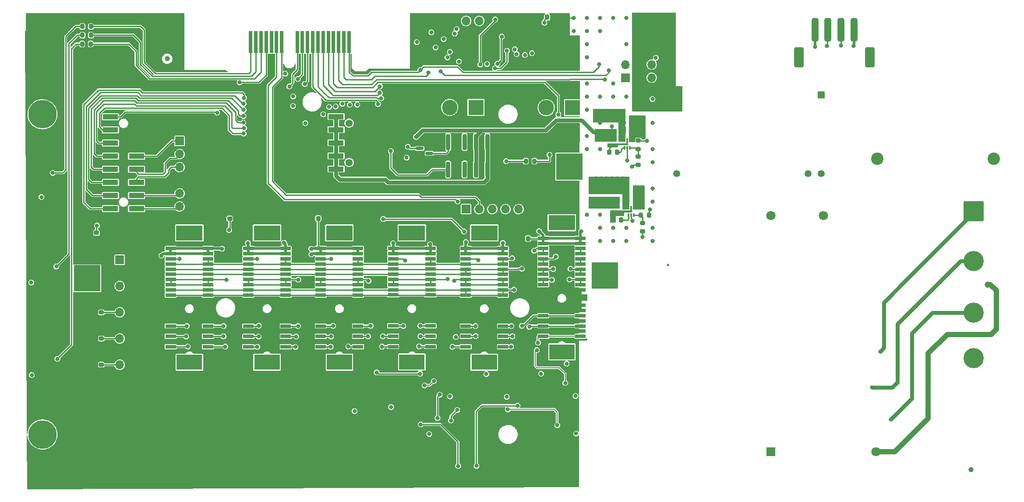
<source format=gbr>
%TF.GenerationSoftware,KiCad,Pcbnew,8.0.4*%
%TF.CreationDate,2024-09-18T10:43:36+01:00*%
%TF.ProjectId,Main_V44,4d61696e-5f56-4343-942e-6b696361645f,rev?*%
%TF.SameCoordinates,Original*%
%TF.FileFunction,Copper,L1,Top*%
%TF.FilePolarity,Positive*%
%FSLAX46Y46*%
G04 Gerber Fmt 4.6, Leading zero omitted, Abs format (unit mm)*
G04 Created by KiCad (PCBNEW 8.0.4) date 2024-09-18 10:43:36*
%MOMM*%
%LPD*%
G01*
G04 APERTURE LIST*
G04 Aperture macros list*
%AMRoundRect*
0 Rectangle with rounded corners*
0 $1 Rounding radius*
0 $2 $3 $4 $5 $6 $7 $8 $9 X,Y pos of 4 corners*
0 Add a 4 corners polygon primitive as box body*
4,1,4,$2,$3,$4,$5,$6,$7,$8,$9,$2,$3,0*
0 Add four circle primitives for the rounded corners*
1,1,$1+$1,$2,$3*
1,1,$1+$1,$4,$5*
1,1,$1+$1,$6,$7*
1,1,$1+$1,$8,$9*
0 Add four rect primitives between the rounded corners*
20,1,$1+$1,$2,$3,$4,$5,0*
20,1,$1+$1,$4,$5,$6,$7,0*
20,1,$1+$1,$6,$7,$8,$9,0*
20,1,$1+$1,$8,$9,$2,$3,0*%
G04 Aperture macros list end*
%TA.AperFunction,SMDPad,CuDef*%
%ADD10R,5.100000X5.100000*%
%TD*%
%TA.AperFunction,SMDPad,CuDef*%
%ADD11RoundRect,0.225000X0.225000X0.250000X-0.225000X0.250000X-0.225000X-0.250000X0.225000X-0.250000X0*%
%TD*%
%TA.AperFunction,SMDPad,CuDef*%
%ADD12RoundRect,0.250000X0.325000X0.650000X-0.325000X0.650000X-0.325000X-0.650000X0.325000X-0.650000X0*%
%TD*%
%TA.AperFunction,ComponentPad*%
%ADD13R,3.000000X3.000000*%
%TD*%
%TA.AperFunction,ComponentPad*%
%ADD14C,3.000000*%
%TD*%
%TA.AperFunction,ConnectorPad*%
%ADD15C,5.500000*%
%TD*%
%TA.AperFunction,ComponentPad*%
%ADD16C,3.600000*%
%TD*%
%TA.AperFunction,SMDPad,CuDef*%
%ADD17R,3.000000X1.000000*%
%TD*%
%TA.AperFunction,SMDPad,CuDef*%
%ADD18R,2.000000X0.700000*%
%TD*%
%TA.AperFunction,SMDPad,CuDef*%
%ADD19R,5.200000X3.000000*%
%TD*%
%TA.AperFunction,SMDPad,CuDef*%
%ADD20R,5.000000X3.000000*%
%TD*%
%TA.AperFunction,SMDPad,CuDef*%
%ADD21RoundRect,0.250000X0.650000X-0.325000X0.650000X0.325000X-0.650000X0.325000X-0.650000X-0.325000X0*%
%TD*%
%TA.AperFunction,ComponentPad*%
%ADD22RoundRect,0.250002X-1.699998X-1.699998X1.699998X-1.699998X1.699998X1.699998X-1.699998X1.699998X0*%
%TD*%
%TA.AperFunction,ComponentPad*%
%ADD23C,3.900000*%
%TD*%
%TA.AperFunction,SMDPad,CuDef*%
%ADD24RoundRect,0.200000X0.275000X-0.200000X0.275000X0.200000X-0.275000X0.200000X-0.275000X-0.200000X0*%
%TD*%
%TA.AperFunction,ComponentPad*%
%ADD25R,1.700000X1.700000*%
%TD*%
%TA.AperFunction,ComponentPad*%
%ADD26O,1.700000X1.700000*%
%TD*%
%TA.AperFunction,SMDPad,CuDef*%
%ADD27RoundRect,0.200000X-0.200000X-0.275000X0.200000X-0.275000X0.200000X0.275000X-0.200000X0.275000X0*%
%TD*%
%TA.AperFunction,WasherPad*%
%ADD28C,1.400000*%
%TD*%
%TA.AperFunction,SMDPad,CuDef*%
%ADD29RoundRect,0.325000X-0.325000X-1.925000X0.325000X-1.925000X0.325000X1.925000X-0.325000X1.925000X0*%
%TD*%
%TA.AperFunction,SMDPad,CuDef*%
%ADD30RoundRect,0.300001X-0.599999X-1.649999X0.599999X-1.649999X0.599999X1.649999X-0.599999X1.649999X0*%
%TD*%
%TA.AperFunction,SMDPad,CuDef*%
%ADD31R,1.803400X0.711200*%
%TD*%
%TA.AperFunction,SMDPad,CuDef*%
%ADD32RoundRect,0.225000X0.250000X-0.225000X0.250000X0.225000X-0.250000X0.225000X-0.250000X-0.225000X0*%
%TD*%
%TA.AperFunction,SMDPad,CuDef*%
%ADD33RoundRect,0.200000X0.200000X-1.350000X0.200000X1.350000X-0.200000X1.350000X-0.200000X-1.350000X0*%
%TD*%
%TA.AperFunction,ComponentPad*%
%ADD34C,2.400000*%
%TD*%
%TA.AperFunction,SMDPad,CuDef*%
%ADD35C,1.000000*%
%TD*%
%TA.AperFunction,SMDPad,CuDef*%
%ADD36R,0.340000X0.700000*%
%TD*%
%TA.AperFunction,ConnectorPad*%
%ADD37R,0.700000X4.300000*%
%TD*%
%TA.AperFunction,SMDPad,CuDef*%
%ADD38C,0.500000*%
%TD*%
%TA.AperFunction,SMDPad,CuDef*%
%ADD39RoundRect,0.225000X-0.250000X0.225000X-0.250000X-0.225000X0.250000X-0.225000X0.250000X0.225000X0*%
%TD*%
%TA.AperFunction,SMDPad,CuDef*%
%ADD40RoundRect,0.200000X-0.275000X0.200000X-0.275000X-0.200000X0.275000X-0.200000X0.275000X0.200000X0*%
%TD*%
%TA.AperFunction,SMDPad,CuDef*%
%ADD41RoundRect,0.225000X-0.225000X-0.250000X0.225000X-0.250000X0.225000X0.250000X-0.225000X0.250000X0*%
%TD*%
%TA.AperFunction,ComponentPad*%
%ADD42R,1.350000X1.350000*%
%TD*%
%TA.AperFunction,ComponentPad*%
%ADD43C,1.350000*%
%TD*%
%TA.AperFunction,ComponentPad*%
%ADD44R,1.800000X1.800000*%
%TD*%
%TA.AperFunction,ComponentPad*%
%ADD45C,1.800000*%
%TD*%
%TA.AperFunction,SMDPad,CuDef*%
%ADD46RoundRect,0.150000X-0.587500X-0.150000X0.587500X-0.150000X0.587500X0.150000X-0.587500X0.150000X0*%
%TD*%
%TA.AperFunction,SMDPad,CuDef*%
%ADD47RoundRect,0.200000X0.200000X0.275000X-0.200000X0.275000X-0.200000X-0.275000X0.200000X-0.275000X0*%
%TD*%
%TA.AperFunction,ViaPad*%
%ADD48C,0.800000*%
%TD*%
%TA.AperFunction,ViaPad*%
%ADD49C,1.200000*%
%TD*%
%TA.AperFunction,Conductor*%
%ADD50C,0.250000*%
%TD*%
%TA.AperFunction,Conductor*%
%ADD51C,0.200000*%
%TD*%
%TA.AperFunction,Conductor*%
%ADD52C,0.500000*%
%TD*%
%TA.AperFunction,Conductor*%
%ADD53C,1.000000*%
%TD*%
%TA.AperFunction,Conductor*%
%ADD54C,0.750000*%
%TD*%
G04 APERTURE END LIST*
D10*
%TO.P,J30,1,Pin_1*%
%TO.N,unconnected-(J30-Pad1)*%
X112699800Y-35255200D03*
%TD*%
D11*
%TO.P,C56,1*%
%TO.N,+3V3*%
X57300000Y-24200000D03*
%TO.P,C56,2*%
%TO.N,GND*%
X55750000Y-24200000D03*
%TD*%
D12*
%TO.P,C2,1*%
%TO.N,/+5V*%
X119788200Y-20193000D03*
%TO.P,C2,2*%
%TO.N,GND*%
X116838200Y-20193000D03*
%TD*%
D13*
%TO.P,J27,1,Pin_1*%
%TO.N,Net-(C45-Pad2)*%
X87800000Y-2667000D03*
D14*
%TO.P,J27,2,Pin_2*%
%TO.N,Net-(C45-Pad1)*%
X82720000Y-2667000D03*
%TD*%
D15*
%TO.P,H1,1*%
%TO.N,N/C*%
X4000000Y-4000000D03*
D16*
X4000000Y-4000000D03*
%TD*%
D11*
%TO.P,C58,1*%
%TO.N,+3V3*%
X97879200Y-28067000D03*
%TO.P,C58,2*%
%TO.N,GND*%
X96329200Y-28067000D03*
%TD*%
D17*
%TO.P,J2,1,Pin_1*%
%TO.N,/uDTR*%
X17155000Y-22275000D03*
%TO.P,J2,2,Pin_2*%
%TO.N,/uDCD*%
X17155000Y-19735000D03*
%TO.P,J2,3,Pin_3*%
%TO.N,/uStatus*%
X17155000Y-17195000D03*
%TO.P,J2,4,Pin_4*%
%TO.N,/uPWRKEY*%
X17155000Y-14655000D03*
%TO.P,J2,5,Pin_5*%
%TO.N,/TxD*%
X17155000Y-12115000D03*
%TO.P,J2,6,Pin_6*%
%TO.N,/RxD*%
X17155000Y-9575000D03*
%TO.P,J2,7,Pin_7*%
%TO.N,/Alim*%
X17155000Y-7035000D03*
%TO.P,J2,8,Pin_8*%
%TO.N,/+3V3_UC*%
X17155000Y-4495000D03*
%TO.P,J2,9,Pin_9*%
%TO.N,Net-(J2-Pad9)*%
X22195000Y-22275000D03*
%TO.P,J2,10,Pin_10*%
%TO.N,Net-(J2-Pad10)*%
X22195000Y-19735000D03*
%TO.P,J2,11,Pin_11*%
%TO.N,Net-(J2-Pad11)*%
X22195000Y-17195000D03*
%TO.P,J2,12,Pin_12*%
%TO.N,Net-(J2-Pad12)*%
X22195000Y-14655000D03*
%TO.P,J2,13,Pin_13*%
%TO.N,Net-(J2-Pad13)*%
X22195000Y-12115000D03*
%TO.P,J2,14,Pin_14*%
%TO.N,GND*%
X22195000Y-9575000D03*
%TO.P,J2,15,Pin_15*%
X22195000Y-7035000D03*
%TO.P,J2,16,Pin_16*%
X22195000Y-4495000D03*
%TD*%
D18*
%TO.P,U17,P$A1,A1*%
%TO.N,+3V3*%
X65000000Y-30000000D03*
%TO.P,U17,P$A2,A2*%
X65000000Y-31000000D03*
%TO.P,U17,P$A3,A3*%
%TO.N,/SYN*%
X65000000Y-32000000D03*
%TO.P,U17,P$A4,A4*%
X65000000Y-33000000D03*
%TO.P,U17,P$A5,A5*%
%TO.N,/SCL*%
X65000000Y-34000000D03*
%TO.P,U17,P$A6,A6*%
X65000000Y-35000000D03*
%TO.P,U17,P$A7,A7*%
%TO.N,/SDAT4*%
X65000000Y-36000000D03*
%TO.P,U17,P$A8,A8*%
X65000000Y-37000000D03*
%TO.P,U17,P$A9,A9*%
%TO.N,/SCS*%
X65000000Y-38000000D03*
%TO.P,U17,P$A10,A10*%
X65000000Y-39000000D03*
%TO.P,U17,P$A11,A11*%
%TO.N,GND*%
X65000000Y-40000000D03*
%TO.P,U17,P$A12,A12*%
X65000000Y-43000000D03*
%TO.P,U17,P$A13,A13*%
X65000000Y-44000000D03*
%TO.P,U17,P$A14,A14*%
%TO.N,/UR+*%
X65000000Y-45000000D03*
%TO.P,U17,P$A15,A15*%
%TO.N,GND*%
X65000000Y-46000000D03*
%TO.P,U17,P$A16,A16*%
%TO.N,/US+*%
X65000000Y-47000000D03*
%TO.P,U17,P$A17,A17*%
%TO.N,GND*%
X65000000Y-48000000D03*
%TO.P,U17,P$A18,A18*%
%TO.N,/UT+*%
X65000000Y-49000000D03*
%TO.P,U17,P$B1,B1*%
%TO.N,+3V3*%
X57800000Y-30000000D03*
%TO.P,U17,P$B2,B2*%
X57800000Y-31000000D03*
%TO.P,U17,P$B3,B3*%
%TO.N,/ADE_Reset*%
X57800000Y-32000000D03*
%TO.P,U17,P$B4,B4*%
%TO.N,/SYN*%
X57800000Y-33000000D03*
%TO.P,U17,P$B5,B5*%
%TO.N,/SCL*%
X57800000Y-34000000D03*
%TO.P,U17,P$B6,B6*%
X57800000Y-35000000D03*
%TO.P,U17,P$B7,B7*%
%TO.N,/SDAT4*%
X57800000Y-36000000D03*
%TO.P,U17,P$B8,B8*%
X57800000Y-37000000D03*
%TO.P,U17,P$B9,B9*%
%TO.N,/SCS*%
X57800000Y-38000000D03*
%TO.P,U17,P$B10,B10*%
X57800000Y-39000000D03*
%TO.P,U17,P$B11,B11*%
%TO.N,GND*%
X57800000Y-40000000D03*
%TO.P,U17,P$B12,B12*%
X57800000Y-43000000D03*
%TO.P,U17,P$B13,B13*%
X57800000Y-44000000D03*
%TO.P,U17,P$B14,B14*%
%TO.N,/UR+*%
X57800000Y-45000000D03*
%TO.P,U17,P$B15,B15*%
%TO.N,GND*%
X57800000Y-46000000D03*
%TO.P,U17,P$B16,B16*%
%TO.N,/US+*%
X57800000Y-47000000D03*
%TO.P,U17,P$B17,B17*%
%TO.N,GND*%
X57800000Y-48000000D03*
%TO.P,U17,P$B18,B18*%
%TO.N,/UT+*%
X57800000Y-49000000D03*
D19*
%TO.P,U17,P$NC1*%
%TO.N,N/C*%
X61400000Y-27000000D03*
D20*
%TO.P,U17,P$NC2*%
X61400000Y-52000000D03*
%TD*%
D21*
%TO.P,C13,1*%
%TO.N,/+3V67*%
X114071400Y-7444000D03*
%TO.P,C13,2*%
%TO.N,GND*%
X114071400Y-4494000D03*
%TD*%
D22*
%TO.P,J23,1,Pin_1*%
%TO.N,/UR*%
X184000000Y-22800000D03*
%TD*%
D23*
%TO.P,J26,1,Pin_1*%
%TO.N,GNDS*%
X184000000Y-51260000D03*
%TD*%
D24*
%TO.P,R49,1*%
%TO.N,/UR+*%
X15367000Y-42354000D03*
%TO.P,R49,2*%
%TO.N,GND*%
X15367000Y-40704000D03*
%TD*%
D10*
%TO.P,J29,1,Pin_1*%
%TO.N,unconnected-(J29-Pad1)*%
X105867200Y-14147800D03*
%TD*%
D25*
%TO.P,J5,1,Pin_1*%
%TO.N,GND*%
X116680000Y3085000D03*
D26*
%TO.P,J5,2,Pin_2*%
X116680000Y5625000D03*
%TO.P,J5,3,Pin_3*%
X119220000Y3085000D03*
%TO.P,J5,4,Pin_4*%
X119220000Y5625000D03*
%TO.P,J5,5,Pin_5*%
%TO.N,/+5V*%
X121760000Y3085000D03*
%TO.P,J5,6,Pin_6*%
X121760000Y5625000D03*
%TD*%
D27*
%TO.P,R47,1*%
%TO.N,Net-(K1-Pad1)*%
X97445000Y-13080000D03*
%TO.P,R47,2*%
%TO.N,/+5V*%
X99095000Y-13080000D03*
%TD*%
D21*
%TO.P,C9,1*%
%TO.N,+3V3*%
X114681000Y-20575800D03*
%TO.P,C9,2*%
%TO.N,GND*%
X114681000Y-17625800D03*
%TD*%
D28*
%TO.P,J3,*%
%TO.N,*%
X63275000Y-5715000D03*
X63275000Y-13335000D03*
D17*
%TO.P,J3,1,Pin_1*%
%TO.N,GND*%
X65795000Y-4445000D03*
%TO.P,J3,2,Pin_2*%
X65795000Y-6985000D03*
%TO.P,J3,3,Pin_3*%
X65795000Y-9525000D03*
%TO.P,J3,4,Pin_4*%
X65795000Y-12065000D03*
%TO.P,J3,5,Pin_5*%
X65795000Y-14605000D03*
%TO.P,J3,6,Pin_6*%
%TO.N,/VGSM*%
X60755000Y-4445000D03*
%TO.P,J3,7,Pin_7*%
X60755000Y-6985000D03*
%TO.P,J3,8,Pin_8*%
X60755000Y-9525000D03*
%TO.P,J3,9,Pin_9*%
X60755000Y-12065000D03*
%TO.P,J3,10,Pin_10*%
X60755000Y-14605000D03*
%TD*%
D29*
%TO.P,J1,1,Pin_1*%
%TO.N,/Vin*%
X153349000Y12400400D03*
%TO.P,J1,2,Pin_2*%
%TO.N,/B-*%
X155849000Y12400400D03*
%TO.P,J1,3,Pin_3*%
%TO.N,/A+*%
X158349000Y12400400D03*
%TO.P,J1,4,Pin_4*%
%TO.N,Earth*%
X160849000Y12400400D03*
D30*
%TO.P,J1,MP*%
%TO.N,N/C*%
X150249000Y7050400D03*
X163949000Y7050400D03*
%TD*%
D31*
%TO.P,L2,1,1*%
%TO.N,/+3V67*%
X114122200Y-8928100D03*
%TO.P,L2,2,2*%
%TO.N,/SW2*%
X114122200Y-10020300D03*
%TD*%
D32*
%TO.P,C55,1*%
%TO.N,+3V3*%
X40200000Y-24200000D03*
%TO.P,C55,2*%
%TO.N,GND*%
X40200000Y-22650000D03*
%TD*%
D18*
%TO.P,U15,P$A1,A1*%
%TO.N,+3V3*%
X93000000Y-30000000D03*
%TO.P,U15,P$A2,A2*%
X93000000Y-31000000D03*
%TO.P,U15,P$A3,A3*%
%TO.N,/SYN*%
X93000000Y-32000000D03*
%TO.P,U15,P$A4,A4*%
X93000000Y-33000000D03*
%TO.P,U15,P$A5,A5*%
%TO.N,/SCL*%
X93000000Y-34000000D03*
%TO.P,U15,P$A6,A6*%
X93000000Y-35000000D03*
%TO.P,U15,P$A7,A7*%
%TO.N,/SDAT6*%
X93000000Y-36000000D03*
%TO.P,U15,P$A8,A8*%
X93000000Y-37000000D03*
%TO.P,U15,P$A9,A9*%
%TO.N,/SCS*%
X93000000Y-38000000D03*
%TO.P,U15,P$A10,A10*%
X93000000Y-39000000D03*
%TO.P,U15,P$A11,A11*%
%TO.N,GND*%
X93000000Y-40000000D03*
%TO.P,U15,P$A12,A12*%
X93000000Y-43000000D03*
%TO.P,U15,P$A13,A13*%
X93000000Y-44000000D03*
%TO.P,U15,P$A14,A14*%
%TO.N,/UR+*%
X93000000Y-45000000D03*
%TO.P,U15,P$A15,A15*%
%TO.N,GND*%
X93000000Y-46000000D03*
%TO.P,U15,P$A16,A16*%
%TO.N,/US+*%
X93000000Y-47000000D03*
%TO.P,U15,P$A17,A17*%
%TO.N,GND*%
X93000000Y-48000000D03*
%TO.P,U15,P$A18,A18*%
%TO.N,/UT+*%
X93000000Y-49000000D03*
%TO.P,U15,P$B1,B1*%
%TO.N,+3V3*%
X85800000Y-30000000D03*
%TO.P,U15,P$B2,B2*%
X85800000Y-31000000D03*
%TO.P,U15,P$B3,B3*%
%TO.N,/ADE_Reset*%
X85800000Y-32000000D03*
%TO.P,U15,P$B4,B4*%
%TO.N,/SYN*%
X85800000Y-33000000D03*
%TO.P,U15,P$B5,B5*%
%TO.N,/SCL*%
X85800000Y-34000000D03*
%TO.P,U15,P$B6,B6*%
X85800000Y-35000000D03*
%TO.P,U15,P$B7,B7*%
%TO.N,/SDAT6*%
X85800000Y-36000000D03*
%TO.P,U15,P$B8,B8*%
X85800000Y-37000000D03*
%TO.P,U15,P$B9,B9*%
%TO.N,/SCS*%
X85800000Y-38000000D03*
%TO.P,U15,P$B10,B10*%
X85800000Y-39000000D03*
%TO.P,U15,P$B11,B11*%
%TO.N,GND*%
X85800000Y-40000000D03*
%TO.P,U15,P$B12,B12*%
X85800000Y-43000000D03*
%TO.P,U15,P$B13,B13*%
X85800000Y-44000000D03*
%TO.P,U15,P$B14,B14*%
%TO.N,/UR+*%
X85800000Y-45000000D03*
%TO.P,U15,P$B15,B15*%
%TO.N,GND*%
X85800000Y-46000000D03*
%TO.P,U15,P$B16,B16*%
%TO.N,/US+*%
X85800000Y-47000000D03*
%TO.P,U15,P$B17,B17*%
%TO.N,GND*%
X85800000Y-48000000D03*
%TO.P,U15,P$B18,B18*%
%TO.N,/UT+*%
X85800000Y-49000000D03*
D19*
%TO.P,U15,P$NC1*%
%TO.N,N/C*%
X89400000Y-27000000D03*
D20*
%TO.P,U15,P$NC2*%
X89400000Y-52000000D03*
%TD*%
D13*
%TO.P,J28,1,Pin_1*%
%TO.N,Net-(C46-Pad2)*%
X106451400Y-2717800D03*
D14*
%TO.P,J28,2,Pin_2*%
%TO.N,Net-(C46-Pad1)*%
X101371400Y-2717800D03*
%TD*%
D21*
%TO.P,C8,1*%
%TO.N,+3V3*%
X112318800Y-20601200D03*
%TO.P,C8,2*%
%TO.N,GND*%
X112318800Y-17651200D03*
%TD*%
D11*
%TO.P,C51,1*%
%TO.N,GND*%
X103111600Y14782800D03*
%TO.P,C51,2*%
%TO.N,+3V3*%
X101561600Y14782800D03*
%TD*%
D33*
%TO.P,K1,1*%
%TO.N,Net-(K1-Pad1)*%
X82407600Y-14689600D03*
%TO.P,K1,2*%
%TO.N,unconnected-(K1-Pad2)*%
X85607600Y-14689600D03*
%TO.P,K1,3*%
%TO.N,/+3V67*%
X87807600Y-14689600D03*
%TO.P,K1,4*%
%TO.N,/VGSM*%
X90007600Y-14689600D03*
%TO.P,K1,5*%
X90007600Y-9389600D03*
%TO.P,K1,6*%
%TO.N,/+3V67*%
X87807600Y-9389600D03*
%TO.P,K1,7*%
%TO.N,unconnected-(K1-Pad7)*%
X85607600Y-9389600D03*
%TO.P,K1,8*%
%TO.N,Net-(K1-Pad8)*%
X82407600Y-9389600D03*
%TD*%
D31*
%TO.P,L1,1,1*%
%TO.N,+3V3*%
X114706400Y-21882100D03*
%TO.P,L1,2,2*%
%TO.N,/SW1*%
X114706400Y-22974300D03*
%TD*%
D10*
%TO.P,J31,1,Pin_1*%
%TO.N,unconnected-(J31-Pad1)*%
X12649200Y-35763200D03*
%TD*%
D24*
%TO.P,R50,1*%
%TO.N,/UT+*%
X15367000Y-52488600D03*
%TO.P,R50,2*%
%TO.N,GND*%
X15367000Y-50838600D03*
%TD*%
D34*
%TO.P,C52,1*%
%TO.N,/UCC*%
X187881600Y-12598400D03*
%TO.P,C52,2*%
%TO.N,GNDS*%
X165381600Y-12598400D03*
%TD*%
D35*
%TO.P,FID3,*%
%TO.N,*%
X183464200Y-72771000D03*
%TD*%
%TO.P,FID4,*%
%TO.N,*%
X28117800Y6756400D03*
%TD*%
D24*
%TO.P,R24,1*%
%TO.N,/FB2*%
X119176800Y-10731000D03*
%TO.P,R24,2*%
%TO.N,/+3V67*%
X119176800Y-9081000D03*
%TD*%
D36*
%TO.P,U1,1,VIN*%
%TO.N,/+5V*%
X118279800Y-22059200D03*
%TO.P,U1,2,SW*%
%TO.N,/SW1*%
X117779800Y-22059200D03*
%TO.P,U1,3,GND*%
%TO.N,GND*%
X117279800Y-22059200D03*
%TO.P,U1,4,BST*%
%TO.N,/BST1*%
X117279800Y-23559200D03*
%TO.P,U1,5,EN*%
%TO.N,/Enable*%
X117779800Y-23559200D03*
%TO.P,U1,6,FB*%
%TO.N,/FB1*%
X118279800Y-23559200D03*
%TD*%
D18*
%TO.P,U19,P$A1,A1*%
%TO.N,+3V3*%
X36000000Y-30000000D03*
%TO.P,U19,P$A2,A2*%
X36000000Y-31000000D03*
%TO.P,U19,P$A3,A3*%
%TO.N,/SYN*%
X36000000Y-32000000D03*
%TO.P,U19,P$A4,A4*%
X36000000Y-33000000D03*
%TO.P,U19,P$A5,A5*%
%TO.N,/SCL*%
X36000000Y-34000000D03*
%TO.P,U19,P$A6,A6*%
X36000000Y-35000000D03*
%TO.P,U19,P$A7,A7*%
%TO.N,/SDAT2*%
X36000000Y-36000000D03*
%TO.P,U19,P$A8,A8*%
X36000000Y-37000000D03*
%TO.P,U19,P$A9,A9*%
%TO.N,/SCS*%
X36000000Y-38000000D03*
%TO.P,U19,P$A10,A10*%
X36000000Y-39000000D03*
%TO.P,U19,P$A11,A11*%
%TO.N,GND*%
X36000000Y-40000000D03*
%TO.P,U19,P$A12,A12*%
X36000000Y-43000000D03*
%TO.P,U19,P$A13,A13*%
X36000000Y-44000000D03*
%TO.P,U19,P$A14,A14*%
%TO.N,/UR+*%
X36000000Y-45000000D03*
%TO.P,U19,P$A15,A15*%
%TO.N,GND*%
X36000000Y-46000000D03*
%TO.P,U19,P$A16,A16*%
%TO.N,/US+*%
X36000000Y-47000000D03*
%TO.P,U19,P$A17,A17*%
%TO.N,GND*%
X36000000Y-48000000D03*
%TO.P,U19,P$A18,A18*%
%TO.N,/UT+*%
X36000000Y-49000000D03*
%TO.P,U19,P$B1,B1*%
%TO.N,+3V3*%
X28800000Y-30000000D03*
%TO.P,U19,P$B2,B2*%
X28800000Y-31000000D03*
%TO.P,U19,P$B3,B3*%
%TO.N,/ADE_Reset*%
X28800000Y-32000000D03*
%TO.P,U19,P$B4,B4*%
%TO.N,/SYN*%
X28800000Y-33000000D03*
%TO.P,U19,P$B5,B5*%
%TO.N,/SCL*%
X28800000Y-34000000D03*
%TO.P,U19,P$B6,B6*%
X28800000Y-35000000D03*
%TO.P,U19,P$B7,B7*%
%TO.N,/SDAT2*%
X28800000Y-36000000D03*
%TO.P,U19,P$B8,B8*%
X28800000Y-37000000D03*
%TO.P,U19,P$B9,B9*%
%TO.N,/SCS*%
X28800000Y-38000000D03*
%TO.P,U19,P$B10,B10*%
X28800000Y-39000000D03*
%TO.P,U19,P$B11,B11*%
%TO.N,GND*%
X28800000Y-40000000D03*
%TO.P,U19,P$B12,B12*%
X28800000Y-43000000D03*
%TO.P,U19,P$B13,B13*%
X28800000Y-44000000D03*
%TO.P,U19,P$B14,B14*%
%TO.N,/UR+*%
X28800000Y-45000000D03*
%TO.P,U19,P$B15,B15*%
%TO.N,GND*%
X28800000Y-46000000D03*
%TO.P,U19,P$B16,B16*%
%TO.N,/US+*%
X28800000Y-47000000D03*
%TO.P,U19,P$B17,B17*%
%TO.N,GND*%
X28800000Y-48000000D03*
%TO.P,U19,P$B18,B18*%
%TO.N,/UT+*%
X28800000Y-49000000D03*
D19*
%TO.P,U19,P$NC1*%
%TO.N,N/C*%
X32400000Y-27000000D03*
D20*
%TO.P,U19,P$NC2*%
X32400000Y-52000000D03*
%TD*%
D37*
%TO.P,J7,B1*%
%TO.N,/RS485_TxD*%
X63250000Y10000000D03*
%TO.P,J7,B2*%
%TO.N,/RS485_RxD*%
X62250000Y10000000D03*
%TO.P,J7,B3*%
%TO.N,/RS485_DE*%
X61250000Y10000000D03*
%TO.P,J7,B4*%
%TO.N,/Enable*%
X60250000Y10000000D03*
%TO.P,J7,B5*%
%TO.N,/IRQ1*%
X59250000Y10000000D03*
%TO.P,J7,B6*%
%TO.N,/SCLK*%
X58250000Y10000000D03*
%TO.P,J7,B7*%
%TO.N,/MISO*%
X57250000Y10000000D03*
%TO.P,J7,B8*%
%TO.N,/MOSI*%
X56250000Y10000000D03*
%TO.P,J7,B9*%
%TO.N,/SS*%
X55250000Y10000000D03*
%TO.P,J7,B10*%
%TO.N,/ADE_Reset*%
X54250000Y10000000D03*
%TO.P,J7,B11*%
%TO.N,/InfoV*%
X53250000Y10000000D03*
%TO.P,J7,B12*%
%TO.N,/BT_TxD*%
X50250000Y10000000D03*
%TO.P,J7,B13*%
%TO.N,/BT_RxD*%
X49250000Y10000000D03*
%TO.P,J7,B14*%
%TO.N,/BT_CTS*%
X48250000Y10000000D03*
%TO.P,J7,B15*%
%TO.N,/BT_RTS*%
X47250000Y10000000D03*
%TO.P,J7,B16*%
%TO.N,/LED1*%
X46250000Y10000000D03*
%TO.P,J7,B17*%
%TO.N,/LED2*%
X45250000Y10000000D03*
%TO.P,J7,B18*%
%TO.N,/LED3*%
X44250000Y10000000D03*
%TD*%
D38*
%TO.P,TP1,1,1*%
%TO.N,unconnected-(TP1-Pad1)*%
X124866400Y-33147000D03*
%TD*%
D18*
%TO.P,U16,P$A1,A1*%
%TO.N,+3V3*%
X79010000Y-29980000D03*
%TO.P,U16,P$A2,A2*%
X79010000Y-30980000D03*
%TO.P,U16,P$A3,A3*%
%TO.N,/SYN*%
X79010000Y-31980000D03*
%TO.P,U16,P$A4,A4*%
X79010000Y-32980000D03*
%TO.P,U16,P$A5,A5*%
%TO.N,/SCL*%
X79010000Y-33980000D03*
%TO.P,U16,P$A6,A6*%
X79010000Y-34980000D03*
%TO.P,U16,P$A7,A7*%
%TO.N,/SDAT5*%
X79010000Y-35980000D03*
%TO.P,U16,P$A8,A8*%
X79010000Y-36980000D03*
%TO.P,U16,P$A9,A9*%
%TO.N,/SCS*%
X79010000Y-37980000D03*
%TO.P,U16,P$A10,A10*%
X79010000Y-38980000D03*
%TO.P,U16,P$A11,A11*%
%TO.N,GND*%
X79010000Y-39980000D03*
%TO.P,U16,P$A12,A12*%
X79010000Y-42980000D03*
%TO.P,U16,P$A13,A13*%
X79010000Y-43980000D03*
%TO.P,U16,P$A14,A14*%
%TO.N,/UR+*%
X79010000Y-44980000D03*
%TO.P,U16,P$A15,A15*%
%TO.N,GND*%
X79010000Y-45980000D03*
%TO.P,U16,P$A16,A16*%
%TO.N,/US+*%
X79010000Y-46980000D03*
%TO.P,U16,P$A17,A17*%
%TO.N,GND*%
X79010000Y-47980000D03*
%TO.P,U16,P$A18,A18*%
%TO.N,/UT+*%
X79010000Y-48980000D03*
%TO.P,U16,P$B1,B1*%
%TO.N,+3V3*%
X71810000Y-29980000D03*
%TO.P,U16,P$B2,B2*%
X71810000Y-30980000D03*
%TO.P,U16,P$B3,B3*%
%TO.N,/ADE_Reset*%
X71810000Y-31980000D03*
%TO.P,U16,P$B4,B4*%
%TO.N,/SYN*%
X71810000Y-32980000D03*
%TO.P,U16,P$B5,B5*%
%TO.N,/SCL*%
X71810000Y-33980000D03*
%TO.P,U16,P$B6,B6*%
X71810000Y-34980000D03*
%TO.P,U16,P$B7,B7*%
%TO.N,/SDAT5*%
X71810000Y-35980000D03*
%TO.P,U16,P$B8,B8*%
X71810000Y-36980000D03*
%TO.P,U16,P$B9,B9*%
%TO.N,/SCS*%
X71810000Y-37980000D03*
%TO.P,U16,P$B10,B10*%
X71810000Y-38980000D03*
%TO.P,U16,P$B11,B11*%
%TO.N,GND*%
X71810000Y-39980000D03*
%TO.P,U16,P$B12,B12*%
X71810000Y-42980000D03*
%TO.P,U16,P$B13,B13*%
X71810000Y-43980000D03*
%TO.P,U16,P$B14,B14*%
%TO.N,/UR+*%
X71810000Y-44980000D03*
%TO.P,U16,P$B15,B15*%
%TO.N,GND*%
X71810000Y-45980000D03*
%TO.P,U16,P$B16,B16*%
%TO.N,/US+*%
X71810000Y-46980000D03*
%TO.P,U16,P$B17,B17*%
%TO.N,GND*%
X71810000Y-47980000D03*
%TO.P,U16,P$B18,B18*%
%TO.N,/UT+*%
X71810000Y-48980000D03*
D19*
%TO.P,U16,P$NC1*%
%TO.N,N/C*%
X75410000Y-26980000D03*
D20*
%TO.P,U16,P$NC2*%
X75410000Y-51980000D03*
%TD*%
D39*
%TO.P,C57,1*%
%TO.N,+3V3*%
X14450000Y-26950000D03*
%TO.P,C57,2*%
%TO.N,GND*%
X14450000Y-28500000D03*
%TD*%
D27*
%TO.P,R71,1*%
%TO.N,Net-(LED1-Pad4)*%
X11722600Y13004800D03*
%TO.P,R71,2*%
%TO.N,/LED3*%
X13372600Y13004800D03*
%TD*%
D21*
%TO.P,C14,1*%
%TO.N,/+3V67*%
X111582200Y-7444000D03*
%TO.P,C14,2*%
%TO.N,GND*%
X111582200Y-4494000D03*
%TD*%
D27*
%TO.P,R72,1*%
%TO.N,Net-(LED2-Pad4)*%
X11722600Y11328400D03*
%TO.P,R72,2*%
%TO.N,/LED2*%
X13372600Y11328400D03*
%TD*%
D40*
%TO.P,R23,1*%
%TO.N,/FB1*%
X119989600Y-25057600D03*
%TO.P,R23,2*%
%TO.N,+3V3*%
X119989600Y-26707600D03*
%TD*%
D18*
%TO.P,U18,P$A1,A1*%
%TO.N,+3V3*%
X51000000Y-30000000D03*
%TO.P,U18,P$A2,A2*%
X51000000Y-31000000D03*
%TO.P,U18,P$A3,A3*%
%TO.N,/SYN*%
X51000000Y-32000000D03*
%TO.P,U18,P$A4,A4*%
X51000000Y-33000000D03*
%TO.P,U18,P$A5,A5*%
%TO.N,/SCL*%
X51000000Y-34000000D03*
%TO.P,U18,P$A6,A6*%
X51000000Y-35000000D03*
%TO.P,U18,P$A7,A7*%
%TO.N,/SDAT3*%
X51000000Y-36000000D03*
%TO.P,U18,P$A8,A8*%
X51000000Y-37000000D03*
%TO.P,U18,P$A9,A9*%
%TO.N,/SCS*%
X51000000Y-38000000D03*
%TO.P,U18,P$A10,A10*%
X51000000Y-39000000D03*
%TO.P,U18,P$A11,A11*%
%TO.N,GND*%
X51000000Y-40000000D03*
%TO.P,U18,P$A12,A12*%
X51000000Y-43000000D03*
%TO.P,U18,P$A13,A13*%
X51000000Y-44000000D03*
%TO.P,U18,P$A14,A14*%
%TO.N,/UR+*%
X51000000Y-45000000D03*
%TO.P,U18,P$A15,A15*%
%TO.N,GND*%
X51000000Y-46000000D03*
%TO.P,U18,P$A16,A16*%
%TO.N,/US+*%
X51000000Y-47000000D03*
%TO.P,U18,P$A17,A17*%
%TO.N,GND*%
X51000000Y-48000000D03*
%TO.P,U18,P$A18,A18*%
%TO.N,/UT+*%
X51000000Y-49000000D03*
%TO.P,U18,P$B1,B1*%
%TO.N,+3V3*%
X43800000Y-30000000D03*
%TO.P,U18,P$B2,B2*%
X43800000Y-31000000D03*
%TO.P,U18,P$B3,B3*%
%TO.N,/ADE_Reset*%
X43800000Y-32000000D03*
%TO.P,U18,P$B4,B4*%
%TO.N,/SYN*%
X43800000Y-33000000D03*
%TO.P,U18,P$B5,B5*%
%TO.N,/SCL*%
X43800000Y-34000000D03*
%TO.P,U18,P$B6,B6*%
X43800000Y-35000000D03*
%TO.P,U18,P$B7,B7*%
%TO.N,/SDAT3*%
X43800000Y-36000000D03*
%TO.P,U18,P$B8,B8*%
X43800000Y-37000000D03*
%TO.P,U18,P$B9,B9*%
%TO.N,/SCS*%
X43800000Y-38000000D03*
%TO.P,U18,P$B10,B10*%
X43800000Y-39000000D03*
%TO.P,U18,P$B11,B11*%
%TO.N,GND*%
X43800000Y-40000000D03*
%TO.P,U18,P$B12,B12*%
X43800000Y-43000000D03*
%TO.P,U18,P$B13,B13*%
X43800000Y-44000000D03*
%TO.P,U18,P$B14,B14*%
%TO.N,/UR+*%
X43800000Y-45000000D03*
%TO.P,U18,P$B15,B15*%
%TO.N,GND*%
X43800000Y-46000000D03*
%TO.P,U18,P$B16,B16*%
%TO.N,/US+*%
X43800000Y-47000000D03*
%TO.P,U18,P$B17,B17*%
%TO.N,GND*%
X43800000Y-48000000D03*
%TO.P,U18,P$B18,B18*%
%TO.N,/UT+*%
X43800000Y-49000000D03*
D19*
%TO.P,U18,P$NC1*%
%TO.N,N/C*%
X47400000Y-27000000D03*
D20*
%TO.P,U18,P$NC2*%
X47400000Y-52000000D03*
%TD*%
D36*
%TO.P,U8,1,VIN*%
%TO.N,/+5V*%
X117543200Y-9003600D03*
%TO.P,U8,2,SW*%
%TO.N,/SW2*%
X117043200Y-9003600D03*
%TO.P,U8,3,GND*%
%TO.N,GND*%
X116543200Y-9003600D03*
%TO.P,U8,4,BST*%
%TO.N,/BST2*%
X116543200Y-10503600D03*
%TO.P,U8,5,EN*%
%TO.N,/+5V*%
X117043200Y-10503600D03*
%TO.P,U8,6,FB*%
%TO.N,/FB2*%
X117543200Y-10503600D03*
%TD*%
D41*
%TO.P,C3,1*%
%TO.N,/SW1*%
X114312400Y-24485600D03*
%TO.P,C3,2*%
%TO.N,/BST1*%
X115862400Y-24485600D03*
%TD*%
D42*
%TO.P,PS2,1,+VIN(VCC)*%
%TO.N,/U5V_Iso*%
X154510000Y-250000D03*
D43*
%TO.P,PS2,12,-VOUT*%
%TO.N,GND*%
X126570000Y-250000D03*
%TO.P,PS2,13,+VOUT*%
%TO.N,/+5V*%
X126570000Y-15490000D03*
%TO.P,PS2,23,NC1*%
%TO.N,unconnected-(PS2-Pad23)*%
X151970000Y-15490000D03*
%TO.P,PS2,24,-VIN(GND)*%
%TO.N,GND1*%
X154510000Y-15490000D03*
%TD*%
D25*
%TO.P,J13,1,Pin_1*%
%TO.N,+3V3*%
X85877000Y-22377800D03*
D26*
%TO.P,J13,2,Pin_2*%
%TO.N,/BT_TxD*%
X88417000Y-22377800D03*
%TO.P,J13,3,Pin_3*%
%TO.N,/BT_RxD*%
X90957000Y-22377800D03*
%TO.P,J13,4,Pin_4*%
%TO.N,unconnected-(J13-Pad4)*%
X93497000Y-22377800D03*
%TO.P,J13,5,Pin_5*%
%TO.N,unconnected-(J13-Pad5)*%
X96037000Y-22377800D03*
%TO.P,J13,6,Pin_6*%
%TO.N,GND*%
X98577000Y-22377800D03*
%TD*%
D16*
%TO.P,H6,1*%
%TO.N,N/C*%
X4000000Y-66000000D03*
D15*
X4000000Y-66000000D03*
%TD*%
D44*
%TO.P,PS1,1,VAC_IN(N)(L2)*%
%TO.N,GNDS*%
X144830000Y-69327500D03*
D45*
%TO.P,PS1,2,VAC_IN(L)(L1)*%
%TO.N,/UCC*%
X165150000Y-69327500D03*
%TO.P,PS1,3,-VOUT*%
%TO.N,GND1*%
X154990000Y-23607500D03*
%TO.P,PS1,4,+VOUT*%
%TO.N,/U5V_Iso*%
X144830000Y-23607500D03*
%TD*%
D24*
%TO.P,R25,1*%
%TO.N,GND*%
X119176800Y-13829800D03*
%TO.P,R25,2*%
%TO.N,/FB2*%
X119176800Y-12179800D03*
%TD*%
D41*
%TO.P,C12,1*%
%TO.N,/SW2*%
X113537400Y-11303000D03*
%TO.P,C12,2*%
%TO.N,/BST2*%
X115087400Y-11303000D03*
%TD*%
D23*
%TO.P,J24,1,Pin_1*%
%TO.N,/US*%
X184000000Y-32400000D03*
%TD*%
D46*
%TO.P,Q1,1,B*%
%TO.N,/SDAT7*%
X76913500Y-10607000D03*
%TO.P,Q1,2,E*%
%TO.N,GND*%
X76913500Y-12507000D03*
%TO.P,Q1,3,C*%
%TO.N,Net-(K1-Pad8)*%
X78788500Y-11557000D03*
%TD*%
D32*
%TO.P,C5,1*%
%TO.N,+3V3*%
X110261400Y-20536200D03*
%TO.P,C5,2*%
%TO.N,GND*%
X110261400Y-18986200D03*
%TD*%
D47*
%TO.P,R26,1*%
%TO.N,GND*%
X121271800Y-23571200D03*
%TO.P,R26,2*%
%TO.N,/FB1*%
X119621800Y-23571200D03*
%TD*%
D27*
%TO.P,R73,1*%
%TO.N,Net-(LED3-Pad4)*%
X11671800Y9601200D03*
%TO.P,R73,2*%
%TO.N,/LED1*%
X13321800Y9601200D03*
%TD*%
D24*
%TO.P,R48,1*%
%TO.N,/US+*%
X15367000Y-47434000D03*
%TO.P,R48,2*%
%TO.N,GND*%
X15367000Y-45784000D03*
%TD*%
D25*
%TO.P,J4,1,Pin_1*%
%TO.N,Net-(J2-Pad13)*%
X30505400Y-9169400D03*
D26*
%TO.P,J4,2,Pin_2*%
%TO.N,Net-(J2-Pad12)*%
X30505400Y-11709400D03*
%TO.P,J4,3,Pin_3*%
%TO.N,Net-(J2-Pad11)*%
X30505400Y-14249400D03*
%TO.P,J4,4,Pin_4*%
%TO.N,GND*%
X30505400Y-16789400D03*
%TO.P,J4,5,Pin_5*%
%TO.N,Net-(J2-Pad10)*%
X30505400Y-19329400D03*
%TO.P,J4,6,Pin_6*%
%TO.N,Net-(J2-Pad9)*%
X30505400Y-21869400D03*
%TD*%
D23*
%TO.P,J25,1,Pin_1*%
%TO.N,/UT*%
X184000000Y-42400000D03*
%TD*%
D25*
%TO.P,J15,1,Pin_1*%
%TO.N,+3V3*%
X18925000Y-32180000D03*
D26*
%TO.P,J15,2,Pin_2*%
%TO.N,GND*%
X18925000Y-34720000D03*
%TO.P,J15,3,Pin_3*%
%TO.N,unconnected-(J15-Pad3)*%
X18925000Y-37260000D03*
%TO.P,J15,4,Pin_4*%
%TO.N,GND*%
X18925000Y-39800000D03*
%TO.P,J15,5,Pin_5*%
%TO.N,/UR+*%
X18925000Y-42340000D03*
%TO.P,J15,6,Pin_6*%
%TO.N,GND*%
X18925000Y-44880000D03*
%TO.P,J15,7,Pin_7*%
%TO.N,/US+*%
X18925000Y-47420000D03*
%TO.P,J15,8,Pin_8*%
%TO.N,GND*%
X18925000Y-49960000D03*
%TO.P,J15,9,Pin_9*%
%TO.N,/UT+*%
X18925000Y-52500000D03*
%TD*%
D18*
%TO.P,U14,P$A1,A1*%
%TO.N,+3V3*%
X108000000Y-28000000D03*
%TO.P,U14,P$A2,A2*%
X108000000Y-29000000D03*
%TO.P,U14,P$A3,A3*%
%TO.N,/READY*%
X108000000Y-30000000D03*
%TO.P,U14,P$A4,A4*%
X108000000Y-31000000D03*
%TO.P,U14,P$A5,A5*%
%TO.N,/IRQ2*%
X108000000Y-32000000D03*
%TO.P,U14,P$A6,A6*%
X108000000Y-33000000D03*
%TO.P,U14,P$A7,A7*%
%TO.N,/IRQ1*%
X108000000Y-34000000D03*
%TO.P,U14,P$A8,A8*%
X108000000Y-35000000D03*
%TO.P,U14,P$A9,A9*%
%TO.N,/SCLK*%
X108000000Y-36000000D03*
%TO.P,U14,P$A10,A10*%
X108000000Y-37000000D03*
%TO.P,U14,P$A11,A11*%
%TO.N,GND*%
X108000000Y-38000000D03*
%TO.P,U14,P$A12,A12*%
X108000000Y-41000000D03*
%TO.P,U14,P$A13,A13*%
X108000000Y-42000000D03*
%TO.P,U14,P$A14,A14*%
%TO.N,/UR+*%
X108000000Y-43000000D03*
%TO.P,U14,P$A15,A15*%
%TO.N,GND*%
X108000000Y-44000000D03*
%TO.P,U14,P$A16,A16*%
%TO.N,/US+*%
X108000000Y-45000000D03*
%TO.P,U14,P$A17,A17*%
%TO.N,GND*%
X108000000Y-46000000D03*
%TO.P,U14,P$A18,A18*%
%TO.N,/UT+*%
X108000000Y-47000000D03*
%TO.P,U14,P$B1,B1*%
%TO.N,+3V3*%
X100800000Y-28000000D03*
%TO.P,U14,P$B2,B2*%
X100800000Y-29000000D03*
%TO.P,U14,P$B3,B3*%
%TO.N,/ADE_Reset*%
X100800000Y-30000000D03*
%TO.P,U14,P$B4,B4*%
X100800000Y-31000000D03*
%TO.P,U14,P$B5,B5*%
%TO.N,/MOSI*%
X100800000Y-32000000D03*
%TO.P,U14,P$B6,B6*%
X100800000Y-33000000D03*
%TO.P,U14,P$B7,B7*%
%TO.N,/SS*%
X100800000Y-34000000D03*
%TO.P,U14,P$B8,B8*%
X100800000Y-35000000D03*
%TO.P,U14,P$B9,B9*%
%TO.N,/MISO*%
X100800000Y-36000000D03*
%TO.P,U14,P$B10,B10*%
X100800000Y-37000000D03*
%TO.P,U14,P$B11,B11*%
%TO.N,GND*%
X100800000Y-38000000D03*
%TO.P,U14,P$B12,B12*%
X100800000Y-41000000D03*
%TO.P,U14,P$B13,B13*%
X100800000Y-42000000D03*
%TO.P,U14,P$B14,B14*%
%TO.N,/UR+*%
X100800000Y-43000000D03*
%TO.P,U14,P$B15,B15*%
%TO.N,GND*%
X100800000Y-44000000D03*
%TO.P,U14,P$B16,B16*%
%TO.N,/US+*%
X100800000Y-45000000D03*
%TO.P,U14,P$B17,B17*%
%TO.N,GND*%
X100800000Y-46000000D03*
%TO.P,U14,P$B18,B18*%
%TO.N,/UT+*%
X100800000Y-47000000D03*
D19*
%TO.P,U14,P$NC1*%
%TO.N,N/C*%
X104400000Y-25000000D03*
D20*
%TO.P,U14,P$NC2*%
X104400000Y-50000000D03*
%TD*%
D12*
%TO.P,C11,1*%
%TO.N,/+5V*%
X119127800Y-7112000D03*
%TO.P,C11,2*%
%TO.N,GND*%
X116177800Y-7112000D03*
%TD*%
D25*
%TO.P,J21,1,Pin_1*%
%TO.N,GND*%
X83352400Y14071600D03*
D26*
%TO.P,J21,2,Pin_2*%
%TO.N,Net-(J21-Pad2)*%
X85892400Y14071600D03*
%TO.P,J21,3,Pin_3*%
%TO.N,Net-(J21-Pad3)*%
X88432400Y14071600D03*
%TD*%
D48*
%TO.N,GND*%
X33036300Y-18370000D03*
X50816300Y-59010000D03*
X104156300Y-43770000D03*
X111776300Y14650000D03*
X68596300Y-64090000D03*
X2556300Y-43770000D03*
X38116300Y-5670000D03*
X10176300Y-56470000D03*
X50816300Y-64090000D03*
X83836300Y-28530000D03*
X109236300Y-3130000D03*
X50816300Y-53930000D03*
X17796300Y-61550000D03*
X7636300Y-61550000D03*
X38116300Y-66630000D03*
X22876300Y-43770000D03*
X35576300Y-71710000D03*
X101616300Y-71710000D03*
X17796300Y-10750000D03*
X22876300Y-10750000D03*
X30496300Y-69170000D03*
X25416300Y-41230000D03*
X35576300Y-20910000D03*
X96536300Y-64090000D03*
X35576300Y1950000D03*
X10176300Y-66630000D03*
X55896300Y-36150000D03*
X7636300Y-20910000D03*
X20336300Y-23450000D03*
X22876300Y1950000D03*
X116382800Y-4521200D03*
X40656300Y-18370000D03*
X114316300Y14650000D03*
X35576300Y-18370000D03*
X85800000Y-41600000D03*
X2556300Y-46310000D03*
X91456300Y-66630000D03*
X17796300Y14650000D03*
X99076300Y-38690000D03*
X60976300Y-71710000D03*
X68596300Y-74250000D03*
X2556300Y-13290000D03*
X71136300Y-71710000D03*
X43196300Y-53930000D03*
X12716300Y14650000D03*
X58436300Y-69170000D03*
X33036300Y-71710000D03*
X25416300Y-46310000D03*
X20336300Y-15830000D03*
X15256300Y-66630000D03*
X55896300Y-56470000D03*
X76216300Y-66630000D03*
X35576300Y-53930000D03*
X2556300Y7030000D03*
X99076300Y-71710000D03*
X50816300Y-66630000D03*
X114316300Y-25990000D03*
X22876300Y-61550000D03*
X33036300Y-56470000D03*
X25416300Y-71710000D03*
X96536300Y-5670000D03*
X35576300Y-51390000D03*
X55896300Y-71710000D03*
X104156300Y-74250000D03*
X12716300Y-64090000D03*
X33036300Y-13290000D03*
X43196300Y-56470000D03*
X43196300Y-61550000D03*
X7636300Y-69170000D03*
X22876300Y-48850000D03*
X121936300Y-28530000D03*
X30496300Y-5670000D03*
X116856300Y-590000D03*
X27956300Y9570000D03*
X66056300Y-66630000D03*
X25416300Y-61550000D03*
X91456300Y-74250000D03*
X76216300Y-69170000D03*
X53356300Y-64090000D03*
X125806200Y3505200D03*
X17796300Y-13290000D03*
X38116300Y-61550000D03*
X15256300Y-74250000D03*
X27956300Y-23450000D03*
X17796300Y7030000D03*
X86376300Y-74250000D03*
X55896300Y-10750000D03*
X15256300Y-64090000D03*
X81296300Y-74250000D03*
X101616300Y-15830000D03*
X38116300Y-51390000D03*
X5096300Y4490000D03*
X91456300Y-64090000D03*
X12716300Y-56470000D03*
X91456300Y-5670000D03*
X99745800Y787400D03*
X91456300Y-41230000D03*
X60976300Y-74250000D03*
X20336300Y-53930000D03*
X99076300Y-66630000D03*
X7636300Y-56470000D03*
X48276300Y-69170000D03*
X27956300Y-71710000D03*
X60976300Y-69170000D03*
X12716300Y-31070000D03*
X48276300Y-56470000D03*
X17796300Y-56470000D03*
X53356300Y-51390000D03*
X63516300Y-23450000D03*
X33036300Y-8210000D03*
X106696300Y-8210000D03*
X15256300Y-69170000D03*
X22876300Y-28530000D03*
X7636300Y14650000D03*
X48276300Y-23450000D03*
X50816300Y-69170000D03*
X111776300Y-5670000D03*
X53356300Y-53930000D03*
X83836300Y-74250000D03*
X7636300Y-13290000D03*
X27956300Y-25990000D03*
X55896300Y-51390000D03*
X22876300Y-5670000D03*
X106696300Y12110000D03*
X22876300Y-74250000D03*
X5096300Y7030000D03*
X53356300Y-25990000D03*
X33036300Y-10750000D03*
X99076300Y-74250000D03*
X25416300Y14650000D03*
X2556300Y-48850000D03*
X40656300Y-20910000D03*
X55896300Y-53930000D03*
X7636300Y1950000D03*
X25675000Y-9650000D03*
X55896300Y-74250000D03*
X81889600Y-72186800D03*
X5096300Y9570000D03*
X27956300Y-41230000D03*
X45736300Y-74250000D03*
X55896300Y-43770000D03*
X27956300Y-53930000D03*
X114071400Y-3378200D03*
X104156300Y-36150000D03*
X5096300Y-23450000D03*
X7636300Y-36150000D03*
X7636300Y-28530000D03*
X55896300Y-25990000D03*
X68525000Y-14100000D03*
X27956300Y-5670000D03*
X25450000Y-7050000D03*
X86376300Y-5670000D03*
X2556300Y-28530000D03*
X17796300Y-69170000D03*
X43196300Y-69170000D03*
X116856300Y14650000D03*
X10176300Y-71710000D03*
X73676300Y-69170000D03*
X38675000Y-22925000D03*
X30496300Y-43770000D03*
X12716300Y1950000D03*
X2556300Y1950000D03*
X20336300Y4490000D03*
X53356300Y-59010000D03*
X50816300Y-25990000D03*
X2556300Y-74250000D03*
X68596300Y-71710000D03*
X66056300Y-56470000D03*
X78756300Y-74250000D03*
X40656300Y-74250000D03*
X93996300Y-25990000D03*
X109236300Y-8210000D03*
X71136300Y-66630000D03*
X91456300Y-3130000D03*
X106696300Y-74250000D03*
X40656300Y-28530000D03*
X68625000Y-11875000D03*
X45736300Y-13290000D03*
X125679200Y1524000D03*
X20336300Y-25990000D03*
X91456300Y-10750000D03*
X30496300Y-74250000D03*
X111776300Y-590000D03*
X78756300Y-590000D03*
X96536300Y-3130000D03*
X78756300Y-25990000D03*
X12716300Y-25990000D03*
X71136300Y-25990000D03*
X22876300Y-41230000D03*
X78756300Y-69170000D03*
X5096300Y-13290000D03*
X22876300Y-59010000D03*
X58436300Y-66630000D03*
X33036300Y-69170000D03*
X22876300Y-33610000D03*
X60976300Y-18370000D03*
X7636300Y-10750000D03*
X58436300Y-71710000D03*
X91456300Y-71710000D03*
X25416300Y-64090000D03*
X96536300Y-74250000D03*
X33036300Y-5670000D03*
X7636300Y-23450000D03*
X2556300Y-56470000D03*
X38116300Y-53930000D03*
X81296300Y-18370000D03*
X96536300Y-15830000D03*
X63516300Y-74250000D03*
X7636300Y-46310000D03*
X68575000Y-9125000D03*
X22876300Y-53930000D03*
X5096300Y-25990000D03*
X40656300Y-69170000D03*
X65075000Y-41450000D03*
X17796300Y-59010000D03*
X50950000Y-41375000D03*
X40656300Y-43770000D03*
X22876300Y-13290000D03*
X25416300Y-18370000D03*
X38116300Y-25990000D03*
X25416300Y-48850000D03*
X60976300Y-64090000D03*
X87147400Y-64465200D03*
X20336300Y-43770000D03*
X53356300Y-69170000D03*
X43196300Y-25990000D03*
X17796300Y-25990000D03*
X22876300Y14650000D03*
X27956300Y-74250000D03*
X55896300Y-69170000D03*
X17796300Y12110000D03*
X17796300Y-18370000D03*
X20336300Y-71710000D03*
X5096300Y-56470000D03*
X5096300Y14650000D03*
X38116300Y-13290000D03*
X118440200Y-2616200D03*
X25416300Y-28530000D03*
X43196300Y-66630000D03*
X45736300Y-64090000D03*
X2556300Y-41230000D03*
X109236300Y14650000D03*
X38116300Y-10750000D03*
X15256300Y-13290000D03*
X22876300Y-8210000D03*
X5096300Y-10750000D03*
X45736300Y-41230000D03*
X116856300Y9570000D03*
X7636300Y-5670000D03*
X53356300Y-56470000D03*
X118567200Y14884400D03*
X63516300Y-71710000D03*
X20336300Y-61550000D03*
X25416300Y-33610000D03*
X7636300Y-41230000D03*
X73676300Y-23450000D03*
X33036300Y-74250000D03*
X10176300Y-61550000D03*
X53356300Y-31070000D03*
X22876300Y-31070000D03*
X73676300Y-66630000D03*
X40656300Y-15830000D03*
X96536300Y-10750000D03*
X17796300Y1950000D03*
X71136300Y-74250000D03*
X5096300Y12110000D03*
X40656300Y-31070000D03*
X15256300Y-53930000D03*
X63516300Y-64090000D03*
X5096300Y1950000D03*
X40656300Y-10750000D03*
X40656300Y-61550000D03*
X48276300Y-61550000D03*
X10176300Y-53930000D03*
X122072400Y-2895600D03*
X25416300Y-31070000D03*
X10176300Y-64090000D03*
X35576300Y-15830000D03*
X30496300Y7030000D03*
X10176300Y-74250000D03*
X20336300Y14650000D03*
X7636300Y-590000D03*
X109236300Y12110000D03*
X78756300Y-71710000D03*
X40656300Y-64090000D03*
X73676300Y-74250000D03*
X33036300Y-64090000D03*
X10176300Y-69170000D03*
X71136300Y-64090000D03*
X38116300Y-28530000D03*
X73676300Y-8210000D03*
X76216300Y-61550000D03*
X63516300Y-66630000D03*
X45736300Y-59010000D03*
X63516300Y-18370000D03*
X68596300Y-66630000D03*
X20336300Y-41230000D03*
X66056300Y-53930000D03*
X43196300Y-71710000D03*
X93996300Y-51390000D03*
X27956300Y-18370000D03*
X73676300Y-71710000D03*
X45736300Y-15830000D03*
X114316300Y-590000D03*
X81296300Y-41230000D03*
X20336300Y-56470000D03*
X40656300Y-66630000D03*
X7636300Y12110000D03*
X35576300Y-5670000D03*
X25416300Y-69170000D03*
X15256300Y-56470000D03*
X7636300Y4490000D03*
X35576300Y-74250000D03*
X99076300Y-33610000D03*
X118618000Y1295400D03*
X112014000Y-16433800D03*
X7636300Y7030000D03*
X38116300Y-20910000D03*
X33036300Y1950000D03*
X99076300Y-41230000D03*
X38116300Y-59010000D03*
X60976300Y-23450000D03*
X12716300Y-23450000D03*
X17796300Y-53930000D03*
X20336300Y-74250000D03*
X27956300Y-20910000D03*
X20336300Y-66630000D03*
X2556300Y-71710000D03*
X27956300Y-56470000D03*
X83836300Y-23450000D03*
X115163600Y-16459200D03*
X48276300Y-48850000D03*
X25416300Y-66630000D03*
X15256300Y1950000D03*
X33036300Y-61550000D03*
X76216300Y-56470000D03*
X106696300Y9570000D03*
X48276300Y-20910000D03*
X99076300Y-3130000D03*
X22876300Y-66630000D03*
X40656300Y-56470000D03*
X55896300Y-48850000D03*
X57799999Y-41349999D03*
X66056300Y-71710000D03*
X50816300Y-61550000D03*
X10176300Y-51390000D03*
X63516300Y-8210000D03*
X68596300Y-36150000D03*
X114316300Y-28530000D03*
X20336300Y-46310000D03*
X17796300Y-20910000D03*
X7636300Y-64090000D03*
X99076300Y-15830000D03*
X68596300Y-59010000D03*
X30496300Y9570000D03*
X60976300Y-56470000D03*
X25416300Y-23450000D03*
X30496300Y-71710000D03*
X59740800Y-61468000D03*
X20336300Y-59010000D03*
X48276300Y-66630000D03*
X109236300Y9570000D03*
X20336300Y-69170000D03*
X76216300Y-23450000D03*
X50816300Y-51390000D03*
X121936300Y-18370000D03*
X71136300Y-8210000D03*
X109236300Y1950000D03*
X106696300Y7030000D03*
X88916300Y-69170000D03*
X17796300Y-5670000D03*
X25416300Y-25990000D03*
X93996300Y-10750000D03*
X25416300Y9570000D03*
X20336300Y-18370000D03*
X12716300Y7030000D03*
X111776300Y-23450000D03*
X27956300Y-66630000D03*
X68596300Y-51390000D03*
X38116300Y-18370000D03*
X22876300Y-46310000D03*
X86376300Y-66630000D03*
X55896300Y-41230000D03*
X110058200Y-16484600D03*
X7636300Y-43770000D03*
X12716300Y-71710000D03*
X50816300Y-15830000D03*
X35576300Y-61550000D03*
X22876300Y-51390000D03*
X93996300Y-74250000D03*
X22876300Y-25990000D03*
X43196300Y-74250000D03*
X15256300Y-71710000D03*
X7636300Y-66630000D03*
X15256300Y14650000D03*
X111776300Y-10750000D03*
X53356300Y-8210000D03*
X5096300Y-48850000D03*
X43196300Y-15830000D03*
X25416300Y-59010000D03*
X15256300Y-23450000D03*
X96536300Y-66630000D03*
X7636300Y9570000D03*
X35576300Y-41230000D03*
X55896300Y-13290000D03*
X27956300Y14650000D03*
X27956300Y-69170000D03*
X2556300Y-61550000D03*
X27956300Y-64090000D03*
X15256300Y4490000D03*
X63516300Y-10750000D03*
X2556300Y-25990000D03*
X55896300Y-15830000D03*
X58436300Y-64090000D03*
X25416300Y-20910000D03*
X55896300Y-64090000D03*
X50816300Y-71710000D03*
X38116300Y-69170000D03*
X22876300Y-36150000D03*
X2556300Y9570000D03*
X78756300Y-23450000D03*
X25416300Y-13290000D03*
X2556300Y-59010000D03*
X85750400Y-72237600D03*
X121936300Y-13290000D03*
X117983000Y-14147800D03*
X88916300Y-66630000D03*
X40656300Y-51390000D03*
X20336300Y-36150000D03*
X5096300Y-8210000D03*
X63516300Y-69170000D03*
X73676300Y-41230000D03*
X58436300Y-74250000D03*
X116856300Y-28530000D03*
X20336300Y-13290000D03*
X40656300Y-59010000D03*
X40656300Y-71710000D03*
X12716300Y-74250000D03*
X22876300Y-71710000D03*
X109236300Y-23450000D03*
X30496300Y-64090000D03*
X68596300Y-56470000D03*
X17796300Y-23450000D03*
X121936300Y-20910000D03*
X104156300Y-71710000D03*
X15256300Y-59010000D03*
X43196300Y-64090000D03*
X2556300Y-10750000D03*
X12716300Y-61550000D03*
X25416300Y-51390000D03*
X7636300Y-8210000D03*
X30496300Y-59010000D03*
X15256300Y-61550000D03*
X45736300Y-18370000D03*
X55896300Y-8210000D03*
X96536300Y-25990000D03*
X99076300Y-36150000D03*
X22876300Y-64090000D03*
X43196300Y-23450000D03*
X123952000Y-2971800D03*
X33036300Y-15830000D03*
X43196300Y-20910000D03*
X99076300Y-69170000D03*
X53325000Y-24050000D03*
X12716300Y-66630000D03*
X35576300Y-66630000D03*
X68596300Y-28530000D03*
X55896300Y-66630000D03*
X35576300Y-13290000D03*
X111023400Y-16459200D03*
X15256300Y-8210000D03*
X17796300Y-71710000D03*
X30496300Y-41230000D03*
X2556300Y12110000D03*
X93000000Y-41400000D03*
X60976300Y-66630000D03*
X45736300Y-23450000D03*
X126669800Y-3022600D03*
X33036300Y-23450000D03*
X66056300Y-51390000D03*
X22876300Y-56470000D03*
X33036300Y-66630000D03*
X7636300Y-18370000D03*
X43196300Y-59010000D03*
X12716300Y-28530000D03*
X81296300Y-23450000D03*
X5096300Y-43770000D03*
X5096300Y-74250000D03*
X123012200Y14909800D03*
X53356300Y-74250000D03*
X50816300Y-8210000D03*
X43196300Y-51390000D03*
X2556300Y14650000D03*
X121936300Y-10750000D03*
X101616300Y-74250000D03*
X7636300Y-48850000D03*
X17796300Y-74250000D03*
X7636300Y-74250000D03*
X7636300Y-31070000D03*
X76216300Y-74250000D03*
X5096300Y-28530000D03*
X27956300Y-28530000D03*
X75742800Y13385800D03*
X112852200Y-3352800D03*
X20336300Y-8210000D03*
X109236300Y7030000D03*
X17796300Y-28530000D03*
X25416300Y7030000D03*
X27956300Y1950000D03*
X93996300Y-71710000D03*
X5096300Y-590000D03*
X25416300Y12110000D03*
X71136300Y-69170000D03*
X111776300Y12110000D03*
X15256300Y-10750000D03*
X2556300Y-23450000D03*
X33036300Y-59010000D03*
X5096300Y-61550000D03*
X113004600Y-16459200D03*
X68550000Y-4175000D03*
X30496300Y14650000D03*
X81296300Y-25990000D03*
X10176300Y14650000D03*
X106696300Y1950000D03*
X5096300Y-41230000D03*
X68596300Y-25990000D03*
X25416300Y-56470000D03*
X53356300Y-28530000D03*
X63516300Y-41230000D03*
X111776300Y-28530000D03*
X96536300Y-69170000D03*
X20336300Y-28530000D03*
X7636300Y-59010000D03*
X91456300Y-69170000D03*
X25416300Y-38690000D03*
X7636300Y-3130000D03*
X53356300Y-41230000D03*
X43196300Y-18370000D03*
X20336300Y-64090000D03*
X17796300Y-66630000D03*
X53356300Y-66630000D03*
X81296300Y-28530000D03*
X109236300Y-590000D03*
X22876300Y-69170000D03*
X7636300Y-71710000D03*
X17796300Y-64090000D03*
X20336300Y-48850000D03*
X20336300Y7030000D03*
X15256300Y-48850000D03*
X30496300Y1950000D03*
X93996300Y-590000D03*
X14625000Y-31850000D03*
X35576300Y-64090000D03*
X20336300Y1950000D03*
X50816300Y-23450000D03*
X50816300Y-56470000D03*
X20336300Y12110000D03*
X15256300Y-15830000D03*
X106696300Y14650000D03*
X40656300Y-53930000D03*
X55896300Y-28530000D03*
X2556300Y-38690000D03*
X25416300Y-53930000D03*
X110972600Y-3352800D03*
X71850000Y-41575000D03*
X35576300Y-59010000D03*
X100203000Y8864600D03*
X83836300Y-43770000D03*
X5096300Y-46310000D03*
X50816300Y-74250000D03*
X120650000Y14909800D03*
X116408200Y-5664200D03*
X99076300Y-64090000D03*
X96536300Y-71710000D03*
X17796300Y-15830000D03*
X27956300Y-61550000D03*
X10176300Y-59010000D03*
X106696300Y-18370000D03*
X35576300Y-8210000D03*
X121437400Y-22453600D03*
X33036300Y-20910000D03*
X43850000Y-41300000D03*
X35576300Y-69170000D03*
X35576300Y-23450000D03*
X25250000Y-4650000D03*
X20336300Y-51390000D03*
X116205000Y-16433800D03*
X76216300Y14650000D03*
X30496300Y12110000D03*
X25416300Y-74250000D03*
X17796300Y4490000D03*
X106696300Y-71710000D03*
X115214400Y-3378200D03*
X71136300Y-5670000D03*
X111861600Y-3352800D03*
X111776300Y-25990000D03*
X50816300Y-10750000D03*
X20336300Y-38690000D03*
X104156300Y-41230000D03*
X45736300Y-66630000D03*
X76216300Y-71710000D03*
X55896300Y-61550000D03*
X48276300Y-59010000D03*
X66056300Y-69170000D03*
X45736300Y-20910000D03*
X25416300Y-36150000D03*
X15256300Y-18370000D03*
X110109000Y-17500600D03*
X27956300Y-59010000D03*
X119396300Y9570000D03*
X88916300Y-5670000D03*
X7636300Y-25990000D03*
X2556300Y-31070000D03*
X27956300Y-8210000D03*
X91456300Y-590000D03*
X55896300Y-18370000D03*
X40656300Y1950000D03*
X48276300Y-43770000D03*
X53356300Y-71710000D03*
X88916300Y-74250000D03*
X53356300Y-61550000D03*
X35576300Y-10750000D03*
X109236300Y-10750000D03*
X45736300Y-61550000D03*
X48276300Y-74250000D03*
X68596300Y-69170000D03*
X22876300Y-38690000D03*
X88916300Y-64090000D03*
X5096300Y-59010000D03*
X22876300Y-20910000D03*
X22876300Y-18370000D03*
X79000000Y-41450000D03*
X96536300Y-590000D03*
X114316300Y1950000D03*
X50816300Y-13290000D03*
X30496300Y-56470000D03*
X66056300Y-74250000D03*
X68596300Y-41230000D03*
X40656300Y-13290000D03*
X2556300Y4490000D03*
X38116300Y-64090000D03*
X30496300Y-23450000D03*
X2556300Y-590000D03*
X30496300Y-61550000D03*
X5096300Y-31070000D03*
X7636300Y-53930000D03*
X48276300Y-64090000D03*
X38116300Y-8210000D03*
X124476300Y-590000D03*
X38116300Y-15830000D03*
X45736300Y-71710000D03*
X116382800Y-17475200D03*
X94919800Y-27889200D03*
X104156300Y7030000D03*
X99076300Y-5670000D03*
X38116300Y-74250000D03*
X48276300Y-71710000D03*
X121936300Y-5670000D03*
X15256300Y12110000D03*
X83836300Y-5670000D03*
X15256300Y7030000D03*
X93996300Y-69170000D03*
X114046000Y-16408400D03*
X43196300Y-10750000D03*
X60976300Y-59010000D03*
X68475000Y-6675000D03*
X38116300Y-71710000D03*
X2556300Y-8210000D03*
X5096300Y-71710000D03*
X5096300Y-38690000D03*
X30496300Y-66630000D03*
X88916300Y-10750000D03*
X116856300Y-25990000D03*
X45736300Y-56470000D03*
X12716300Y-69170000D03*
X7636300Y-38690000D03*
X22876300Y-23450000D03*
X20336300Y-10750000D03*
X35576300Y-56470000D03*
X12716300Y4490000D03*
X106696300Y-10750000D03*
X45736300Y-69170000D03*
X121936300Y-25990000D03*
X38116300Y1950000D03*
X38116300Y-56470000D03*
X116357400Y-18567400D03*
X17796300Y-8210000D03*
X25416300Y1950000D03*
X15256300Y-20910000D03*
X15256300Y-43770000D03*
X118516400Y12852400D03*
X81296300Y-69170000D03*
%TO.N,/SDAT7*%
X60680600Y-2489200D03*
X74625200Y-10287000D03*
%TO.N,+3V3*%
X3810000Y-20040600D03*
X78765400Y-65887600D03*
X43713400Y-28956000D03*
X74396600Y-12395200D03*
X121920000Y-1041400D03*
X55956200Y-30048200D03*
X107162600Y-65811400D03*
X71399400Y-60706000D03*
X71780400Y-28981400D03*
X98628200Y7823200D03*
X85852000Y-28752800D03*
X112979200Y-21767800D03*
X122555000Y6934200D03*
X38709600Y-30048200D03*
X14528800Y-25552400D03*
X1930400Y-54508400D03*
X107035600Y-58521600D03*
X101015800Y13716000D03*
X50673000Y-28879800D03*
X82780000Y-58610000D03*
X110109000Y-21717000D03*
X105333800Y-52298600D03*
X79171800Y11861800D03*
X99999800Y-26644600D03*
X111074200Y-21767800D03*
X108127800Y-26695400D03*
X119989600Y-27762200D03*
X112039400Y-21793200D03*
X84505800Y6223000D03*
X40081200Y-26416000D03*
X78917800Y-29159200D03*
X1828800Y-36576000D03*
X55981600Y-31140400D03*
X64338200Y-61468000D03*
X26974800Y-31369000D03*
X92989400Y-28930600D03*
X93750000Y-58710000D03*
%TO.N,/uDTR*%
X42950000Y-850000D03*
%TO.N,/uDCD*%
X42900000Y-1950000D03*
%TO.N,/uPWRKEY*%
X42875000Y-4350000D03*
%TO.N,/Alim*%
X42900000Y-7725000D03*
%TO.N,/uStatus*%
X42900000Y-3150000D03*
%TO.N,/RxD*%
X42975000Y-6675000D03*
%TO.N,/TxD*%
X42825000Y-5600000D03*
%TO.N,/SYN*%
X94800000Y-31900000D03*
X61976000Y-1981200D03*
%TO.N,/SCL*%
X96675000Y-33900000D03*
X64846200Y-2133600D03*
%TO.N,/SDAT2*%
X52451000Y-533400D03*
X39575000Y-36100000D03*
%TO.N,/SCS*%
X63398400Y-2159000D03*
X95150000Y-37975000D03*
%TO.N,/SDAT3*%
X53450000Y-36025000D03*
X52425600Y-2387600D03*
%TO.N,/SDAT4*%
X54813200Y-5715000D03*
X67025000Y-36250000D03*
%TO.N,/SDAT5*%
X58267600Y-4013200D03*
X82350000Y-35875000D03*
%TO.N,/SDAT6*%
X59410600Y-2565400D03*
X83625000Y-36250000D03*
D49*
%TO.N,/UCC*%
X186690000Y-36957000D03*
D48*
%TO.N,/UR*%
X165938200Y-49911000D03*
%TO.N,/US*%
X164375000Y-56875000D03*
%TO.N,/UT*%
X168000000Y-63075000D03*
%TO.N,/UR+*%
X96672400Y-44958000D03*
X67437000Y-44958000D03*
X77038200Y-44958000D03*
X87706200Y-45008800D03*
X94640400Y-45008800D03*
X53407400Y-45000000D03*
X38989000Y-45008800D03*
X73758200Y-44980000D03*
X31877000Y-45008800D03*
X60198000Y-44958000D03*
X45821600Y-44958000D03*
%TO.N,/US+*%
X66929000Y-46990000D03*
X45796200Y-47015400D03*
X69799200Y-46990000D03*
X87731600Y-46964600D03*
X94843600Y-46990000D03*
X31775400Y-47015400D03*
X77063600Y-46990000D03*
X83910000Y-47140000D03*
X59791600Y-47015400D03*
X53035200Y-47040800D03*
X38989000Y-46990000D03*
X98120200Y-45161200D03*
%TO.N,/RS485_RxD*%
X80010000Y8940800D03*
X78587600Y4038600D03*
%TO.N,/SCLK*%
X105867200Y-35991800D03*
X69215000Y152400D03*
%TO.N,/MISO*%
X69469000Y-889000D03*
X102489000Y-36068000D03*
%TO.N,/MOSI*%
X68859400Y-2032000D03*
X103230000Y-31580000D03*
%TO.N,/SS*%
X102717600Y-33959800D03*
X54701811Y1863989D03*
%TO.N,/RS485_TxD*%
X111640000Y5640000D03*
X83693000Y11607800D03*
X77038200Y4546600D03*
%TO.N,/RS485_DE*%
X112700000Y2730000D03*
%TO.N,/BT_RxD*%
X84251800Y-20878800D03*
%TO.N,/UT+*%
X83261200Y-49022000D03*
X69660000Y-49000000D03*
X99796600Y-48234600D03*
X63119000Y-48971200D03*
X32080200Y-48971200D03*
X76809600Y-48945800D03*
X94589600Y-48996600D03*
X52908200Y-49047400D03*
X59715400Y-49022000D03*
X45516800Y-49022000D03*
X39344600Y-48996600D03*
%TO.N,/ADE_Reset*%
X99060000Y-30429200D03*
X53365400Y2819400D03*
X30480000Y-32004000D03*
X88214200Y-32283400D03*
X59787600Y-32000000D03*
X74117200Y-32308800D03*
X45466000Y-32004000D03*
%TO.N,/Enable*%
X103733600Y-4038600D03*
X118033800Y-24612600D03*
%TO.N,/BT_RTS*%
X84048600Y12496800D03*
X76352400Y9956800D03*
X42113200Y2184400D03*
%TO.N,/InfoV*%
X69870000Y-24290000D03*
X85496400Y-26720800D03*
X80780000Y-58290000D03*
X80375000Y-62825000D03*
X51714400Y1371600D03*
%TO.N,/+5V*%
X119837200Y-18338800D03*
X119684800Y-5054600D03*
X117017800Y-12928600D03*
X102006400Y-11861800D03*
%TO.N,/+3V67*%
X76225400Y-8382000D03*
X120878600Y-9144000D03*
X114046000Y-6350000D03*
%TO.N,/L1*%
X87909400Y-72085200D03*
X95825000Y-60425000D03*
%TO.N,/L2*%
X82956400Y-63296800D03*
X84175600Y-61239400D03*
%TO.N,/L3*%
X77110000Y-64070000D03*
X84353400Y-72110600D03*
%TO.N,/Vin*%
X153339800Y9093200D03*
%TO.N,/IRQ1*%
X69215000Y1397000D03*
X106070400Y-33934400D03*
%TO.N,/iUR-*%
X99568000Y-49682400D03*
X105054400Y-56032400D03*
%TO.N,/iUS-*%
X103505000Y-64211200D03*
X93950000Y-61150000D03*
%TO.N,/iUT-*%
X79675000Y-55650000D03*
X77850000Y-56500000D03*
%TO.N,Earth*%
X160807400Y9245600D03*
%TO.N,/+3V3_UC*%
X50927000Y3860800D03*
X37769800Y-3683000D03*
%TO.N,Net-(LED1-Pad4)*%
X5969000Y-15341600D03*
%TO.N,Net-(LED2-Pad4)*%
X6680200Y-33477200D03*
%TO.N,Net-(LED3-Pad4)*%
X6883400Y-51358800D03*
%TO.N,/-3V3*%
X89790000Y-54290000D03*
X76980000Y-54250000D03*
X68605000Y-53985000D03*
X100370000Y-54240000D03*
%TO.N,Net-(K1-Pad1)*%
X93625400Y-13080000D03*
X71348600Y-11125200D03*
%TO.N,/B-*%
X155625800Y9194800D03*
%TO.N,/A+*%
X158343600Y9296400D03*
%TO.N,Net-(C45-Pad1)*%
X95300800Y8585200D03*
%TO.N,Net-(C45-Pad2)*%
X95631000Y7645400D03*
%TO.N,/SDIx*%
X91465400Y4876800D03*
X93776800Y8305800D03*
%TO.N,/SCLKx*%
X91948000Y5791200D03*
X92786200Y11023600D03*
%TO.N,/RDY1*%
X89941400Y5740400D03*
X97282000Y7467600D03*
%TO.N,/RDY2*%
X88646000Y5638800D03*
X91516200Y14351000D03*
%TO.N,/ISO_Txd*%
X113512600Y4495800D03*
X80975200Y4292600D03*
X81559400Y10566400D03*
%TO.N,Net-(J21-Pad2)*%
X82296000Y7010400D03*
%TO.N,Net-(J21-Pad3)*%
X82753200Y8077200D03*
%TD*%
D50*
%TO.N,GND*%
X25425000Y-4475000D02*
X25250000Y-4650000D01*
X118301000Y-13829800D02*
X117983000Y-14147800D01*
X43799999Y-41249999D02*
X43850000Y-41300000D01*
X65795000Y-12060000D02*
X68640000Y-12060000D01*
X57799999Y-42999999D02*
X57799999Y-41349999D01*
X65795000Y-14605000D02*
X68020000Y-14605000D01*
X85800000Y-40000000D02*
X85800000Y-41600000D01*
X71799999Y-41625001D02*
X71850000Y-41575000D01*
X51000000Y-39999997D02*
X51000000Y-41325000D01*
X65795000Y-6980000D02*
X68370000Y-6980000D01*
X25435000Y-7035000D02*
X25450000Y-7050000D01*
X43799999Y-39999997D02*
X43799999Y-41249999D01*
X43799999Y-42999999D02*
X43799999Y-41350001D01*
X65795000Y-9520000D02*
X68180000Y-9520000D01*
X65000000Y-39999997D02*
X65000000Y-41375000D01*
X25600000Y-9575000D02*
X25675000Y-9650000D01*
X79000000Y-39999997D02*
X79000000Y-41450000D01*
X43799999Y-41350001D02*
X43850000Y-41300000D01*
X53475000Y-24200000D02*
X53325000Y-24050000D01*
X68020000Y-14605000D02*
X68525000Y-14100000D01*
X75488800Y13131800D02*
X75488800Y7493000D01*
X65795000Y-4440000D02*
X68285000Y-4440000D01*
X68850000Y-11850000D02*
X68650000Y-11850000D01*
X119176800Y-13829800D02*
X118301000Y-13829800D01*
D51*
X79029998Y-45999998D02*
X79010000Y-45980000D01*
D50*
X93000000Y-40000000D02*
X93000000Y-41400000D01*
X51000000Y-41425000D02*
X50950000Y-41375000D01*
X94919800Y-27889200D02*
X96151400Y-27889200D01*
X14450000Y-31675000D02*
X14450000Y-28500000D01*
X22195000Y-7035000D02*
X25435000Y-7035000D01*
X103301800Y12547600D02*
X94767400Y12547600D01*
X40200000Y-22650000D02*
X38950000Y-22650000D01*
X71799999Y-41524999D02*
X71850000Y-41575000D01*
X71799999Y-42999999D02*
X71799999Y-41625001D01*
X68600000Y-6750000D02*
X68525000Y-6675000D01*
X22195000Y-4495000D02*
X25405000Y-4495000D01*
X106696300Y14650000D02*
X105404200Y14650000D01*
X84647800Y15367000D02*
X83352400Y14071600D01*
X93000000Y-43000000D02*
X93000000Y-41400000D01*
X25405000Y-4495000D02*
X25425000Y-4475000D01*
X68640000Y-12060000D02*
X68850000Y-11850000D01*
X79030000Y-44000000D02*
X79010000Y-43980000D01*
X76047600Y6934200D02*
X77180200Y6934200D01*
X94767400Y12547600D02*
X91948000Y15367000D01*
X93000000Y-40000000D02*
X85800000Y-40000000D01*
X96151400Y-27889200D02*
X96329200Y-28067000D01*
X65000000Y-41375000D02*
X65075000Y-41450000D01*
X65000000Y-41525000D02*
X65075000Y-41450000D01*
X51000000Y-42999999D02*
X51000000Y-41425000D01*
X91948000Y15367000D02*
X84647800Y15367000D01*
X68650000Y-11850000D02*
X68625000Y-11875000D01*
X75742800Y13385800D02*
X75488800Y13131800D01*
X75488800Y7493000D02*
X76047600Y6934200D01*
X55750000Y-24200000D02*
X53475000Y-24200000D01*
X38950000Y-22650000D02*
X38675000Y-22925000D01*
X57799999Y-39999997D02*
X57799999Y-41349999D01*
X85800000Y-43000000D02*
X85800000Y-41600000D01*
X65000000Y-42999999D02*
X65000000Y-41525000D01*
X79000000Y-42999999D02*
X79000000Y-41450000D01*
X22195000Y-9575000D02*
X25600000Y-9575000D01*
X68525000Y-6675000D02*
X68475000Y-6675000D01*
X121271800Y-22619200D02*
X121437400Y-22453600D01*
X68370000Y-6980000D02*
X68600000Y-6750000D01*
X51000000Y-41325000D02*
X50950000Y-41375000D01*
X68180000Y-9520000D02*
X68575000Y-9125000D01*
X68285000Y-4440000D02*
X68550000Y-4175000D01*
X105404200Y14650000D02*
X103301800Y12547600D01*
X121271800Y-23571200D02*
X121271800Y-22619200D01*
X71799999Y-39999997D02*
X71799999Y-41524999D01*
%TO.N,/SDAT7*%
X76913500Y-10607000D02*
X74945200Y-10607000D01*
X74945200Y-10607000D02*
X74625200Y-10287000D01*
D52*
%TO.N,+3V3*%
X59275000Y-30000000D02*
X61800000Y-30000000D01*
X100800000Y-29000000D02*
X108000000Y-29000000D01*
X71799999Y-30999998D02*
X79000000Y-30999998D01*
D50*
X112318800Y-21513800D02*
X112039400Y-21793200D01*
D52*
X56004400Y-30000000D02*
X55956200Y-30048200D01*
D50*
X112318800Y-21107400D02*
X112979200Y-21767800D01*
X112240800Y-20601200D02*
X111074200Y-21767800D01*
D52*
X108000000Y-28000000D02*
X108000000Y-29000000D01*
D50*
X57300000Y-29500000D02*
X57800000Y-30000000D01*
D52*
X85800000Y-30000000D02*
X85800000Y-28804800D01*
D50*
X101015800Y14237000D02*
X101561600Y14782800D01*
D52*
X79000000Y-30999998D02*
X79000000Y-30000000D01*
X65000000Y-30999998D02*
X65000000Y-30000000D01*
X58990798Y-30999998D02*
X56122002Y-30999998D01*
X71799999Y-30524999D02*
X71799999Y-30000000D01*
X108000000Y-28000000D02*
X108000000Y-26823200D01*
D50*
X112318800Y-20601200D02*
X112240800Y-20601200D01*
D52*
X100800000Y-28000000D02*
X100800000Y-29000000D01*
X71799999Y-29000999D02*
X71780400Y-28981400D01*
X79010000Y-29251400D02*
X78917800Y-29159200D01*
X93000000Y-30000000D02*
X85800000Y-30000000D01*
X93000000Y-30000000D02*
X93000000Y-28941200D01*
X93000000Y-31000000D02*
X85800000Y-31000000D01*
X43799999Y-30999998D02*
X51000000Y-30999998D01*
X85800000Y-30000000D02*
X85800000Y-31000000D01*
D50*
X57300000Y-24200000D02*
X57300000Y-29500000D01*
X40200000Y-24200000D02*
X40200000Y-26297200D01*
X97879200Y-28067000D02*
X100733000Y-28067000D01*
D52*
X43799999Y-30000000D02*
X46930000Y-30000000D01*
X58900000Y-30000000D02*
X59275000Y-30000000D01*
X51000000Y-30000000D02*
X51000000Y-29206800D01*
X100800000Y-27444800D02*
X99999800Y-26644600D01*
X28752800Y-30999998D02*
X28752800Y-30000000D01*
D50*
X110261400Y-21564600D02*
X110109000Y-21717000D01*
X110261400Y-20536200D02*
X110261400Y-21564600D01*
D52*
X93000000Y-28941200D02*
X92989400Y-28930600D01*
D50*
X112318800Y-20601200D02*
X112318800Y-21513800D01*
D52*
X28752800Y-30000000D02*
X37000000Y-30000000D01*
X43799999Y-30591999D02*
X43799999Y-30000000D01*
X85800000Y-28804800D02*
X85852000Y-28752800D01*
X71799999Y-30000000D02*
X79000000Y-30000000D01*
X71799999Y-30524999D02*
X71799999Y-29000999D01*
X108000000Y-26823200D02*
X108127800Y-26695400D01*
D50*
X40200000Y-26297200D02*
X40081200Y-26416000D01*
D52*
X51000000Y-30999998D02*
X51000000Y-30000000D01*
X57799999Y-30999998D02*
X58990798Y-30999998D01*
X100800000Y-28000000D02*
X100800000Y-27444800D01*
X51000000Y-29206800D02*
X50673000Y-28879800D01*
X93000000Y-30000000D02*
X93000000Y-31000000D01*
D50*
X112318800Y-20601200D02*
X112318800Y-21107400D01*
D52*
X43799999Y-30999998D02*
X43799999Y-30591999D01*
X57799999Y-30999998D02*
X57799999Y-30000000D01*
X79010000Y-29980000D02*
X79010000Y-29251400D01*
X36017200Y-30999998D02*
X36017200Y-30017200D01*
D50*
X14450000Y-25600000D02*
X14481200Y-25600000D01*
D52*
X38661400Y-30000000D02*
X38709600Y-30048200D01*
X27343802Y-30999998D02*
X30923798Y-30999998D01*
X100800000Y-28000000D02*
X108000000Y-28000000D01*
X61800000Y-30000000D02*
X65000000Y-30000000D01*
D50*
X14481200Y-25600000D02*
X14528800Y-25552400D01*
D52*
X43799999Y-30591999D02*
X43799999Y-29042599D01*
X58990798Y-30999998D02*
X65000000Y-30999998D01*
X71799999Y-30999998D02*
X71799999Y-30524999D01*
X30923798Y-30999998D02*
X36017200Y-30999998D01*
X37000000Y-30000000D02*
X38661400Y-30000000D01*
X58900000Y-30000000D02*
X56004400Y-30000000D01*
X47840000Y-30000000D02*
X48960000Y-30000000D01*
D50*
X101015800Y13716000D02*
X101015800Y14237000D01*
D52*
X56122002Y-30999998D02*
X55981600Y-31140400D01*
D50*
X14450000Y-26950000D02*
X14450000Y-25600000D01*
D52*
X43799999Y-29042599D02*
X43713400Y-28956000D01*
X36017200Y-30017200D02*
X36000000Y-30000000D01*
X48960000Y-30000000D02*
X51000000Y-30000000D01*
X46930000Y-30000000D02*
X47840000Y-30000000D01*
D50*
X119989600Y-26707600D02*
X119989600Y-27762200D01*
D52*
X57799999Y-30000000D02*
X58900000Y-30000000D01*
X26974800Y-31369000D02*
X27343802Y-30999998D01*
X30923798Y-30999998D02*
X28752800Y-30999998D01*
D50*
X100733000Y-28067000D02*
X100800000Y-28000000D01*
%TO.N,/uDTR*%
X23337500Y187500D02*
X42587500Y187500D01*
X42950000Y-175000D02*
X42950000Y-850000D01*
X42587500Y187500D02*
X42950000Y-175000D01*
X22825000Y700000D02*
X23337500Y187500D01*
X12000000Y-21050000D02*
X12000000Y-2097000D01*
X12000000Y-2097000D02*
X14797000Y700000D01*
X13225000Y-22275000D02*
X12000000Y-21050000D01*
X17155000Y-22275000D02*
X13225000Y-22275000D01*
X14797000Y700000D02*
X22825000Y700000D01*
%TO.N,/uDCD*%
X22425000Y225000D02*
X23050000Y-400000D01*
X17155000Y-19735000D02*
X13685000Y-19735000D01*
X23050000Y-400000D02*
X41150000Y-400000D01*
X12475000Y-18525000D02*
X12475000Y-2525000D01*
X12475000Y-2525000D02*
X15225000Y225000D01*
X42700000Y-1950000D02*
X42900000Y-1950000D01*
X41150000Y-400000D02*
X42700000Y-1950000D01*
X15225000Y225000D02*
X22425000Y225000D01*
X13685000Y-19735000D02*
X12475000Y-18525000D01*
%TO.N,/uPWRKEY*%
X15500000Y-875000D02*
X22075000Y-875000D01*
X39900000Y-1350000D02*
X41850000Y-3300000D01*
X13425000Y-3000000D02*
X15500000Y-925000D01*
X17155000Y-14655000D02*
X13855000Y-14655000D01*
X42200000Y-4350000D02*
X42875000Y-4350000D01*
X41850000Y-3300000D02*
X41850000Y-4000000D01*
X22075000Y-875000D02*
X22550000Y-1350000D01*
X22550000Y-1350000D02*
X39900000Y-1350000D01*
X13425000Y-14225000D02*
X13425000Y-3000000D01*
X15500000Y-925000D02*
X15500000Y-875000D01*
X13855000Y-14655000D02*
X13425000Y-14225000D01*
X41850000Y-4000000D02*
X42200000Y-4350000D01*
%TO.N,/Alim*%
X38700000Y-2825000D02*
X16025000Y-2825000D01*
X40825000Y-7725000D02*
X40100000Y-7000000D01*
X16025000Y-2825000D02*
X15025000Y-3825000D01*
X40100000Y-4225000D02*
X38700000Y-2825000D01*
X15635000Y-7035000D02*
X17155000Y-7035000D01*
X15025000Y-6425000D02*
X15635000Y-7035000D01*
X40100000Y-7000000D02*
X40100000Y-4225000D01*
X42900000Y-7725000D02*
X40825000Y-7725000D01*
X15025000Y-3825000D02*
X15025000Y-6425000D01*
%TO.N,/uStatus*%
X40525000Y-850000D02*
X42825000Y-3150000D01*
X17155000Y-17195000D02*
X13520000Y-17195000D01*
X22750000Y-850000D02*
X40525000Y-850000D01*
X22300000Y-400000D02*
X22750000Y-850000D01*
X15275000Y-400000D02*
X22300000Y-400000D01*
X12900000Y-16575000D02*
X12900000Y-2775000D01*
X12900000Y-2775000D02*
X15275000Y-400000D01*
X13520000Y-17195000D02*
X12900000Y-16575000D01*
X42825000Y-3150000D02*
X42900000Y-3150000D01*
%TO.N,/RxD*%
X14425000Y-9125000D02*
X14425000Y-3500000D01*
X22150000Y-2375000D02*
X39225000Y-2375000D01*
X40575000Y-3725000D02*
X40575000Y-6475000D01*
X14425000Y-3500000D02*
X15875000Y-2050000D01*
X21825000Y-2050000D02*
X22150000Y-2375000D01*
X17155000Y-9575000D02*
X14875000Y-9575000D01*
X40775000Y-6675000D02*
X42975000Y-6675000D01*
X39225000Y-2375000D02*
X40575000Y-3725000D01*
X15875000Y-2050000D02*
X21825000Y-2050000D01*
X14875000Y-9575000D02*
X14425000Y-9125000D01*
X40575000Y-6475000D02*
X40775000Y-6675000D01*
%TO.N,/TxD*%
X41325000Y-3625000D02*
X41325000Y-5150000D01*
X41775000Y-5600000D02*
X42825000Y-5600000D01*
X22225000Y-1800000D02*
X39500000Y-1800000D01*
X13950000Y-3200000D02*
X15775000Y-1375000D01*
X39500000Y-1800000D02*
X41325000Y-3625000D01*
X21800000Y-1375000D02*
X22225000Y-1800000D01*
X15775000Y-1375000D02*
X21800000Y-1375000D01*
X17155000Y-12115000D02*
X14490000Y-12115000D01*
X13950000Y-11575000D02*
X13950000Y-3200000D01*
X41325000Y-5150000D02*
X41775000Y-5600000D01*
X14490000Y-12115000D02*
X13950000Y-11575000D01*
%TO.N,/SYN*%
X93000000Y-33000000D02*
X93000000Y-32000000D01*
X57799999Y-32999999D02*
X65000000Y-32999999D01*
X85800000Y-33000000D02*
X93000000Y-33000000D01*
X37000000Y-32999999D02*
X43799999Y-32999999D01*
X94675000Y-32025000D02*
X93025002Y-32025000D01*
X65000000Y-32999999D02*
X71799999Y-32999999D01*
X43799999Y-32999999D02*
X51000000Y-32999999D01*
X79030000Y-33000000D02*
X79010000Y-32980000D01*
X94800000Y-31900000D02*
X94675000Y-32025000D01*
X51000000Y-32999999D02*
X57799999Y-32999999D01*
X29799999Y-32999999D02*
X30195201Y-32999999D01*
X71799999Y-32999999D02*
X79000000Y-32999999D01*
X79010000Y-32980000D02*
X79010000Y-31980000D01*
X30195201Y-32999999D02*
X28800000Y-33000000D01*
X85800000Y-33000000D02*
X79030000Y-33000000D01*
X65000000Y-33000000D02*
X65000000Y-32000000D01*
X36000000Y-33000000D02*
X36000000Y-32000000D01*
X30195201Y-32999999D02*
X37000000Y-32999999D01*
X51000000Y-33000000D02*
X51000000Y-32000000D01*
%TO.N,/SCL*%
X79000000Y-34999997D02*
X28800003Y-34999997D01*
X96025000Y-33950000D02*
X95975001Y-33999999D01*
X37000000Y-33999999D02*
X43799999Y-33999999D01*
X96675000Y-33900000D02*
X96625000Y-33950000D01*
X30058801Y-33999999D02*
X37000000Y-33999999D01*
X30058801Y-33999999D02*
X28800000Y-34000000D01*
X43799999Y-33999999D02*
X51000000Y-33999999D01*
X79030000Y-35000000D02*
X79010000Y-34980000D01*
X85800000Y-35000000D02*
X85800000Y-34000000D01*
X79030000Y-34000000D02*
X79010000Y-33980000D01*
X71799999Y-33999999D02*
X79000000Y-33999999D01*
X57799999Y-33999999D02*
X65000000Y-33999999D01*
X96625000Y-33950000D02*
X96025000Y-33950000D01*
X85800000Y-35000000D02*
X93000000Y-35000000D01*
X85800000Y-34000000D02*
X93000000Y-34000000D01*
X65000000Y-33999999D02*
X71799999Y-33999999D01*
X51000000Y-33999999D02*
X57799999Y-33999999D01*
X29799999Y-33999999D02*
X30058801Y-33999999D01*
X93000000Y-35000000D02*
X93000000Y-34000000D01*
X85800000Y-35000000D02*
X79030000Y-35000000D01*
X85800000Y-34000000D02*
X79030000Y-34000000D01*
X28800003Y-34999997D02*
X28800000Y-35000000D01*
X93000000Y-34000000D02*
X95975001Y-33999999D01*
%TO.N,/SDAT2*%
X37000000Y-35999998D02*
X39474998Y-35999998D01*
X39474998Y-35999998D02*
X39575000Y-36100000D01*
X36017200Y-36999998D02*
X28800000Y-36999998D01*
X28800000Y-36999998D02*
X28800000Y-35999998D01*
X36017200Y-36017200D02*
X36017200Y-36999998D01*
X36000000Y-36000000D02*
X36017200Y-36017200D01*
X28800000Y-35999998D02*
X37000000Y-35999998D01*
%TO.N,/SCS*%
X71799999Y-37999999D02*
X79000000Y-37999999D01*
X95125000Y-38000000D02*
X95150000Y-37975000D01*
X65000000Y-38999999D02*
X71799999Y-38999999D01*
X71799999Y-38999999D02*
X79000000Y-38999999D01*
X28800000Y-38000000D02*
X30148201Y-37999999D01*
X43799999Y-37999999D02*
X51000000Y-37999999D01*
X29799999Y-38999999D02*
X29935601Y-38999999D01*
X57799999Y-38999999D02*
X65000000Y-38999999D01*
X85800000Y-39000000D02*
X79030000Y-39000000D01*
X85800000Y-38000000D02*
X85800000Y-39000000D01*
X29799999Y-37999999D02*
X30148201Y-37999999D01*
X93000000Y-38000000D02*
X85800000Y-38000000D01*
X65000000Y-37999999D02*
X71799999Y-37999999D01*
X51000000Y-38999999D02*
X57799999Y-38999999D01*
X37000000Y-38999999D02*
X43799999Y-38999999D01*
X28800000Y-39000000D02*
X29935601Y-38999999D01*
X93000000Y-39000000D02*
X93000000Y-38000000D01*
X30148201Y-37999999D02*
X37000000Y-37999999D01*
X85800000Y-39000000D02*
X93000000Y-39000000D01*
X93000000Y-38000000D02*
X95125000Y-38000000D01*
X79030000Y-39000000D02*
X79010000Y-38980000D01*
X37000000Y-37999999D02*
X43799999Y-37999999D01*
X85800000Y-38000000D02*
X79030000Y-38000000D01*
X79030000Y-38000000D02*
X79010000Y-37980000D01*
X29935601Y-38999999D02*
X37000000Y-38999999D01*
X43799999Y-38999999D02*
X51000000Y-38999999D01*
X51000000Y-37999999D02*
X57799999Y-37999999D01*
X57799999Y-37999999D02*
X65000000Y-37999999D01*
%TO.N,/SDAT3*%
X51000000Y-35999998D02*
X53424998Y-35999998D01*
X43799999Y-35999998D02*
X51000000Y-35999998D01*
X53424998Y-35999998D02*
X53450000Y-36025000D01*
X43799999Y-36999998D02*
X43799999Y-35999998D01*
X43799999Y-36999998D02*
X51000000Y-36999998D01*
X51000000Y-36999998D02*
X51000000Y-35999998D01*
%TO.N,/SDAT4*%
X57799999Y-36999998D02*
X65000000Y-36999998D01*
X65000000Y-35999998D02*
X66774998Y-35999998D01*
X66774998Y-35999998D02*
X67025000Y-36250000D01*
X65000000Y-35999998D02*
X65000000Y-36999998D01*
X57799999Y-36999998D02*
X57799999Y-35999998D01*
X57799999Y-35999998D02*
X65000000Y-35999998D01*
%TO.N,/SDAT5*%
X71799999Y-36999998D02*
X79000000Y-36999998D01*
X71799999Y-36999998D02*
X71799999Y-35999998D01*
X71799999Y-35999998D02*
X79000000Y-35999998D01*
X82225002Y-35999998D02*
X82350000Y-35875000D01*
X79000000Y-36999998D02*
X79000000Y-35999998D01*
X79000000Y-35999998D02*
X82225002Y-35999998D01*
%TO.N,/SDAT6*%
X85800000Y-36000000D02*
X93000000Y-36000000D01*
X83875002Y-35999998D02*
X83625000Y-36250000D01*
X85800000Y-37000000D02*
X85800000Y-36000000D01*
X85799999Y-35999998D02*
X83875002Y-35999998D01*
X93000000Y-36000000D02*
X93000000Y-37000000D01*
X93000000Y-37000000D02*
X85800000Y-37000000D01*
D53*
%TO.N,/UCC*%
X187350400Y-46634400D02*
X188366400Y-45618400D01*
X188366400Y-45618400D02*
X188366400Y-38100000D01*
X168757500Y-69367500D02*
X175234600Y-62890400D01*
X175234600Y-62890400D02*
X175234600Y-50317400D01*
X165180000Y-69367500D02*
X168757500Y-69367500D01*
X175234600Y-50317400D02*
X178917600Y-46634400D01*
X188366400Y-38100000D02*
X187223400Y-36957000D01*
X187223400Y-36957000D02*
X186690000Y-36957000D01*
X178917600Y-46634400D02*
X187350400Y-46634400D01*
D54*
%TO.N,/UR*%
X166624000Y-49225200D02*
X165938200Y-49911000D01*
X171462700Y-35598100D02*
X184000000Y-23060800D01*
X184000000Y-23060800D02*
X184000000Y-22800000D01*
X171462700Y-35598100D02*
X166624000Y-40436800D01*
X166624000Y-40436800D02*
X166624000Y-49225200D01*
%TO.N,/US*%
X164375000Y-56875000D02*
X168245200Y-56875000D01*
X169240200Y-44602400D02*
X181442600Y-32400000D01*
X181442600Y-32400000D02*
X184000000Y-32400000D01*
X168245200Y-56875000D02*
X169240200Y-55880000D01*
X169240200Y-55880000D02*
X169240200Y-44602400D01*
%TO.N,/UT*%
X172059600Y-46380400D02*
X176040000Y-42400000D01*
X172059600Y-59015400D02*
X172059600Y-46380400D01*
X176040000Y-42400000D02*
X184000000Y-42400000D01*
X168000000Y-63075000D02*
X172059600Y-59015400D01*
D50*
%TO.N,/UR+*%
X87697400Y-45000000D02*
X87706200Y-45008800D01*
X31877000Y-45008800D02*
X31868200Y-45000000D01*
X67395000Y-45000000D02*
X67437000Y-44958000D01*
X71810000Y-44980000D02*
X73758200Y-44980000D01*
X98884400Y-43000000D02*
X96926400Y-44958000D01*
X93000000Y-45000000D02*
X94631600Y-45000000D01*
X18925000Y-42340000D02*
X15381000Y-42340000D01*
X38989000Y-45008800D02*
X38980200Y-45000000D01*
X51000000Y-45000000D02*
X53407400Y-45000000D01*
X79010000Y-44980000D02*
X77060200Y-44980000D01*
X85800000Y-45000000D02*
X87697400Y-45000000D01*
X60156000Y-45000000D02*
X60198000Y-44958000D01*
X45779600Y-45000000D02*
X45821600Y-44958000D01*
X31868200Y-45000000D02*
X28800000Y-45000000D01*
X38980200Y-45000000D02*
X36000000Y-45000000D01*
X96926400Y-44958000D02*
X96672400Y-44958000D01*
X107000000Y-43000000D02*
X99800000Y-43000000D01*
X57800000Y-45000000D02*
X60156000Y-45000000D01*
X94631600Y-45000000D02*
X94640400Y-45008800D01*
X77060200Y-44980000D02*
X77038200Y-44958000D01*
X43800000Y-45000000D02*
X45779600Y-45000000D01*
X99800000Y-43000000D02*
X98884400Y-43000000D01*
X65000000Y-45000000D02*
X67395000Y-45000000D01*
%TO.N,/US+*%
X59776200Y-47000000D02*
X59791600Y-47015400D01*
X52501800Y-47040800D02*
X53035200Y-47040800D01*
X99800000Y-45000000D02*
X98281400Y-45000000D01*
X31760000Y-47000000D02*
X28800000Y-47000000D01*
D51*
X79010000Y-46980000D02*
X77073600Y-46980000D01*
D50*
X65000000Y-47000000D02*
X66919000Y-47000000D01*
X38989000Y-46990000D02*
X38979000Y-47000000D01*
X69809200Y-46980000D02*
X69799200Y-46990000D01*
X71810000Y-46980000D02*
X69809200Y-46980000D01*
X98281400Y-45000000D02*
X98120200Y-45161200D01*
D51*
X77073600Y-46980000D02*
X77063600Y-46990000D01*
D50*
X93000000Y-47000000D02*
X94833600Y-47000000D01*
X66919000Y-47000000D02*
X66929000Y-46990000D01*
X99800000Y-45000000D02*
X107000000Y-45000000D01*
X85800000Y-47000000D02*
X87696200Y-47000000D01*
X94833600Y-47000000D02*
X94843600Y-46990000D01*
X38979000Y-47000000D02*
X36000000Y-47000000D01*
X51000000Y-47000000D02*
X52461000Y-47000000D01*
X18925000Y-47420000D02*
X15381000Y-47420000D01*
X52461000Y-47000000D02*
X52501800Y-47040800D01*
X45780800Y-47000000D02*
X45796200Y-47015400D01*
X31775400Y-47015400D02*
X31760000Y-47000000D01*
X87696200Y-47000000D02*
X87731600Y-46964600D01*
X57800000Y-47000000D02*
X59776200Y-47000000D01*
X43800000Y-47000000D02*
X45780800Y-47000000D01*
%TO.N,/RS485_RxD*%
X67576200Y2730000D02*
X68249800Y3403600D01*
X68249800Y3403600D02*
X78206600Y3403600D01*
X62660000Y2730000D02*
X67576200Y2730000D01*
X78206600Y3403600D02*
X78587600Y3784600D01*
X78587600Y3784600D02*
X78587600Y4038600D01*
X62250000Y10000000D02*
X62250000Y3140000D01*
X62250000Y3140000D02*
X62660000Y2730000D01*
%TO.N,/IRQ2*%
X108000000Y-32000000D02*
X108000000Y-33000000D01*
%TO.N,/READY*%
X108000000Y-30000000D02*
X108000000Y-31000000D01*
%TO.N,/SCLK*%
X58250000Y4249600D02*
X58250000Y1617800D01*
X108000000Y-36000000D02*
X105875400Y-36000000D01*
X60172600Y-304800D02*
X68376800Y-304800D01*
X58250000Y4249600D02*
X58250000Y10000000D01*
X108000000Y-37000000D02*
X108000000Y-36000000D01*
X58250000Y1617800D02*
X59944000Y-76200D01*
X59944000Y-76200D02*
X60172600Y-304800D01*
X105875400Y-36000000D02*
X105867200Y-35991800D01*
X68376800Y-304800D02*
X68757800Y-304800D01*
X68757800Y-304800D02*
X69215000Y152400D01*
%TO.N,/MISO*%
X58470800Y127000D02*
X59118500Y-520700D01*
X100800000Y-36000000D02*
X100800000Y-37000000D01*
X57250000Y10000000D02*
X57250000Y1347800D01*
X68580000Y-762000D02*
X59359800Y-762000D01*
X102489000Y-36068000D02*
X102421000Y-36000000D01*
X59359800Y-762000D02*
X59118500Y-520700D01*
X68707000Y-889000D02*
X68580000Y-762000D01*
X69469000Y-889000D02*
X68707000Y-889000D01*
X57250000Y1347800D02*
X58470800Y127000D01*
X102421000Y-36000000D02*
X100800000Y-36000000D01*
%TO.N,/MOSI*%
X68427600Y-1270000D02*
X69037200Y-1879600D01*
X56250000Y2906600D02*
X56250000Y1255600D01*
X100800000Y-32000000D02*
X102810000Y-32000000D01*
X58775600Y-1270000D02*
X68199000Y-1270000D01*
X56250000Y1255600D02*
X58191400Y-685800D01*
X69037200Y-1879600D02*
X68884800Y-2032000D01*
X100800000Y-33000000D02*
X100800000Y-32000000D01*
X68884800Y-2032000D02*
X68859400Y-2032000D01*
X68199000Y-1270000D02*
X68427600Y-1270000D01*
X102810000Y-32000000D02*
X103230000Y-31580000D01*
X56250000Y10000000D02*
X56250000Y2906600D01*
X58191400Y-685800D02*
X58775600Y-1270000D01*
%TO.N,/SS*%
X102717600Y-33959800D02*
X102677400Y-34000000D01*
X102677400Y-34000000D02*
X100800000Y-34000000D01*
X55250000Y10000000D02*
X55250000Y2412178D01*
X100800000Y-34000000D02*
X100800000Y-35000000D01*
X55250000Y2412178D02*
X54701811Y1863989D01*
%TO.N,/RS485_TxD*%
X76611600Y4120000D02*
X77038200Y4546600D01*
X87955000Y4120000D02*
X85288000Y4120000D01*
X63250000Y10000000D02*
X63250000Y4180000D01*
X84201000Y5207000D02*
X77698600Y5207000D01*
X85288000Y4120000D02*
X84201000Y5207000D01*
X110540000Y4120000D02*
X111640000Y5220000D01*
X66940000Y3440000D02*
X67620000Y4120000D01*
X63250000Y4180000D02*
X63990000Y3440000D01*
X63990000Y3440000D02*
X66940000Y3440000D01*
X111640000Y5220000D02*
X111640000Y5640000D01*
X77698600Y5207000D02*
X77038200Y4546600D01*
X87955000Y4120000D02*
X110540000Y4120000D01*
X67620000Y4120000D02*
X76611600Y4120000D01*
%TO.N,/RS485_DE*%
X68560000Y2750000D02*
X105930000Y2750000D01*
X67590000Y1780000D02*
X68560000Y2750000D01*
X61240000Y2530000D02*
X61990000Y1780000D01*
X105940000Y2760000D02*
X112670000Y2760000D01*
X61250000Y3510000D02*
X61240000Y3500000D01*
X61250000Y10000000D02*
X61250000Y3510000D01*
X112670000Y2760000D02*
X112700000Y2730000D01*
X61240000Y3500000D02*
X61240000Y2530000D01*
X61990000Y1780000D02*
X67590000Y1780000D01*
%TO.N,/BT_RxD*%
X50800000Y-20523200D02*
X47625000Y-17348200D01*
X83820000Y-20523200D02*
X50800000Y-20523200D01*
X47625000Y1625000D02*
X49250000Y3250000D01*
X49250000Y3250000D02*
X49250000Y10000000D01*
X47625000Y-17348200D02*
X47625000Y1625000D01*
X84251800Y-20878800D02*
X84175600Y-20878800D01*
X84175600Y-20878800D02*
X83820000Y-20523200D01*
%TO.N,/BT_TxD*%
X50250000Y10000000D02*
X50250000Y3075000D01*
X87680800Y-20091400D02*
X88417000Y-20827600D01*
X48416000Y-16970800D02*
X51054000Y-19608800D01*
X76784200Y-19608800D02*
X77266800Y-20091400D01*
X77266800Y-20091400D02*
X87680800Y-20091400D01*
X51054000Y-19608800D02*
X76784200Y-19608800D01*
X88417000Y-20827600D02*
X88417000Y-22377800D01*
X48416000Y1241000D02*
X48416000Y-16970800D01*
X50250000Y3075000D02*
X48416000Y1241000D01*
%TO.N,/LED3*%
X22961600Y13004800D02*
X23640000Y12326400D01*
X13372600Y13004800D02*
X22961600Y13004800D01*
X44250000Y4250000D02*
X44250000Y10000000D01*
X23640000Y6070000D02*
X25842500Y3867500D01*
X23640000Y12326400D02*
X23640000Y6070000D01*
X43867500Y3867500D02*
X44250000Y4250000D01*
X25842500Y3867500D02*
X43867500Y3867500D01*
%TO.N,/LED2*%
X21561600Y11328400D02*
X22900000Y9990000D01*
X25220000Y3350000D02*
X44375000Y3350000D01*
X13372600Y11328400D02*
X21561600Y11328400D01*
X45250000Y4225000D02*
X45250000Y9450000D01*
X22900000Y5670000D02*
X25220000Y3350000D01*
X22900000Y9990000D02*
X22900000Y5670000D01*
X44375000Y3350000D02*
X45250000Y4225000D01*
%TO.N,/LED1*%
X22090000Y5485000D02*
X22090000Y8196200D01*
X44975000Y2900000D02*
X24675000Y2900000D01*
X13321800Y9601200D02*
X20685000Y9601200D01*
X46250000Y10000000D02*
X46250000Y4175000D01*
X24675000Y2900000D02*
X22090000Y5485000D01*
X46250000Y4175000D02*
X44975000Y2900000D01*
X20685000Y9601200D02*
X22090000Y8196200D01*
%TO.N,/BST1*%
X117279800Y-23559200D02*
X117279800Y-24325200D01*
X115862400Y-24485600D02*
X117119400Y-24485600D01*
X117119400Y-24485600D02*
X117279800Y-24325200D01*
%TO.N,/UT+*%
X39341200Y-49000000D02*
X36000000Y-49000000D01*
X76843800Y-48980000D02*
X76809600Y-48945800D01*
X51000000Y-49000000D02*
X52860800Y-49000000D01*
X43800000Y-49000000D02*
X45494800Y-49000000D01*
X94586200Y-49000000D02*
X94589600Y-48996600D01*
D51*
X99796600Y-48234600D02*
X99796600Y-47003400D01*
D50*
X71810000Y-48980000D02*
X69680000Y-48980000D01*
D51*
X99800000Y-47000000D02*
X107000000Y-47000000D01*
D50*
X45494800Y-49000000D02*
X45516800Y-49022000D01*
X32051400Y-49000000D02*
X32080200Y-48971200D01*
X57800000Y-49000000D02*
X59693400Y-49000000D01*
D51*
X99796600Y-47003400D02*
X99800000Y-47000000D01*
D50*
X69680000Y-48980000D02*
X69660000Y-49000000D01*
X85800000Y-49000000D02*
X83283200Y-49000000D01*
X39344600Y-48996600D02*
X39341200Y-49000000D01*
X63147800Y-49000000D02*
X63119000Y-48971200D01*
X93000000Y-49000000D02*
X94586200Y-49000000D01*
X59693400Y-49000000D02*
X59715400Y-49022000D01*
X83283200Y-49000000D02*
X83261200Y-49022000D01*
X52860800Y-49000000D02*
X52908200Y-49047400D01*
X65000000Y-49000000D02*
X63147800Y-49000000D01*
X79010000Y-48980000D02*
X76843800Y-48980000D01*
X18925000Y-52500000D02*
X15378400Y-52500000D01*
X28800000Y-49000000D02*
X32051400Y-49000000D01*
%TO.N,/ADE_Reset*%
X100800000Y-30000000D02*
X100800000Y-31000000D01*
X57800000Y-32000000D02*
X59787600Y-32000000D01*
X43800000Y-32000000D02*
X45462000Y-32000000D01*
X74041000Y-32308800D02*
X74117200Y-32308800D01*
X54250000Y3704000D02*
X53365400Y2819400D01*
X87930800Y-32000000D02*
X88214200Y-32283400D01*
X71810000Y-31980000D02*
X73712200Y-31980000D01*
X54250000Y10000000D02*
X54250000Y3704000D01*
X85800000Y-32000000D02*
X87930800Y-32000000D01*
X99415600Y-30073600D02*
X99415600Y-30022800D01*
X99438400Y-30000000D02*
X100800000Y-30000000D01*
X99060000Y-30429200D02*
X99415600Y-30073600D01*
X45462000Y-32000000D02*
X45466000Y-32004000D01*
X28804000Y-32004000D02*
X30480000Y-32004000D01*
X99415600Y-30022800D02*
X99438400Y-30000000D01*
X73712200Y-31980000D02*
X74041000Y-32308800D01*
%TO.N,/Enable*%
X103733600Y-4038600D02*
X103733600Y-431800D01*
X118033800Y-24460200D02*
X118033800Y-24612600D01*
X68780000Y2190000D02*
X67810000Y1220000D01*
X117779800Y-23559200D02*
X117779800Y-24206200D01*
X60250000Y1990000D02*
X60250000Y10000000D01*
X61020000Y1220000D02*
X60250000Y1990000D01*
X67810000Y1220000D02*
X61020000Y1220000D01*
X118008400Y-24434800D02*
X118033800Y-24460200D01*
X101111800Y2190000D02*
X68780000Y2190000D01*
X117779800Y-24206200D02*
X118008400Y-24434800D01*
X103733600Y-431800D02*
X101111800Y2190000D01*
%TO.N,/BT_RTS*%
X45847000Y2184400D02*
X42113200Y2184400D01*
X47250000Y3587400D02*
X45847000Y2184400D01*
X47250000Y10000000D02*
X47250000Y3587400D01*
%TO.N,/InfoV*%
X85496400Y-26720800D02*
X83100600Y-24325000D01*
X52374800Y2032000D02*
X52374800Y3759200D01*
X83100600Y-24325000D02*
X69905000Y-24325000D01*
X80780000Y-58290000D02*
X80375000Y-58695000D01*
X53250000Y4634400D02*
X53250000Y10000000D01*
X69905000Y-24325000D02*
X69870000Y-24290000D01*
X51714400Y1371600D02*
X52374800Y2032000D01*
X52374800Y3759200D02*
X53250000Y4634400D01*
X80375000Y-58695000D02*
X80375000Y-62825000D01*
D53*
%TO.N,/+5V*%
X119788200Y-18387800D02*
X119788200Y-20193000D01*
D50*
X102006400Y-11861800D02*
X102006400Y-13053600D01*
D54*
X119127800Y-5611600D02*
X119684800Y-5054600D01*
D53*
X119837200Y-18338800D02*
X119788200Y-18387800D01*
D50*
X102006400Y-13053600D02*
X101980000Y-13080000D01*
X117043200Y-12903200D02*
X117017800Y-12928600D01*
X117043200Y-10503600D02*
X117043200Y-12903200D01*
D54*
X119127800Y-7112000D02*
X119127800Y-5611600D01*
D50*
X99095000Y-13080000D02*
X101980000Y-13080000D01*
%TO.N,/FB1*%
X119989600Y-23939000D02*
X119621800Y-23571200D01*
X118279800Y-23559200D02*
X119609800Y-23559200D01*
X119609800Y-23559200D02*
X119621800Y-23571200D01*
X119989600Y-25057600D02*
X119989600Y-23939000D01*
D54*
%TO.N,/VGSM*%
X90007600Y-14689600D02*
X90007600Y-9389600D01*
X60755000Y-6980000D02*
X60755000Y-4440000D01*
X60750000Y-15875000D02*
X61525000Y-16650000D01*
X60755000Y-9520000D02*
X60755000Y-6980000D01*
X70269400Y-16650000D02*
X70789800Y-17170400D01*
X90007600Y-16469200D02*
X90007600Y-14689600D01*
X70789800Y-17170400D02*
X89306400Y-17170400D01*
X60755000Y-12060000D02*
X60755000Y-9520000D01*
X61525000Y-16650000D02*
X70269400Y-16650000D01*
X60750000Y-13425000D02*
X60750000Y-15875000D01*
X60755000Y-14780000D02*
X60755000Y-12060000D01*
X89306400Y-17170400D02*
X90007600Y-16469200D01*
D50*
%TO.N,/+3V67*%
X114071400Y-7444000D02*
X114071400Y-6375400D01*
D54*
X88900000Y-7086600D02*
X87807600Y-8179000D01*
X108229400Y-5130800D02*
X103276400Y-5130800D01*
X103276400Y-5130800D02*
X101320600Y-7086600D01*
D50*
X120878600Y-9144000D02*
X119239800Y-9144000D01*
D54*
X101320600Y-7086600D02*
X88900000Y-7086600D01*
X111582200Y-7444000D02*
X110542600Y-7444000D01*
X87807600Y-8179000D02*
X87807600Y-9389600D01*
X111582200Y-7444000D02*
X114071400Y-7444000D01*
X88900000Y-7086600D02*
X77520800Y-7086600D01*
D50*
X114071400Y-6375400D02*
X114046000Y-6350000D01*
D54*
X77520800Y-7086600D02*
X76225400Y-8382000D01*
X110542600Y-7444000D02*
X108229400Y-5130800D01*
X87807600Y-9389600D02*
X87807600Y-14689600D01*
D50*
X119239800Y-9144000D02*
X119176800Y-9081000D01*
%TO.N,/SW2*%
X113537400Y-11303000D02*
X113537400Y-10605100D01*
X113537400Y-10605100D02*
X114122200Y-10020300D01*
%TO.N,/BST2*%
X116191600Y-10503600D02*
X115824000Y-10871200D01*
X115697000Y-11303000D02*
X115087400Y-11303000D01*
X116543200Y-10503600D02*
X116191600Y-10503600D01*
X115824000Y-10871200D02*
X115824000Y-11176000D01*
X115824000Y-11176000D02*
X115697000Y-11303000D01*
%TO.N,/L1*%
X87858600Y-61518800D02*
X87858600Y-72110600D01*
X87858600Y-72110600D02*
X87884000Y-72110600D01*
X88952400Y-60425000D02*
X87858600Y-61518800D01*
X87884000Y-72110600D02*
X87909400Y-72085200D01*
X91325000Y-60425000D02*
X88952400Y-60425000D01*
X91325000Y-60425000D02*
X95825000Y-60425000D01*
%TO.N,/L2*%
X82956400Y-62458600D02*
X82956400Y-63296800D01*
X84175600Y-61239400D02*
X82956400Y-62458600D01*
%TO.N,/L3*%
X77110000Y-64070000D02*
X80950000Y-64070000D01*
X84302600Y-72186800D02*
X84302600Y-72161400D01*
X80950000Y-64070000D02*
X84302600Y-67422600D01*
X84302600Y-72161400D02*
X84353400Y-72110600D01*
X84302600Y-67422600D02*
X84302600Y-72186800D01*
D52*
%TO.N,/Vin*%
X153349000Y9102400D02*
X153339800Y9093200D01*
X153349000Y12400400D02*
X153349000Y9102400D01*
D50*
%TO.N,/IRQ1*%
X106136000Y-34000000D02*
X106070400Y-33934400D01*
X108000000Y-34000000D02*
X108000000Y-35000000D01*
X60537200Y406400D02*
X68224400Y406400D01*
X68224400Y406400D02*
X69215000Y1397000D01*
X59250000Y1693600D02*
X60537200Y406400D01*
X108000000Y-34000000D02*
X106136000Y-34000000D01*
X59250000Y1693600D02*
X59250000Y10000000D01*
D51*
%TO.N,/iUR-*%
X104241200Y-53391200D02*
X105054400Y-54204400D01*
X99625000Y-53050000D02*
X99250000Y-52675000D01*
X99500000Y-49725000D02*
X99542600Y-49682400D01*
X104241200Y-53391200D02*
X103900000Y-53050000D01*
X103900000Y-53050000D02*
X99625000Y-53050000D01*
X99250000Y-52675000D02*
X99250000Y-49975000D01*
X105054400Y-54204400D02*
X105054400Y-56032400D01*
X99250000Y-49975000D02*
X99500000Y-49725000D01*
X99542600Y-49682400D02*
X99568000Y-49682400D01*
%TO.N,/iUS-*%
X102925000Y-61150000D02*
X93950000Y-61150000D01*
X103505000Y-61730000D02*
X102925000Y-61150000D01*
X103505000Y-64211200D02*
X103505000Y-61730000D01*
%TO.N,/iUT-*%
X78825000Y-56500000D02*
X79675000Y-55650000D01*
X77850000Y-56500000D02*
X78825000Y-56500000D01*
D52*
%TO.N,Earth*%
X160849000Y12400400D02*
X160849000Y9287200D01*
X160849000Y9287200D02*
X160807400Y9245600D01*
D50*
%TO.N,/+3V3_UC*%
X37617400Y-3530600D02*
X37769800Y-3683000D01*
X20015200Y-3530600D02*
X37617400Y-3530600D01*
X17155000Y-4495000D02*
X19050800Y-4495000D01*
X19050800Y-4495000D02*
X20015200Y-3530600D01*
%TO.N,Net-(LED1-Pad4)*%
X10414000Y13004800D02*
X8483600Y11074400D01*
X7924800Y-15341600D02*
X5969000Y-15341600D01*
X11722600Y13004800D02*
X10414000Y13004800D01*
X8483600Y-14782800D02*
X7924800Y-15341600D01*
X8483600Y11074400D02*
X8483600Y-14782800D01*
%TO.N,Net-(LED2-Pad4)*%
X10744200Y11328400D02*
X9118600Y9702800D01*
X11722600Y11328400D02*
X10744200Y11328400D01*
X9118600Y-31038800D02*
X6680200Y-33477200D01*
X9118600Y-10185400D02*
X9118600Y-31038800D01*
X9118600Y9702800D02*
X9118600Y-10185400D01*
%TO.N,Net-(LED3-Pad4)*%
X9626600Y-48590200D02*
X9626600Y8737600D01*
X6883400Y-51333400D02*
X9626600Y-48590200D01*
X10490200Y9601200D02*
X11671800Y9601200D01*
X9626600Y8737600D02*
X10490200Y9601200D01*
%TO.N,/-3V3*%
X76980000Y-54250000D02*
X68870000Y-54250000D01*
X68870000Y-54250000D02*
X68605000Y-53985000D01*
%TO.N,Net-(K1-Pad1)*%
X78282800Y-15748000D02*
X72669400Y-15748000D01*
X71348600Y-14427200D02*
X71348600Y-11125200D01*
X72669400Y-15748000D02*
X71348600Y-14427200D01*
X82407600Y-14689600D02*
X79341200Y-14689600D01*
X79341200Y-14689600D02*
X78282800Y-15748000D01*
X97445000Y-13080000D02*
X93625400Y-13080000D01*
%TO.N,Net-(K1-Pad8)*%
X82407600Y-9389600D02*
X82407600Y-11242200D01*
X82092800Y-11557000D02*
X78788500Y-11557000D01*
X82407600Y-11242200D02*
X82092800Y-11557000D01*
%TO.N,Net-(J2-Pad9)*%
X22195000Y-22275000D02*
X30099800Y-22275000D01*
X30099800Y-22275000D02*
X30505400Y-21869400D01*
%TO.N,Net-(J2-Pad10)*%
X22195000Y-19735000D02*
X30099800Y-19735000D01*
X30099800Y-19735000D02*
X30505400Y-19329400D01*
%TO.N,Net-(J2-Pad11)*%
X28854400Y-14249400D02*
X30505400Y-14249400D01*
X22580600Y-16078200D02*
X27660600Y-16078200D01*
X28397200Y-14706600D02*
X28854400Y-14249400D01*
X27660600Y-16078200D02*
X28397200Y-15341600D01*
X28397200Y-15341600D02*
X28397200Y-14706600D01*
X22195000Y-17195000D02*
X22195000Y-16463800D01*
X22195000Y-16463800D02*
X22580600Y-16078200D01*
%TO.N,Net-(J2-Pad12)*%
X22195000Y-14655000D02*
X22195000Y-15210000D01*
X29870400Y-12522200D02*
X30505400Y-11887200D01*
X27279600Y-15595600D02*
X27711400Y-15163800D01*
X22580600Y-15595600D02*
X27279600Y-15595600D01*
X22195000Y-15210000D02*
X22580600Y-15595600D01*
X30505400Y-11887200D02*
X30505400Y-11709400D01*
X27686000Y-13487400D02*
X28651200Y-12522200D01*
X27711400Y-15163800D02*
X27711400Y-13512800D01*
X27711400Y-13512800D02*
X27686000Y-13487400D01*
X28651200Y-12522200D02*
X29870400Y-12522200D01*
%TO.N,Net-(J2-Pad13)*%
X22195000Y-12115000D02*
X26086600Y-12115000D01*
X26086600Y-12115000D02*
X29032200Y-9169400D01*
X29032200Y-9169400D02*
X30505400Y-9169400D01*
%TO.N,/FB2*%
X119176800Y-12179800D02*
X119176800Y-10731000D01*
X117543200Y-10503600D02*
X118949400Y-10503600D01*
X118949400Y-10503600D02*
X119176800Y-10731000D01*
%TO.N,/B-*%
X155625800Y9194800D02*
X155727400Y9296400D01*
X155727400Y12278800D02*
X155849000Y12400400D01*
X155727400Y9296400D02*
X155727400Y12278800D01*
%TO.N,/A+*%
X158343600Y12395000D02*
X158349000Y12400400D01*
X158343600Y9296400D02*
X158343600Y12395000D01*
%TO.N,/SDIx*%
X92557600Y4876800D02*
X93776800Y6096000D01*
X91465400Y4876800D02*
X92557600Y4876800D01*
X93776800Y6096000D02*
X93776800Y8305800D01*
%TO.N,/SCLKx*%
X91948000Y5791200D02*
X92633800Y6477000D01*
X92633800Y6477000D02*
X92633800Y10871200D01*
X92633800Y10871200D02*
X92786200Y11023600D01*
%TO.N,/RDY2*%
X88646000Y11277600D02*
X91516200Y14147800D01*
X91516200Y14147800D02*
X91516200Y14351000D01*
X88646000Y5638800D02*
X88646000Y11277600D01*
%TO.N,/ISO_Txd*%
X111718600Y3540000D02*
X112937800Y3540000D01*
X81727800Y3540000D02*
X80975200Y4292600D01*
X112937800Y3540000D02*
X113512600Y4114800D01*
X84928200Y3540000D02*
X111718600Y3540000D01*
X113512600Y4114800D02*
X113512600Y4495800D01*
X84928200Y3540000D02*
X81727800Y3540000D01*
%TD*%
%TA.AperFunction,Conductor*%
%TO.N,GND*%
G36*
X116686566Y-2989113D02*
G01*
X116711876Y-3032950D01*
X116713000Y-3045800D01*
X116713000Y-9273200D01*
X116695687Y-9320766D01*
X116651850Y-9346076D01*
X116639000Y-9347200D01*
X115390000Y-9347200D01*
X115342434Y-9329887D01*
X115317124Y-9286050D01*
X115316000Y-9273200D01*
X115316000Y-5562600D01*
X110513200Y-5562600D01*
X110465634Y-5545287D01*
X110440324Y-5501450D01*
X110439200Y-5488600D01*
X110439200Y-3045800D01*
X110456513Y-2998234D01*
X110500350Y-2972924D01*
X110513200Y-2971800D01*
X116639000Y-2971800D01*
X116686566Y-2989113D01*
G37*
%TD.AperFunction*%
%TD*%
%TA.AperFunction,Conductor*%
%TO.N,/SW2*%
G36*
X117194566Y-8653313D02*
G01*
X117219876Y-8697150D01*
X117221000Y-8710000D01*
X117221000Y-9908200D01*
X117203687Y-9955766D01*
X117159850Y-9981076D01*
X117147000Y-9982200D01*
X115214400Y-9982200D01*
X115214400Y-10314600D01*
X115197087Y-10362166D01*
X115153250Y-10387476D01*
X115140400Y-10388600D01*
X113281800Y-10388600D01*
X113234234Y-10371287D01*
X113208924Y-10327450D01*
X113207800Y-10314600D01*
X113207800Y-9700600D01*
X113225113Y-9653034D01*
X113268950Y-9627724D01*
X113281800Y-9626600D01*
X116865400Y-9626600D01*
X116865400Y-8710000D01*
X116882713Y-8662434D01*
X116926550Y-8637124D01*
X116939400Y-8636000D01*
X117147000Y-8636000D01*
X117194566Y-8653313D01*
G37*
%TD.AperFunction*%
%TD*%
%TA.AperFunction,Conductor*%
%TO.N,/+5V*%
G36*
X120394966Y-17822713D02*
G01*
X120420276Y-17866550D01*
X120421400Y-17879400D01*
X120421400Y-22328800D01*
X120404087Y-22376366D01*
X120360250Y-22401676D01*
X120347400Y-22402800D01*
X118184000Y-22402800D01*
X118136434Y-22385487D01*
X118111124Y-22341650D01*
X118110000Y-22328800D01*
X118110000Y-17879400D01*
X118127313Y-17831834D01*
X118171150Y-17806524D01*
X118184000Y-17805400D01*
X120347400Y-17805400D01*
X120394966Y-17822713D01*
G37*
%TD.AperFunction*%
%TD*%
%TA.AperFunction,Conductor*%
%TO.N,GND*%
G36*
X101013615Y1894498D02*
G01*
X101034589Y1877595D01*
X101692984Y1219200D01*
X69737209Y1219200D01*
X69737541Y1220000D01*
X69751330Y1253291D01*
X69770250Y1397000D01*
X69751330Y1540709D01*
X69695861Y1674625D01*
X69667338Y1711797D01*
X69641738Y1778017D01*
X69656003Y1847566D01*
X69705605Y1898361D01*
X69767301Y1914500D01*
X100945494Y1914500D01*
X101013615Y1894498D01*
G37*
%TD.AperFunction*%
%TA.AperFunction,Conductor*%
G36*
X105950000Y1219200D02*
G01*
X102472216Y1219200D01*
X101432011Y2259405D01*
X101397985Y2321717D01*
X101403050Y2392532D01*
X101445597Y2449368D01*
X101512117Y2474179D01*
X101521106Y2474500D01*
X105950000Y2474500D01*
X105950000Y1219200D01*
G37*
%TD.AperFunction*%
%TA.AperFunction,Conductor*%
G36*
X101108802Y15547998D02*
G01*
X101155295Y15494342D01*
X101165399Y15424068D01*
X101135905Y15359488D01*
X101119545Y15344578D01*
X101114990Y15342341D01*
X101026673Y15253869D01*
X100971774Y15141559D01*
X100961100Y15068390D01*
X100961100Y14624106D01*
X100941098Y14555985D01*
X100924195Y14535011D01*
X100848956Y14459772D01*
X100829864Y14444102D01*
X100817176Y14435624D01*
X100801807Y14412623D01*
X100799430Y14414212D01*
X100799429Y14414210D01*
X100801806Y14412622D01*
X100784331Y14386468D01*
X100784328Y14386466D01*
X100784329Y14386465D01*
X100756285Y14344495D01*
X100756285Y14344494D01*
X100734903Y14237000D01*
X100731269Y14237723D01*
X100717322Y14190223D01*
X100688030Y14158383D01*
X100623179Y14108621D01*
X100534939Y13993625D01*
X100479470Y13859709D01*
X100460550Y13716000D01*
X100479470Y13572291D01*
X100534939Y13438375D01*
X100623179Y13323379D01*
X100738175Y13235139D01*
X100872091Y13179670D01*
X101015800Y13160750D01*
X101159509Y13179670D01*
X101293425Y13235139D01*
X101408421Y13323379D01*
X101496661Y13438375D01*
X101552130Y13572291D01*
X101571050Y13716000D01*
X101552130Y13859709D01*
X101513342Y13953353D01*
X101501028Y13983083D01*
X101493439Y14053672D01*
X101525219Y14117159D01*
X101586277Y14153386D01*
X101617437Y14157300D01*
X101822190Y14157300D01*
X101826740Y14157970D01*
X101826743Y14157970D01*
X101886310Y14166739D01*
X101886311Y14166739D01*
X101895996Y14168165D01*
X101980936Y14209868D01*
X101998862Y14218669D01*
X101998864Y14218670D01*
X102008210Y14223259D01*
X102096527Y14311731D01*
X102151426Y14424041D01*
X102155358Y14450993D01*
X102161440Y14492683D01*
X102161440Y14492689D01*
X102162100Y14497210D01*
X102162100Y15068390D01*
X102151235Y15142196D01*
X102096141Y15254410D01*
X102007669Y15342727D01*
X102006199Y15343446D01*
X101965516Y15395264D01*
X101958824Y15465945D01*
X101991407Y15529023D01*
X102052921Y15564472D01*
X102082528Y15568000D01*
X105824000Y15568000D01*
X105892121Y15547998D01*
X105938614Y15494342D01*
X105950000Y15442000D01*
X105950000Y4395500D01*
X92748537Y4395500D01*
X92680416Y4415502D01*
X92633923Y4469158D01*
X92623819Y4539432D01*
X92653313Y4604012D01*
X92678535Y4626265D01*
X92720185Y4654095D01*
X92733222Y4662806D01*
X92733223Y4662807D01*
X92745911Y4671285D01*
X92756224Y4678176D01*
X92764702Y4690864D01*
X92780372Y4709956D01*
X93943644Y5873228D01*
X93962736Y5888898D01*
X93965107Y5890482D01*
X93965108Y5890483D01*
X93975424Y5897376D01*
X94036315Y5988505D01*
X94052300Y6068867D01*
X94052300Y6068868D01*
X94055276Y6083828D01*
X94055276Y6083829D01*
X94057697Y6096000D01*
X94054721Y6110961D01*
X94052300Y6135543D01*
X94052300Y7761173D01*
X94072302Y7829294D01*
X94101596Y7861135D01*
X94162871Y7908153D01*
X94169421Y7913179D01*
X94257661Y8028175D01*
X94313130Y8162091D01*
X94332050Y8305800D01*
X94313130Y8449509D01*
X94257661Y8583425D01*
X94256299Y8585200D01*
X94745550Y8585200D01*
X94764470Y8441491D01*
X94819939Y8307575D01*
X94908179Y8192579D01*
X95023175Y8104339D01*
X95074163Y8083219D01*
X95079241Y8081116D01*
X95134522Y8036568D01*
X95156943Y7969205D01*
X95147432Y7916490D01*
X95094670Y7789109D01*
X95075750Y7645400D01*
X95094670Y7501691D01*
X95150139Y7367775D01*
X95238379Y7252779D01*
X95353375Y7164539D01*
X95487291Y7109070D01*
X95631000Y7090150D01*
X95774709Y7109070D01*
X95908625Y7164539D01*
X96023621Y7252779D01*
X96111861Y7367775D01*
X96153209Y7467600D01*
X96726750Y7467600D01*
X96745670Y7323891D01*
X96801139Y7189975D01*
X96889379Y7074979D01*
X97004375Y6986739D01*
X97138291Y6931270D01*
X97282000Y6912350D01*
X97425709Y6931270D01*
X97559625Y6986739D01*
X97674621Y7074979D01*
X97762861Y7189975D01*
X97818330Y7323891D01*
X97837250Y7467600D01*
X97818330Y7611309D01*
X97762861Y7745225D01*
X97703028Y7823200D01*
X98072950Y7823200D01*
X98091870Y7679491D01*
X98147339Y7545575D01*
X98235579Y7430579D01*
X98350575Y7342339D01*
X98484491Y7286870D01*
X98628200Y7267950D01*
X98771909Y7286870D01*
X98905825Y7342339D01*
X99020821Y7430579D01*
X99109061Y7545575D01*
X99164530Y7679491D01*
X99183450Y7823200D01*
X99164530Y7966909D01*
X99109061Y8100825D01*
X99020821Y8215821D01*
X98905825Y8304061D01*
X98771909Y8359530D01*
X98628200Y8378450D01*
X98484491Y8359530D01*
X98350575Y8304061D01*
X98235579Y8215821D01*
X98147339Y8100825D01*
X98091870Y7966909D01*
X98072950Y7823200D01*
X97703028Y7823200D01*
X97674621Y7860221D01*
X97559625Y7948461D01*
X97425709Y8003930D01*
X97282000Y8022850D01*
X97138291Y8003930D01*
X97004375Y7948461D01*
X96889379Y7860221D01*
X96801139Y7745225D01*
X96745670Y7611309D01*
X96726750Y7467600D01*
X96153209Y7467600D01*
X96167330Y7501691D01*
X96186250Y7645400D01*
X96167330Y7789109D01*
X96111861Y7923025D01*
X96023621Y8038021D01*
X95908625Y8126261D01*
X95852559Y8149484D01*
X95797278Y8194032D01*
X95774857Y8261395D01*
X95784368Y8314111D01*
X95803628Y8360608D01*
X95837130Y8441491D01*
X95856050Y8585200D01*
X95837130Y8728909D01*
X95781661Y8862825D01*
X95693421Y8977821D01*
X95578425Y9066061D01*
X95444509Y9121530D01*
X95300800Y9140450D01*
X95157091Y9121530D01*
X95023175Y9066061D01*
X94908179Y8977821D01*
X94819939Y8862825D01*
X94764470Y8728909D01*
X94745550Y8585200D01*
X94256299Y8585200D01*
X94169421Y8698421D01*
X94054425Y8786661D01*
X93920509Y8842130D01*
X93776800Y8861050D01*
X93633091Y8842130D01*
X93499175Y8786661D01*
X93384179Y8698421D01*
X93295939Y8583425D01*
X93240470Y8449509D01*
X93221550Y8305800D01*
X93240470Y8162091D01*
X93295939Y8028175D01*
X93384179Y7913179D01*
X93390729Y7908153D01*
X93452004Y7861135D01*
X93493871Y7803797D01*
X93501300Y7761173D01*
X93501300Y6262306D01*
X93481298Y6194185D01*
X93464395Y6173211D01*
X92548522Y5257338D01*
X92504540Y5233321D01*
X92494539Y5205486D01*
X92481862Y5190678D01*
X92480389Y5189205D01*
X92418077Y5155179D01*
X92391294Y5152300D01*
X92390848Y5152300D01*
X92322727Y5172302D01*
X92276234Y5225958D01*
X92266130Y5296232D01*
X92295624Y5360812D01*
X92314128Y5378250D01*
X92314514Y5378546D01*
X92316048Y5379723D01*
X92345416Y5391082D01*
X92348839Y5406818D01*
X92359465Y5423137D01*
X92366304Y5432050D01*
X92428861Y5513575D01*
X92484330Y5647491D01*
X92503250Y5791200D01*
X92492451Y5873228D01*
X92492091Y5875961D01*
X92503030Y5946109D01*
X92527918Y5981502D01*
X92800644Y6254228D01*
X92819736Y6269898D01*
X92822107Y6271482D01*
X92822108Y6271483D01*
X92832424Y6278376D01*
X92893315Y6369505D01*
X92909300Y6449867D01*
X92909300Y6449868D01*
X92914697Y6477000D01*
X92911721Y6491963D01*
X92909300Y6516543D01*
X92909300Y10394542D01*
X92929302Y10462663D01*
X92987082Y10510951D01*
X93024687Y10526528D01*
X93063825Y10542739D01*
X93178821Y10630979D01*
X93267061Y10745975D01*
X93322530Y10879891D01*
X93341450Y11023600D01*
X93322530Y11167309D01*
X93267061Y11301225D01*
X93178821Y11416221D01*
X93063825Y11504461D01*
X92929909Y11559930D01*
X92786200Y11578850D01*
X92642491Y11559930D01*
X92508575Y11504461D01*
X92393579Y11416221D01*
X92305339Y11301225D01*
X92249870Y11167309D01*
X92230950Y11023600D01*
X92249870Y10879891D01*
X92305339Y10745975D01*
X92332264Y10710886D01*
X92357863Y10644667D01*
X92358300Y10634184D01*
X92358300Y6643306D01*
X92338298Y6575185D01*
X92321395Y6554211D01*
X92138302Y6371118D01*
X92075990Y6337092D01*
X92032761Y6335291D01*
X91956189Y6345372D01*
X91956188Y6345372D01*
X91948000Y6346450D01*
X91804291Y6327530D01*
X91670375Y6272061D01*
X91555379Y6183821D01*
X91467139Y6068825D01*
X91411670Y5934909D01*
X91392750Y5791200D01*
X91411670Y5647491D01*
X91423520Y5618883D01*
X91436233Y5588190D01*
X91443822Y5517600D01*
X91412042Y5454113D01*
X91350984Y5417886D01*
X91336275Y5415051D01*
X91329886Y5414210D01*
X91329878Y5414208D01*
X91321691Y5413130D01*
X91187775Y5357661D01*
X91072779Y5269421D01*
X90984539Y5154425D01*
X90929070Y5020509D01*
X90910150Y4876800D01*
X90929070Y4733091D01*
X90984539Y4599175D01*
X90989567Y4592622D01*
X90993695Y4585473D01*
X90990844Y4583827D01*
X91010886Y4531978D01*
X90996617Y4462429D01*
X90947014Y4411636D01*
X90885322Y4395500D01*
X85454306Y4395500D01*
X85386185Y4415502D01*
X85365211Y4432405D01*
X84423772Y5373844D01*
X84408102Y5392936D01*
X84406515Y5395311D01*
X84399624Y5405624D01*
X84376623Y5420993D01*
X84376622Y5420994D01*
X84347914Y5440176D01*
X84334323Y5449257D01*
X84288796Y5503733D01*
X84287463Y5514345D01*
X84270771Y5498804D01*
X84214370Y5485476D01*
X84213171Y5485476D01*
X84201000Y5487897D01*
X84188829Y5485476D01*
X84186039Y5484921D01*
X84161457Y5482500D01*
X77738142Y5482500D01*
X77713562Y5484921D01*
X77710772Y5485476D01*
X77698600Y5487897D01*
X77591106Y5466516D01*
X77580789Y5459623D01*
X77580788Y5459622D01*
X77539524Y5432050D01*
X77522978Y5420994D01*
X77522977Y5420993D01*
X77499976Y5405624D01*
X77493085Y5395311D01*
X77491498Y5392936D01*
X77475828Y5373844D01*
X77228502Y5126518D01*
X77166190Y5092492D01*
X77122961Y5090691D01*
X77046389Y5100772D01*
X77046388Y5100772D01*
X77038200Y5101850D01*
X76894491Y5082930D01*
X76760575Y5027461D01*
X76645579Y4939221D01*
X76557339Y4824225D01*
X76501870Y4690309D01*
X76482950Y4546600D01*
X76484028Y4538412D01*
X76484028Y4538407D01*
X76484089Y4537944D01*
X76484028Y4537553D01*
X76484028Y4530153D01*
X76482874Y4530153D01*
X76473149Y4467795D01*
X76426019Y4414698D01*
X76359167Y4395500D01*
X67659543Y4395500D01*
X67634961Y4397921D01*
X67632171Y4398476D01*
X67620000Y4400897D01*
X67512505Y4379515D01*
X67444378Y4333994D01*
X67444377Y4333993D01*
X67421376Y4318624D01*
X67414485Y4308311D01*
X67412898Y4305936D01*
X67397228Y4286844D01*
X66862789Y3752405D01*
X66800477Y3718379D01*
X66773694Y3715500D01*
X65230000Y3715500D01*
X65230000Y4330000D01*
X66432217Y4330000D01*
X66444994Y4328994D01*
X66446739Y4329270D01*
X66466449Y4326149D01*
X66484229Y4335208D01*
X66485975Y4335485D01*
X66493500Y4338602D01*
X66494576Y4339338D01*
X66511803Y4344935D01*
X66520729Y4357221D01*
X66520848Y4357302D01*
X66533290Y4371868D01*
X66924517Y4763095D01*
X66986829Y4797121D01*
X67013612Y4800000D01*
X74952492Y4800000D01*
X74965965Y4809789D01*
X74981803Y4814935D01*
X74991592Y4828408D01*
X75005065Y4838197D01*
X75010211Y4854035D01*
X75020000Y4867508D01*
X75020000Y5638800D01*
X88090750Y5638800D01*
X88109670Y5495091D01*
X88165139Y5361175D01*
X88253379Y5246179D01*
X88368375Y5157939D01*
X88502291Y5102470D01*
X88646000Y5083550D01*
X88789709Y5102470D01*
X88923625Y5157939D01*
X89038621Y5246179D01*
X89126861Y5361175D01*
X89182330Y5495091D01*
X89184822Y5514019D01*
X89213544Y5578946D01*
X89272809Y5618038D01*
X89343801Y5618883D01*
X89403980Y5581213D01*
X89426153Y5545791D01*
X89460539Y5462775D01*
X89548779Y5347779D01*
X89663775Y5259539D01*
X89797691Y5204070D01*
X89941400Y5185150D01*
X90085109Y5204070D01*
X90219025Y5259539D01*
X90334021Y5347779D01*
X90422261Y5462775D01*
X90477730Y5596691D01*
X90496650Y5740400D01*
X90477730Y5884109D01*
X90422261Y6018025D01*
X90334021Y6133021D01*
X90219025Y6221261D01*
X90085109Y6276730D01*
X89941400Y6295650D01*
X89797691Y6276730D01*
X89663775Y6221261D01*
X89548779Y6133021D01*
X89460539Y6018025D01*
X89405070Y5884109D01*
X89402750Y5866490D01*
X89402578Y5865181D01*
X89373856Y5800254D01*
X89314591Y5761162D01*
X89243599Y5760317D01*
X89183420Y5797987D01*
X89161247Y5833409D01*
X89148087Y5865181D01*
X89126861Y5916425D01*
X89038621Y6031421D01*
X88970796Y6083466D01*
X88928929Y6140803D01*
X88921500Y6183427D01*
X88921500Y11111294D01*
X88941502Y11179415D01*
X88958405Y11200389D01*
X91529218Y13771202D01*
X91591530Y13805228D01*
X91601860Y13807028D01*
X91659909Y13814670D01*
X91667536Y13817829D01*
X91667539Y13817830D01*
X91786196Y13866979D01*
X91793825Y13870139D01*
X91908821Y13958379D01*
X91997061Y14073375D01*
X92052530Y14207291D01*
X92071450Y14351000D01*
X92052530Y14494709D01*
X91997061Y14628625D01*
X91908821Y14743621D01*
X91793825Y14831861D01*
X91659909Y14887330D01*
X91516200Y14906250D01*
X91372491Y14887330D01*
X91238575Y14831861D01*
X91123579Y14743621D01*
X91035339Y14628625D01*
X90979870Y14494709D01*
X90960950Y14351000D01*
X90979870Y14207291D01*
X91000129Y14158382D01*
X91008048Y14139263D01*
X91015637Y14068673D01*
X90980734Y14001950D01*
X88479156Y11500372D01*
X88460064Y11484702D01*
X88447376Y11476224D01*
X88386485Y11385095D01*
X88370500Y11304733D01*
X88365103Y11277600D01*
X88367524Y11265429D01*
X88368079Y11262639D01*
X88370500Y11238057D01*
X88370500Y6183427D01*
X88350498Y6115306D01*
X88321205Y6083466D01*
X88253379Y6031421D01*
X88165139Y5916425D01*
X88109670Y5782509D01*
X88090750Y5638800D01*
X75020000Y5638800D01*
X75020000Y6223000D01*
X83950550Y6223000D01*
X83969470Y6079291D01*
X84024939Y5945375D01*
X84113179Y5830379D01*
X84228175Y5742139D01*
X84235802Y5738980D01*
X84235807Y5738977D01*
X84262587Y5727885D01*
X84317868Y5683338D01*
X84329083Y5649645D01*
X84370989Y5675532D01*
X84420771Y5678944D01*
X84497611Y5668828D01*
X84497612Y5668828D01*
X84505800Y5667750D01*
X84649509Y5686670D01*
X84783425Y5742139D01*
X84898421Y5830379D01*
X84986661Y5945375D01*
X85042130Y6079291D01*
X85061050Y6223000D01*
X85042130Y6366709D01*
X84986661Y6500625D01*
X84898421Y6615621D01*
X84783425Y6703861D01*
X84649509Y6759330D01*
X84505800Y6778250D01*
X84362091Y6759330D01*
X84228175Y6703861D01*
X84113179Y6615621D01*
X84024939Y6500625D01*
X83969470Y6366709D01*
X83950550Y6223000D01*
X75020000Y6223000D01*
X75020000Y7010400D01*
X81740750Y7010400D01*
X81759670Y6866691D01*
X81815139Y6732775D01*
X81903379Y6617779D01*
X82018375Y6529539D01*
X82152291Y6474070D01*
X82296000Y6455150D01*
X82439709Y6474070D01*
X82573625Y6529539D01*
X82688621Y6617779D01*
X82776861Y6732775D01*
X82832330Y6866691D01*
X82851250Y7010400D01*
X82832330Y7154109D01*
X82776861Y7288025D01*
X82744516Y7330178D01*
X82718916Y7396396D01*
X82733180Y7465944D01*
X82782781Y7516741D01*
X82828032Y7531802D01*
X82829290Y7531968D01*
X82896909Y7540870D01*
X83030825Y7596339D01*
X83145821Y7684579D01*
X83234061Y7799575D01*
X83289530Y7933491D01*
X83308450Y8077200D01*
X83289530Y8220909D01*
X83234061Y8354825D01*
X83145821Y8469821D01*
X83030825Y8558061D01*
X82896909Y8613530D01*
X82753200Y8632450D01*
X82609491Y8613530D01*
X82475575Y8558061D01*
X82360579Y8469821D01*
X82272339Y8354825D01*
X82216870Y8220909D01*
X82197950Y8077200D01*
X82216870Y7933491D01*
X82272339Y7799575D01*
X82304684Y7757422D01*
X82330284Y7691204D01*
X82316020Y7621656D01*
X82266419Y7570859D01*
X82221168Y7555798D01*
X82152291Y7546730D01*
X82018375Y7491261D01*
X81903379Y7403021D01*
X81815139Y7288025D01*
X81759670Y7154109D01*
X81740750Y7010400D01*
X75020000Y7010400D01*
X75020000Y8940800D01*
X79454750Y8940800D01*
X79473670Y8797091D01*
X79529139Y8663175D01*
X79617379Y8548179D01*
X79732375Y8459939D01*
X79866291Y8404470D01*
X80010000Y8385550D01*
X80153709Y8404470D01*
X80287625Y8459939D01*
X80402621Y8548179D01*
X80490861Y8663175D01*
X80546330Y8797091D01*
X80565250Y8940800D01*
X80546330Y9084509D01*
X80490861Y9218425D01*
X80402621Y9333421D01*
X80287625Y9421661D01*
X80153709Y9477130D01*
X80010000Y9496050D01*
X79866291Y9477130D01*
X79732375Y9421661D01*
X79617379Y9333421D01*
X79529139Y9218425D01*
X79473670Y9084509D01*
X79454750Y8940800D01*
X75020000Y8940800D01*
X75020000Y9956800D01*
X75797150Y9956800D01*
X75816070Y9813091D01*
X75871539Y9679175D01*
X75959779Y9564179D01*
X76074775Y9475939D01*
X76208691Y9420470D01*
X76352400Y9401550D01*
X76496109Y9420470D01*
X76630025Y9475939D01*
X76745021Y9564179D01*
X76833261Y9679175D01*
X76888730Y9813091D01*
X76907650Y9956800D01*
X76888730Y10100509D01*
X76833261Y10234425D01*
X76745021Y10349421D01*
X76630025Y10437661D01*
X76496109Y10493130D01*
X76352400Y10512050D01*
X76208691Y10493130D01*
X76074775Y10437661D01*
X75959779Y10349421D01*
X75871539Y10234425D01*
X75816070Y10100509D01*
X75797150Y9956800D01*
X75020000Y9956800D01*
X75020000Y10566400D01*
X81004150Y10566400D01*
X81023070Y10422691D01*
X81078539Y10288775D01*
X81166779Y10173779D01*
X81281775Y10085539D01*
X81415691Y10030070D01*
X81559400Y10011150D01*
X81703109Y10030070D01*
X81837025Y10085539D01*
X81952021Y10173779D01*
X82040261Y10288775D01*
X82095730Y10422691D01*
X82114650Y10566400D01*
X82095730Y10710109D01*
X82040261Y10844025D01*
X81952021Y10959021D01*
X81837025Y11047261D01*
X81703109Y11102730D01*
X81559400Y11121650D01*
X81415691Y11102730D01*
X81281775Y11047261D01*
X81166779Y10959021D01*
X81078539Y10844025D01*
X81023070Y10710109D01*
X81004150Y10566400D01*
X75020000Y10566400D01*
X75020000Y11861800D01*
X78616550Y11861800D01*
X78635470Y11718091D01*
X78690939Y11584175D01*
X78779179Y11469179D01*
X78894175Y11380939D01*
X79028091Y11325470D01*
X79171800Y11306550D01*
X79315509Y11325470D01*
X79449425Y11380939D01*
X79564421Y11469179D01*
X79652661Y11584175D01*
X79662447Y11607800D01*
X83137750Y11607800D01*
X83156670Y11464091D01*
X83212139Y11330175D01*
X83300379Y11215179D01*
X83415375Y11126939D01*
X83549291Y11071470D01*
X83693000Y11052550D01*
X83836709Y11071470D01*
X83970625Y11126939D01*
X84085621Y11215179D01*
X84173861Y11330175D01*
X84229330Y11464091D01*
X84248250Y11607800D01*
X84229330Y11751509D01*
X84198248Y11826549D01*
X84190659Y11897138D01*
X84222438Y11960625D01*
X84266439Y11991175D01*
X84288761Y12000421D01*
X84326225Y12015939D01*
X84441221Y12104179D01*
X84529461Y12219175D01*
X84584930Y12353091D01*
X84603850Y12496800D01*
X84584930Y12640509D01*
X84529461Y12774425D01*
X84441221Y12889421D01*
X84326225Y12977661D01*
X84192309Y13033130D01*
X84048600Y13052050D01*
X83904891Y13033130D01*
X83770975Y12977661D01*
X83655979Y12889421D01*
X83567739Y12774425D01*
X83512270Y12640509D01*
X83493350Y12496800D01*
X83512270Y12353091D01*
X83515431Y12345460D01*
X83543352Y12278052D01*
X83550941Y12207462D01*
X83519162Y12143975D01*
X83475161Y12113425D01*
X83458108Y12106361D01*
X83415375Y12088661D01*
X83300379Y12000421D01*
X83212139Y11885425D01*
X83156670Y11751509D01*
X83137750Y11607800D01*
X79662447Y11607800D01*
X79708130Y11718091D01*
X79727050Y11861800D01*
X79708130Y12005509D01*
X79652661Y12139425D01*
X79564421Y12254421D01*
X79449425Y12342661D01*
X79315509Y12398130D01*
X79171800Y12417050D01*
X79028091Y12398130D01*
X78894175Y12342661D01*
X78779179Y12254421D01*
X78690939Y12139425D01*
X78635470Y12005509D01*
X78616550Y11861800D01*
X75020000Y11861800D01*
X75020000Y14085637D01*
X84887157Y14085637D01*
X84903575Y13890117D01*
X84957658Y13701509D01*
X84960476Y13696026D01*
X85044523Y13532487D01*
X85044526Y13532483D01*
X85047344Y13526999D01*
X85169218Y13373231D01*
X85173911Y13369237D01*
X85173912Y13369236D01*
X85233700Y13318353D01*
X85318638Y13246065D01*
X85324016Y13243059D01*
X85324018Y13243058D01*
X85360332Y13222763D01*
X85489913Y13150343D01*
X85676518Y13089711D01*
X85871346Y13066479D01*
X85877481Y13066951D01*
X85877483Y13066951D01*
X86060834Y13081059D01*
X86060838Y13081060D01*
X86066976Y13081532D01*
X86255956Y13134297D01*
X86431089Y13222763D01*
X86460915Y13246065D01*
X86580853Y13339771D01*
X86585703Y13343560D01*
X86615484Y13378061D01*
X86709885Y13487427D01*
X86709885Y13487428D01*
X86713909Y13492089D01*
X86810825Y13662691D01*
X86872758Y13848868D01*
X86897349Y14043529D01*
X86897741Y14071600D01*
X86896365Y14085637D01*
X87427157Y14085637D01*
X87443575Y13890117D01*
X87497658Y13701509D01*
X87500476Y13696026D01*
X87584523Y13532487D01*
X87584526Y13532483D01*
X87587344Y13526999D01*
X87709218Y13373231D01*
X87713911Y13369237D01*
X87713912Y13369236D01*
X87773700Y13318353D01*
X87858638Y13246065D01*
X87864016Y13243059D01*
X87864018Y13243058D01*
X87900332Y13222763D01*
X88029913Y13150343D01*
X88216518Y13089711D01*
X88411346Y13066479D01*
X88417481Y13066951D01*
X88417483Y13066951D01*
X88600834Y13081059D01*
X88600838Y13081060D01*
X88606976Y13081532D01*
X88795956Y13134297D01*
X88971089Y13222763D01*
X89000915Y13246065D01*
X89120853Y13339771D01*
X89125703Y13343560D01*
X89155484Y13378061D01*
X89249885Y13487427D01*
X89249885Y13487428D01*
X89253909Y13492089D01*
X89350825Y13662691D01*
X89412758Y13848868D01*
X89437349Y14043529D01*
X89437741Y14071600D01*
X89418594Y14266872D01*
X89416813Y14272771D01*
X89416812Y14272776D01*
X89363665Y14448807D01*
X89361884Y14454706D01*
X89269770Y14627947D01*
X89145761Y14779998D01*
X88994580Y14905065D01*
X88821985Y14998387D01*
X88728268Y15027397D01*
X88640439Y15054585D01*
X88640436Y15054586D01*
X88634552Y15056407D01*
X88628427Y15057051D01*
X88628426Y15057051D01*
X88445547Y15076273D01*
X88445546Y15076273D01*
X88439419Y15076917D01*
X88345724Y15068390D01*
X88250159Y15059693D01*
X88250158Y15059693D01*
X88244018Y15059134D01*
X88238104Y15057393D01*
X88238102Y15057393D01*
X88109134Y15019435D01*
X88055793Y15003736D01*
X88050328Y15000879D01*
X87887372Y14915688D01*
X87887368Y14915685D01*
X87881912Y14912833D01*
X87877112Y14908973D01*
X87877111Y14908973D01*
X87851533Y14888408D01*
X87729000Y14789889D01*
X87602880Y14639584D01*
X87599916Y14634192D01*
X87599913Y14634188D01*
X87592661Y14620996D01*
X87508356Y14467646D01*
X87506495Y14461779D01*
X87506494Y14461777D01*
X87490901Y14412622D01*
X87449028Y14280622D01*
X87427157Y14085637D01*
X86896365Y14085637D01*
X86878594Y14266872D01*
X86876813Y14272771D01*
X86876812Y14272776D01*
X86823665Y14448807D01*
X86821884Y14454706D01*
X86729770Y14627947D01*
X86605761Y14779998D01*
X86454580Y14905065D01*
X86281985Y14998387D01*
X86188268Y15027397D01*
X86100439Y15054585D01*
X86100436Y15054586D01*
X86094552Y15056407D01*
X86088427Y15057051D01*
X86088426Y15057051D01*
X85905547Y15076273D01*
X85905546Y15076273D01*
X85899419Y15076917D01*
X85805724Y15068390D01*
X85710159Y15059693D01*
X85710158Y15059693D01*
X85704018Y15059134D01*
X85698104Y15057393D01*
X85698102Y15057393D01*
X85569134Y15019435D01*
X85515793Y15003736D01*
X85510328Y15000879D01*
X85347372Y14915688D01*
X85347368Y14915685D01*
X85341912Y14912833D01*
X85337112Y14908973D01*
X85337111Y14908973D01*
X85311533Y14888408D01*
X85189000Y14789889D01*
X85062880Y14639584D01*
X85059916Y14634192D01*
X85059913Y14634188D01*
X85052661Y14620996D01*
X84968356Y14467646D01*
X84966495Y14461779D01*
X84966494Y14461777D01*
X84950901Y14412622D01*
X84909028Y14280622D01*
X84887157Y14085637D01*
X75020000Y14085637D01*
X75020000Y15442000D01*
X75040002Y15510121D01*
X75093658Y15556614D01*
X75146000Y15568000D01*
X101040681Y15568000D01*
X101108802Y15547998D01*
G37*
%TD.AperFunction*%
%TD*%
%TA.AperFunction,Conductor*%
%TO.N,GND*%
G36*
X117423166Y-16070113D02*
G01*
X117448476Y-16113950D01*
X117449600Y-16126800D01*
X117449600Y-21565619D01*
X117437128Y-21606732D01*
X117420933Y-21630969D01*
X117409300Y-21689452D01*
X117409300Y-22328800D01*
X117391987Y-22376366D01*
X117348150Y-22401676D01*
X117335300Y-22402800D01*
X116152000Y-22402800D01*
X116104434Y-22385487D01*
X116079124Y-22341650D01*
X116078000Y-22328800D01*
X116078000Y-19456400D01*
X109649600Y-19456400D01*
X109602034Y-19439087D01*
X109576724Y-19395250D01*
X109575600Y-19382400D01*
X109575600Y-16126800D01*
X109592913Y-16079234D01*
X109636750Y-16053924D01*
X109649600Y-16052800D01*
X117375600Y-16052800D01*
X117423166Y-16070113D01*
G37*
%TD.AperFunction*%
%TD*%
%TA.AperFunction,Conductor*%
%TO.N,GND*%
G36*
X8923514Y12081998D02*
G01*
X8970943Y12064311D01*
X8995907Y12020276D01*
X8986725Y11970497D01*
X8975258Y11955674D01*
X8313129Y11293545D01*
X8301918Y11284344D01*
X8284976Y11273024D01*
X8224085Y11181895D01*
X8222664Y11174749D01*
X8222663Y11174748D01*
X8220423Y11163484D01*
X8218293Y11152778D01*
X8202703Y11074400D01*
X8204125Y11067251D01*
X8206678Y11054417D01*
X8208100Y11039980D01*
X8208100Y-14638032D01*
X8190787Y-14685598D01*
X8186426Y-14690358D01*
X7832358Y-15044426D01*
X7786482Y-15065818D01*
X7780032Y-15066100D01*
X6487984Y-15066100D01*
X6440418Y-15048787D01*
X6429279Y-15037152D01*
X6361621Y-14948979D01*
X6246625Y-14860739D01*
X6112709Y-14805270D01*
X5969000Y-14786350D01*
X5825291Y-14805270D01*
X5691375Y-14860739D01*
X5576379Y-14948979D01*
X5488139Y-15063975D01*
X5473271Y-15099871D01*
X5436902Y-15187675D01*
X5432670Y-15197891D01*
X5413750Y-15341600D01*
X5432670Y-15485309D01*
X5488139Y-15619225D01*
X5576379Y-15734221D01*
X5691375Y-15822461D01*
X5825291Y-15877930D01*
X5969000Y-15896850D01*
X5973808Y-15896217D01*
X6107901Y-15878563D01*
X6112709Y-15877930D01*
X6246625Y-15822461D01*
X6361621Y-15734221D01*
X6429277Y-15646050D01*
X6471968Y-15618854D01*
X6487984Y-15617100D01*
X7890380Y-15617100D01*
X7904816Y-15618522D01*
X7924800Y-15622497D01*
X7951932Y-15617100D01*
X7951935Y-15617100D01*
X8025148Y-15602537D01*
X8025150Y-15602536D01*
X8032295Y-15601115D01*
X8075303Y-15572378D01*
X8100422Y-15555594D01*
X8100423Y-15555593D01*
X8123424Y-15540224D01*
X8134744Y-15523283D01*
X8143946Y-15512070D01*
X8654071Y-15001945D01*
X8665282Y-14992744D01*
X8682224Y-14981424D01*
X8703813Y-14949115D01*
X8703815Y-14949113D01*
X8707572Y-14943490D01*
X8709724Y-14941912D01*
X8713015Y-14937902D01*
X8713016Y-14937901D01*
X8713938Y-14938823D01*
X8748394Y-14913559D01*
X8798905Y-14916871D01*
X8835469Y-14951875D01*
X8843100Y-14984603D01*
X8843100Y-30894032D01*
X8825787Y-30941598D01*
X8821426Y-30946358D01*
X6852369Y-32915415D01*
X6806493Y-32936807D01*
X6790384Y-32936456D01*
X6685008Y-32922583D01*
X6680200Y-32921950D01*
X6536491Y-32940870D01*
X6402575Y-32996339D01*
X6287579Y-33084579D01*
X6199339Y-33199575D01*
X6143870Y-33333491D01*
X6124950Y-33477200D01*
X6143870Y-33620909D01*
X6145726Y-33625390D01*
X6147537Y-33629763D01*
X6199339Y-33754825D01*
X6287579Y-33869821D01*
X6402575Y-33958061D01*
X6536491Y-34013530D01*
X6680200Y-34032450D01*
X6685008Y-34031817D01*
X6819101Y-34014163D01*
X6823909Y-34013530D01*
X6957825Y-33958061D01*
X7072821Y-33869821D01*
X7161061Y-33754825D01*
X7212863Y-33629763D01*
X7214674Y-33625390D01*
X7216530Y-33620909D01*
X7235450Y-33477200D01*
X7230376Y-33438659D01*
X7220944Y-33367016D01*
X7231900Y-33317597D01*
X7241985Y-33305031D01*
X9224774Y-31322242D01*
X9270650Y-31300850D01*
X9319545Y-31313951D01*
X9348579Y-31355415D01*
X9351100Y-31374568D01*
X9351100Y-48445432D01*
X9333787Y-48492998D01*
X9329426Y-48497758D01*
X7033123Y-50794061D01*
X6987247Y-50815453D01*
X6971143Y-50815102D01*
X6883400Y-50803550D01*
X6739691Y-50822470D01*
X6605775Y-50877939D01*
X6490779Y-50966179D01*
X6402539Y-51081175D01*
X6347070Y-51215091D01*
X6328150Y-51358800D01*
X6347070Y-51502509D01*
X6402539Y-51636425D01*
X6490779Y-51751421D01*
X6605775Y-51839661D01*
X6739691Y-51895130D01*
X6883400Y-51914050D01*
X6888208Y-51913417D01*
X7022301Y-51895763D01*
X7027109Y-51895130D01*
X7161025Y-51839661D01*
X7276021Y-51751421D01*
X7364261Y-51636425D01*
X7419730Y-51502509D01*
X7438650Y-51358800D01*
X7421189Y-51226171D01*
X7432145Y-51176752D01*
X7442230Y-51164186D01*
X9241596Y-49364820D01*
X27649500Y-49364820D01*
X27650210Y-49368389D01*
X27650210Y-49368390D01*
X27656811Y-49401575D01*
X27656812Y-49401576D01*
X27658233Y-49408722D01*
X27691496Y-49458504D01*
X27741278Y-49491767D01*
X27748424Y-49493188D01*
X27748425Y-49493189D01*
X27781610Y-49499790D01*
X27781611Y-49499790D01*
X27785180Y-49500500D01*
X29814820Y-49500500D01*
X29818389Y-49499790D01*
X29818390Y-49499790D01*
X29851575Y-49493189D01*
X29851576Y-49493188D01*
X29858722Y-49491767D01*
X29908504Y-49458504D01*
X29941767Y-49408722D01*
X29943188Y-49401576D01*
X29943189Y-49401575D01*
X29949790Y-49368390D01*
X29949790Y-49368389D01*
X29950500Y-49364820D01*
X29950500Y-49349500D01*
X29967813Y-49301934D01*
X30011650Y-49276624D01*
X30024500Y-49275500D01*
X31583316Y-49275500D01*
X31630882Y-49292813D01*
X31642022Y-49304450D01*
X31687579Y-49363821D01*
X31802575Y-49452061D01*
X31936491Y-49507530D01*
X32080200Y-49526450D01*
X32085008Y-49525817D01*
X32219101Y-49508163D01*
X32223909Y-49507530D01*
X32357825Y-49452061D01*
X32471519Y-49364820D01*
X34849500Y-49364820D01*
X34850210Y-49368389D01*
X34850210Y-49368390D01*
X34856811Y-49401575D01*
X34856812Y-49401576D01*
X34858233Y-49408722D01*
X34891496Y-49458504D01*
X34941278Y-49491767D01*
X34948424Y-49493188D01*
X34948425Y-49493189D01*
X34981610Y-49499790D01*
X34981611Y-49499790D01*
X34985180Y-49500500D01*
X37014820Y-49500500D01*
X37018389Y-49499790D01*
X37018390Y-49499790D01*
X37051575Y-49493189D01*
X37051576Y-49493188D01*
X37058722Y-49491767D01*
X37108504Y-49458504D01*
X37141767Y-49408722D01*
X37143188Y-49401576D01*
X37143189Y-49401575D01*
X37149790Y-49368390D01*
X37149790Y-49368389D01*
X37150500Y-49364820D01*
X37150500Y-49349500D01*
X37167813Y-49301934D01*
X37211650Y-49276624D01*
X37224500Y-49275500D01*
X38828224Y-49275500D01*
X38875790Y-49292813D01*
X38886932Y-49304451D01*
X38935995Y-49368390D01*
X38951979Y-49389221D01*
X39066975Y-49477461D01*
X39200891Y-49532930D01*
X39344600Y-49551850D01*
X39349408Y-49551217D01*
X39483501Y-49533563D01*
X39488309Y-49532930D01*
X39622225Y-49477461D01*
X39737221Y-49389221D01*
X39755945Y-49364820D01*
X42649500Y-49364820D01*
X42650210Y-49368389D01*
X42650210Y-49368390D01*
X42656811Y-49401575D01*
X42656812Y-49401576D01*
X42658233Y-49408722D01*
X42691496Y-49458504D01*
X42741278Y-49491767D01*
X42748424Y-49493188D01*
X42748425Y-49493189D01*
X42781610Y-49499790D01*
X42781611Y-49499790D01*
X42785180Y-49500500D01*
X44814820Y-49500500D01*
X44818389Y-49499790D01*
X44818390Y-49499790D01*
X44851575Y-49493189D01*
X44851576Y-49493188D01*
X44858722Y-49491767D01*
X44908504Y-49458504D01*
X44941767Y-49408722D01*
X44946525Y-49384803D01*
X44972786Y-49341529D01*
X45020719Y-49325259D01*
X45067896Y-49343606D01*
X45077809Y-49354191D01*
X45124179Y-49414621D01*
X45239175Y-49502861D01*
X45373091Y-49558330D01*
X45516800Y-49577250D01*
X45521608Y-49576617D01*
X45655701Y-49558963D01*
X45660509Y-49558330D01*
X45794425Y-49502861D01*
X45909421Y-49414621D01*
X45947635Y-49364820D01*
X49849500Y-49364820D01*
X49850210Y-49368389D01*
X49850210Y-49368390D01*
X49856811Y-49401575D01*
X49856812Y-49401576D01*
X49858233Y-49408722D01*
X49891496Y-49458504D01*
X49941278Y-49491767D01*
X49948424Y-49493188D01*
X49948425Y-49493189D01*
X49981610Y-49499790D01*
X49981611Y-49499790D01*
X49985180Y-49500500D01*
X52014820Y-49500500D01*
X52018389Y-49499790D01*
X52018390Y-49499790D01*
X52051575Y-49493189D01*
X52051576Y-49493188D01*
X52058722Y-49491767D01*
X52108504Y-49458504D01*
X52141767Y-49408722D01*
X52143188Y-49401576D01*
X52143189Y-49401575D01*
X52149790Y-49368390D01*
X52149790Y-49368389D01*
X52150500Y-49364820D01*
X52150500Y-49349500D01*
X52167813Y-49301934D01*
X52211650Y-49276624D01*
X52224500Y-49275500D01*
X52357380Y-49275500D01*
X52404946Y-49292813D01*
X52422454Y-49316691D01*
X52423057Y-49316343D01*
X52425484Y-49320546D01*
X52427339Y-49325025D01*
X52515579Y-49440021D01*
X52630575Y-49528261D01*
X52764491Y-49583730D01*
X52908200Y-49602650D01*
X52913008Y-49602017D01*
X53047101Y-49584363D01*
X53051909Y-49583730D01*
X53185825Y-49528261D01*
X53300821Y-49440021D01*
X53358525Y-49364820D01*
X56649500Y-49364820D01*
X56650210Y-49368389D01*
X56650210Y-49368390D01*
X56656811Y-49401575D01*
X56656812Y-49401576D01*
X56658233Y-49408722D01*
X56691496Y-49458504D01*
X56741278Y-49491767D01*
X56748424Y-49493188D01*
X56748425Y-49493189D01*
X56781610Y-49499790D01*
X56781611Y-49499790D01*
X56785180Y-49500500D01*
X58814820Y-49500500D01*
X58818389Y-49499790D01*
X58818390Y-49499790D01*
X58851575Y-49493189D01*
X58851576Y-49493188D01*
X58858722Y-49491767D01*
X58908504Y-49458504D01*
X58941767Y-49408722D01*
X58943188Y-49401576D01*
X58943189Y-49401575D01*
X58949790Y-49368390D01*
X58949790Y-49368389D01*
X58950500Y-49364820D01*
X58950500Y-49349500D01*
X58967813Y-49301934D01*
X59011650Y-49276624D01*
X59024500Y-49275500D01*
X59179535Y-49275500D01*
X59227101Y-49292813D01*
X59238242Y-49304451D01*
X59322779Y-49414621D01*
X59437775Y-49502861D01*
X59571691Y-49558330D01*
X59715400Y-49577250D01*
X59720208Y-49576617D01*
X59854301Y-49558963D01*
X59859109Y-49558330D01*
X59993025Y-49502861D01*
X60108021Y-49414621D01*
X60196261Y-49299625D01*
X60251730Y-49165709D01*
X60270650Y-49022000D01*
X60263962Y-48971200D01*
X62563750Y-48971200D01*
X62582670Y-49114909D01*
X62584526Y-49119390D01*
X62591199Y-49135501D01*
X62638139Y-49248825D01*
X62726379Y-49363821D01*
X62841375Y-49452061D01*
X62975291Y-49507530D01*
X63119000Y-49526450D01*
X63123808Y-49525817D01*
X63257901Y-49508163D01*
X63262709Y-49507530D01*
X63396625Y-49452061D01*
X63511621Y-49363821D01*
X63557177Y-49304452D01*
X63599867Y-49277254D01*
X63615884Y-49275500D01*
X63775500Y-49275500D01*
X63823066Y-49292813D01*
X63848376Y-49336650D01*
X63849500Y-49349500D01*
X63849500Y-49364820D01*
X63850210Y-49368389D01*
X63850210Y-49368390D01*
X63856811Y-49401575D01*
X63856812Y-49401576D01*
X63858233Y-49408722D01*
X63891496Y-49458504D01*
X63941278Y-49491767D01*
X63948424Y-49493188D01*
X63948425Y-49493189D01*
X63981610Y-49499790D01*
X63981611Y-49499790D01*
X63985180Y-49500500D01*
X66014820Y-49500500D01*
X66018389Y-49499790D01*
X66018390Y-49499790D01*
X66051575Y-49493189D01*
X66051576Y-49493188D01*
X66058722Y-49491767D01*
X66108504Y-49458504D01*
X66141767Y-49408722D01*
X66143188Y-49401576D01*
X66143189Y-49401575D01*
X66149790Y-49368390D01*
X66149790Y-49368389D01*
X66150500Y-49364820D01*
X66150500Y-49000000D01*
X69104750Y-49000000D01*
X69123670Y-49143709D01*
X69179139Y-49277625D01*
X69267379Y-49392621D01*
X69382375Y-49480861D01*
X69439972Y-49504718D01*
X69508083Y-49532930D01*
X69516291Y-49536330D01*
X69660000Y-49555250D01*
X69664808Y-49554617D01*
X69798901Y-49536963D01*
X69803709Y-49536330D01*
X69811918Y-49532930D01*
X69880028Y-49504718D01*
X69937625Y-49480861D01*
X70052621Y-49392621D01*
X70135623Y-49284451D01*
X70178313Y-49257254D01*
X70194330Y-49255500D01*
X70585500Y-49255500D01*
X70633066Y-49272813D01*
X70658376Y-49316650D01*
X70659500Y-49329500D01*
X70659500Y-49344820D01*
X70660210Y-49348389D01*
X70660210Y-49348390D01*
X70664189Y-49368390D01*
X70668233Y-49388722D01*
X70701496Y-49438504D01*
X70751278Y-49471767D01*
X70758424Y-49473188D01*
X70758425Y-49473189D01*
X70791610Y-49479790D01*
X70791611Y-49479790D01*
X70795180Y-49480500D01*
X72824820Y-49480500D01*
X72828389Y-49479790D01*
X72828390Y-49479790D01*
X72861575Y-49473189D01*
X72861576Y-49473188D01*
X72868722Y-49471767D01*
X72918504Y-49438504D01*
X72951767Y-49388722D01*
X72955812Y-49368390D01*
X72959790Y-49348390D01*
X72959790Y-49348389D01*
X72960500Y-49344820D01*
X72960500Y-48945800D01*
X76254350Y-48945800D01*
X76273270Y-49089509D01*
X76328739Y-49223425D01*
X76416979Y-49338421D01*
X76531975Y-49426661D01*
X76665891Y-49482130D01*
X76809600Y-49501050D01*
X76814408Y-49500417D01*
X76948501Y-49482763D01*
X76953309Y-49482130D01*
X77087225Y-49426661D01*
X77202221Y-49338421D01*
X77209067Y-49329500D01*
X77243634Y-49284451D01*
X77286326Y-49257254D01*
X77302342Y-49255500D01*
X77785500Y-49255500D01*
X77833066Y-49272813D01*
X77858376Y-49316650D01*
X77859500Y-49329500D01*
X77859500Y-49344820D01*
X77860210Y-49348389D01*
X77860210Y-49348390D01*
X77864189Y-49368390D01*
X77868233Y-49388722D01*
X77901496Y-49438504D01*
X77951278Y-49471767D01*
X77958424Y-49473188D01*
X77958425Y-49473189D01*
X77991610Y-49479790D01*
X77991611Y-49479790D01*
X77995180Y-49480500D01*
X80024820Y-49480500D01*
X80028389Y-49479790D01*
X80028390Y-49479790D01*
X80061575Y-49473189D01*
X80061576Y-49473188D01*
X80068722Y-49471767D01*
X80118504Y-49438504D01*
X80151767Y-49388722D01*
X80155812Y-49368390D01*
X80159790Y-49348390D01*
X80159790Y-49348389D01*
X80160500Y-49344820D01*
X80160500Y-49022000D01*
X82705950Y-49022000D01*
X82724870Y-49165709D01*
X82780339Y-49299625D01*
X82868579Y-49414621D01*
X82983575Y-49502861D01*
X83117491Y-49558330D01*
X83261200Y-49577250D01*
X83266008Y-49576617D01*
X83400101Y-49558963D01*
X83404909Y-49558330D01*
X83538825Y-49502861D01*
X83653821Y-49414621D01*
X83738357Y-49304452D01*
X83781049Y-49277254D01*
X83797065Y-49275500D01*
X84575500Y-49275500D01*
X84623066Y-49292813D01*
X84648376Y-49336650D01*
X84649500Y-49349500D01*
X84649500Y-49364820D01*
X84650210Y-49368389D01*
X84650210Y-49368390D01*
X84656811Y-49401575D01*
X84656812Y-49401576D01*
X84658233Y-49408722D01*
X84691496Y-49458504D01*
X84741278Y-49491767D01*
X84748424Y-49493188D01*
X84748425Y-49493189D01*
X84781610Y-49499790D01*
X84781611Y-49499790D01*
X84785180Y-49500500D01*
X86814820Y-49500500D01*
X86818389Y-49499790D01*
X86818390Y-49499790D01*
X86851575Y-49493189D01*
X86851576Y-49493188D01*
X86858722Y-49491767D01*
X86908504Y-49458504D01*
X86941767Y-49408722D01*
X86943188Y-49401576D01*
X86943189Y-49401575D01*
X86949790Y-49368390D01*
X86949790Y-49368389D01*
X86950500Y-49364820D01*
X91849500Y-49364820D01*
X91850210Y-49368389D01*
X91850210Y-49368390D01*
X91856811Y-49401575D01*
X91856812Y-49401576D01*
X91858233Y-49408722D01*
X91891496Y-49458504D01*
X91941278Y-49491767D01*
X91948424Y-49493188D01*
X91948425Y-49493189D01*
X91981610Y-49499790D01*
X91981611Y-49499790D01*
X91985180Y-49500500D01*
X94014820Y-49500500D01*
X94018389Y-49499790D01*
X94018390Y-49499790D01*
X94051575Y-49493189D01*
X94051576Y-49493188D01*
X94058722Y-49491767D01*
X94108504Y-49458504D01*
X94125199Y-49433518D01*
X94166020Y-49403586D01*
X94216531Y-49406897D01*
X94231776Y-49415922D01*
X94246281Y-49427052D01*
X94311975Y-49477461D01*
X94445891Y-49532930D01*
X94589600Y-49551850D01*
X94594408Y-49551217D01*
X94728501Y-49533563D01*
X94733309Y-49532930D01*
X94867225Y-49477461D01*
X94982221Y-49389221D01*
X95070461Y-49274225D01*
X95125930Y-49140309D01*
X95144850Y-48996600D01*
X95125930Y-48852891D01*
X95070461Y-48718975D01*
X94982221Y-48603979D01*
X94867225Y-48515739D01*
X94744581Y-48464939D01*
X94737790Y-48462126D01*
X94733309Y-48460270D01*
X94589600Y-48441350D01*
X94445891Y-48460270D01*
X94441410Y-48462126D01*
X94434619Y-48464939D01*
X94311975Y-48515739D01*
X94259794Y-48555779D01*
X94228772Y-48579583D01*
X94180496Y-48594805D01*
X94133730Y-48575434D01*
X94122198Y-48561991D01*
X94108504Y-48541496D01*
X94058722Y-48508233D01*
X94051576Y-48506812D01*
X94051575Y-48506811D01*
X94018390Y-48500210D01*
X94018389Y-48500210D01*
X94014820Y-48499500D01*
X91985180Y-48499500D01*
X91981611Y-48500210D01*
X91981610Y-48500210D01*
X91948425Y-48506811D01*
X91948424Y-48506812D01*
X91941278Y-48508233D01*
X91891496Y-48541496D01*
X91858233Y-48591278D01*
X91856812Y-48598424D01*
X91856811Y-48598425D01*
X91853478Y-48615180D01*
X91849500Y-48635180D01*
X91849500Y-49364820D01*
X86950500Y-49364820D01*
X86950500Y-48635180D01*
X86946522Y-48615180D01*
X86943189Y-48598425D01*
X86943188Y-48598424D01*
X86941767Y-48591278D01*
X86908504Y-48541496D01*
X86858722Y-48508233D01*
X86851576Y-48506812D01*
X86851575Y-48506811D01*
X86818390Y-48500210D01*
X86818389Y-48500210D01*
X86814820Y-48499500D01*
X84785180Y-48499500D01*
X84781611Y-48500210D01*
X84781610Y-48500210D01*
X84748425Y-48506811D01*
X84748424Y-48506812D01*
X84741278Y-48508233D01*
X84691496Y-48541496D01*
X84658233Y-48591278D01*
X84656812Y-48598424D01*
X84656811Y-48598425D01*
X84653478Y-48615180D01*
X84649500Y-48635180D01*
X84649500Y-48650500D01*
X84632187Y-48698066D01*
X84588350Y-48723376D01*
X84575500Y-48724500D01*
X83763302Y-48724500D01*
X83715736Y-48707187D01*
X83704594Y-48695548D01*
X83702773Y-48693174D01*
X83653821Y-48629379D01*
X83538825Y-48541139D01*
X83404909Y-48485670D01*
X83261200Y-48466750D01*
X83117491Y-48485670D01*
X82983575Y-48541139D01*
X82868579Y-48629379D01*
X82780339Y-48744375D01*
X82724870Y-48878291D01*
X82705950Y-49022000D01*
X80160500Y-49022000D01*
X80160500Y-48615180D01*
X80159038Y-48607830D01*
X80153189Y-48578425D01*
X80153188Y-48578424D01*
X80151767Y-48571278D01*
X80118504Y-48521496D01*
X80068722Y-48488233D01*
X80061576Y-48486812D01*
X80061575Y-48486811D01*
X80028390Y-48480210D01*
X80028389Y-48480210D01*
X80024820Y-48479500D01*
X77995180Y-48479500D01*
X77991611Y-48480210D01*
X77991610Y-48480210D01*
X77958425Y-48486811D01*
X77958424Y-48486812D01*
X77951278Y-48488233D01*
X77901496Y-48521496D01*
X77868233Y-48571278D01*
X77866812Y-48578424D01*
X77866811Y-48578425D01*
X77860962Y-48607830D01*
X77859500Y-48615180D01*
X77859500Y-48630500D01*
X77842187Y-48678066D01*
X77798350Y-48703376D01*
X77785500Y-48704500D01*
X77353426Y-48704500D01*
X77305860Y-48687187D01*
X77291001Y-48669480D01*
X77290461Y-48668175D01*
X77202221Y-48553179D01*
X77087225Y-48464939D01*
X76953309Y-48409470D01*
X76809600Y-48390550D01*
X76665891Y-48409470D01*
X76531975Y-48464939D01*
X76416979Y-48553179D01*
X76328739Y-48668175D01*
X76314002Y-48703755D01*
X76278603Y-48789217D01*
X76273270Y-48802091D01*
X76254350Y-48945800D01*
X72960500Y-48945800D01*
X72960500Y-48615180D01*
X72959038Y-48607830D01*
X72953189Y-48578425D01*
X72953188Y-48578424D01*
X72951767Y-48571278D01*
X72918504Y-48521496D01*
X72868722Y-48488233D01*
X72861576Y-48486812D01*
X72861575Y-48486811D01*
X72828390Y-48480210D01*
X72828389Y-48480210D01*
X72824820Y-48479500D01*
X70795180Y-48479500D01*
X70791611Y-48480210D01*
X70791610Y-48480210D01*
X70758425Y-48486811D01*
X70758424Y-48486812D01*
X70751278Y-48488233D01*
X70701496Y-48521496D01*
X70668233Y-48571278D01*
X70666812Y-48578424D01*
X70666811Y-48578425D01*
X70660962Y-48607830D01*
X70659500Y-48615180D01*
X70659500Y-48630500D01*
X70642187Y-48678066D01*
X70598350Y-48703376D01*
X70585500Y-48704500D01*
X70163638Y-48704500D01*
X70116072Y-48687187D01*
X70104930Y-48675549D01*
X70055574Y-48611227D01*
X70055573Y-48611226D01*
X70052621Y-48607379D01*
X69937625Y-48519139D01*
X69803709Y-48463670D01*
X69660000Y-48444750D01*
X69516291Y-48463670D01*
X69382375Y-48519139D01*
X69267379Y-48607379D01*
X69179139Y-48722375D01*
X69123670Y-48856291D01*
X69104750Y-49000000D01*
X66150500Y-49000000D01*
X66150500Y-48635180D01*
X66146522Y-48615180D01*
X66143189Y-48598425D01*
X66143188Y-48598424D01*
X66141767Y-48591278D01*
X66108504Y-48541496D01*
X66058722Y-48508233D01*
X66051576Y-48506812D01*
X66051575Y-48506811D01*
X66018390Y-48500210D01*
X66018389Y-48500210D01*
X66014820Y-48499500D01*
X63985180Y-48499500D01*
X63981611Y-48500210D01*
X63981610Y-48500210D01*
X63948425Y-48506811D01*
X63948424Y-48506812D01*
X63941278Y-48508233D01*
X63891496Y-48541496D01*
X63858233Y-48591278D01*
X63856812Y-48598424D01*
X63856811Y-48598425D01*
X63853478Y-48615180D01*
X63849500Y-48635180D01*
X63849500Y-48650500D01*
X63832187Y-48698066D01*
X63788350Y-48723376D01*
X63775500Y-48724500D01*
X63659708Y-48724500D01*
X63612142Y-48707187D01*
X63600384Y-48693174D01*
X63599861Y-48693575D01*
X63514576Y-48582430D01*
X63511621Y-48578579D01*
X63396625Y-48490339D01*
X63262709Y-48434870D01*
X63119000Y-48415950D01*
X62975291Y-48434870D01*
X62841375Y-48490339D01*
X62726379Y-48578579D01*
X62638139Y-48693575D01*
X62582670Y-48827491D01*
X62563750Y-48971200D01*
X60263962Y-48971200D01*
X60251730Y-48878291D01*
X60196261Y-48744375D01*
X60108021Y-48629379D01*
X59993025Y-48541139D01*
X59859109Y-48485670D01*
X59715400Y-48466750D01*
X59571691Y-48485670D01*
X59437775Y-48541139D01*
X59322779Y-48629379D01*
X59273828Y-48693174D01*
X59272006Y-48695548D01*
X59229315Y-48722746D01*
X59213298Y-48724500D01*
X59024500Y-48724500D01*
X58976934Y-48707187D01*
X58951624Y-48663350D01*
X58950500Y-48650500D01*
X58950500Y-48635180D01*
X58946522Y-48615180D01*
X58943189Y-48598425D01*
X58943188Y-48598424D01*
X58941767Y-48591278D01*
X58908504Y-48541496D01*
X58858722Y-48508233D01*
X58851576Y-48506812D01*
X58851575Y-48506811D01*
X58818390Y-48500210D01*
X58818389Y-48500210D01*
X58814820Y-48499500D01*
X56785180Y-48499500D01*
X56781611Y-48500210D01*
X56781610Y-48500210D01*
X56748425Y-48506811D01*
X56748424Y-48506812D01*
X56741278Y-48508233D01*
X56691496Y-48541496D01*
X56658233Y-48591278D01*
X56656812Y-48598424D01*
X56656811Y-48598425D01*
X56653478Y-48615180D01*
X56649500Y-48635180D01*
X56649500Y-49364820D01*
X53358525Y-49364820D01*
X53389061Y-49325025D01*
X53444530Y-49191109D01*
X53463450Y-49047400D01*
X53444530Y-48903691D01*
X53389061Y-48769775D01*
X53300821Y-48654779D01*
X53185825Y-48566539D01*
X53051909Y-48511070D01*
X52908200Y-48492150D01*
X52764491Y-48511070D01*
X52630575Y-48566539D01*
X52515579Y-48654779D01*
X52486118Y-48693174D01*
X52484296Y-48695548D01*
X52441605Y-48722746D01*
X52425588Y-48724500D01*
X52224500Y-48724500D01*
X52176934Y-48707187D01*
X52151624Y-48663350D01*
X52150500Y-48650500D01*
X52150500Y-48635180D01*
X52146522Y-48615180D01*
X52143189Y-48598425D01*
X52143188Y-48598424D01*
X52141767Y-48591278D01*
X52108504Y-48541496D01*
X52058722Y-48508233D01*
X52051576Y-48506812D01*
X52051575Y-48506811D01*
X52018390Y-48500210D01*
X52018389Y-48500210D01*
X52014820Y-48499500D01*
X49985180Y-48499500D01*
X49981611Y-48500210D01*
X49981610Y-48500210D01*
X49948425Y-48506811D01*
X49948424Y-48506812D01*
X49941278Y-48508233D01*
X49891496Y-48541496D01*
X49858233Y-48591278D01*
X49856812Y-48598424D01*
X49856811Y-48598425D01*
X49853478Y-48615180D01*
X49849500Y-48635180D01*
X49849500Y-49364820D01*
X45947635Y-49364820D01*
X45997661Y-49299625D01*
X46053130Y-49165709D01*
X46072050Y-49022000D01*
X46053130Y-48878291D01*
X45997661Y-48744375D01*
X45909421Y-48629379D01*
X45794425Y-48541139D01*
X45660509Y-48485670D01*
X45516800Y-48466750D01*
X45373091Y-48485670D01*
X45239175Y-48541139D01*
X45124179Y-48629379D01*
X45083208Y-48682774D01*
X45040516Y-48709971D01*
X44990330Y-48703364D01*
X44956133Y-48666043D01*
X44951426Y-48642378D01*
X44950856Y-48642434D01*
X44950500Y-48638819D01*
X44950500Y-48635180D01*
X44946522Y-48615180D01*
X44943189Y-48598425D01*
X44943188Y-48598424D01*
X44941767Y-48591278D01*
X44908504Y-48541496D01*
X44858722Y-48508233D01*
X44851576Y-48506812D01*
X44851575Y-48506811D01*
X44818390Y-48500210D01*
X44818389Y-48500210D01*
X44814820Y-48499500D01*
X42785180Y-48499500D01*
X42781611Y-48500210D01*
X42781610Y-48500210D01*
X42748425Y-48506811D01*
X42748424Y-48506812D01*
X42741278Y-48508233D01*
X42691496Y-48541496D01*
X42658233Y-48591278D01*
X42656812Y-48598424D01*
X42656811Y-48598425D01*
X42653478Y-48615180D01*
X42649500Y-48635180D01*
X42649500Y-49364820D01*
X39755945Y-49364820D01*
X39825461Y-49274225D01*
X39880930Y-49140309D01*
X39899850Y-48996600D01*
X39880930Y-48852891D01*
X39825461Y-48718975D01*
X39737221Y-48603979D01*
X39622225Y-48515739D01*
X39499581Y-48464939D01*
X39492790Y-48462126D01*
X39488309Y-48460270D01*
X39344600Y-48441350D01*
X39200891Y-48460270D01*
X39196410Y-48462126D01*
X39189619Y-48464939D01*
X39066975Y-48515739D01*
X38951979Y-48603979D01*
X38881714Y-48695550D01*
X38839023Y-48722746D01*
X38823007Y-48724500D01*
X37224500Y-48724500D01*
X37176934Y-48707187D01*
X37151624Y-48663350D01*
X37150500Y-48650500D01*
X37150500Y-48635180D01*
X37146522Y-48615180D01*
X37143189Y-48598425D01*
X37143188Y-48598424D01*
X37141767Y-48591278D01*
X37108504Y-48541496D01*
X37058722Y-48508233D01*
X37051576Y-48506812D01*
X37051575Y-48506811D01*
X37018390Y-48500210D01*
X37018389Y-48500210D01*
X37014820Y-48499500D01*
X34985180Y-48499500D01*
X34981611Y-48500210D01*
X34981610Y-48500210D01*
X34948425Y-48506811D01*
X34948424Y-48506812D01*
X34941278Y-48508233D01*
X34891496Y-48541496D01*
X34858233Y-48591278D01*
X34856812Y-48598424D01*
X34856811Y-48598425D01*
X34853478Y-48615180D01*
X34849500Y-48635180D01*
X34849500Y-49364820D01*
X32471519Y-49364820D01*
X32472821Y-49363821D01*
X32561061Y-49248825D01*
X32608001Y-49135501D01*
X32614674Y-49119390D01*
X32616530Y-49114909D01*
X32635450Y-48971200D01*
X32616530Y-48827491D01*
X32561061Y-48693575D01*
X32472821Y-48578579D01*
X32357825Y-48490339D01*
X32223909Y-48434870D01*
X32080200Y-48415950D01*
X31936491Y-48434870D01*
X31802575Y-48490339D01*
X31687579Y-48578579D01*
X31599339Y-48693575D01*
X31597770Y-48692371D01*
X31564804Y-48720036D01*
X31539492Y-48724500D01*
X30024500Y-48724500D01*
X29976934Y-48707187D01*
X29951624Y-48663350D01*
X29950500Y-48650500D01*
X29950500Y-48635180D01*
X29946522Y-48615180D01*
X29943189Y-48598425D01*
X29943188Y-48598424D01*
X29941767Y-48591278D01*
X29908504Y-48541496D01*
X29858722Y-48508233D01*
X29851576Y-48506812D01*
X29851575Y-48506811D01*
X29818390Y-48500210D01*
X29818389Y-48500210D01*
X29814820Y-48499500D01*
X27785180Y-48499500D01*
X27781611Y-48500210D01*
X27781610Y-48500210D01*
X27748425Y-48506811D01*
X27748424Y-48506812D01*
X27741278Y-48508233D01*
X27691496Y-48541496D01*
X27658233Y-48591278D01*
X27656812Y-48598424D01*
X27656811Y-48598425D01*
X27653478Y-48615180D01*
X27649500Y-48635180D01*
X27649500Y-49364820D01*
X9241596Y-49364820D01*
X9797071Y-48809345D01*
X9808282Y-48800144D01*
X9825224Y-48788824D01*
X9843797Y-48761029D01*
X9886116Y-48697694D01*
X9907497Y-48590200D01*
X9903522Y-48570215D01*
X9902100Y-48555779D01*
X9902100Y-47667218D01*
X14741500Y-47667218D01*
X14741895Y-47669901D01*
X14750804Y-47730423D01*
X14750805Y-47730426D01*
X14751642Y-47736112D01*
X14754175Y-47741272D01*
X14754176Y-47741274D01*
X14776436Y-47786612D01*
X14803068Y-47840855D01*
X14807397Y-47845176D01*
X14807398Y-47845178D01*
X14881321Y-47918972D01*
X14885650Y-47923293D01*
X14891147Y-47925980D01*
X14984934Y-47971824D01*
X14990482Y-47974536D01*
X15058782Y-47984500D01*
X15675218Y-47984500D01*
X15681363Y-47983595D01*
X15738423Y-47975196D01*
X15738426Y-47975195D01*
X15744112Y-47974358D01*
X15749272Y-47971825D01*
X15749274Y-47971824D01*
X15795117Y-47949316D01*
X15848855Y-47922932D01*
X15853176Y-47918603D01*
X15853178Y-47918602D01*
X15926972Y-47844679D01*
X15926973Y-47844677D01*
X15931293Y-47840350D01*
X15981811Y-47737001D01*
X16018252Y-47701871D01*
X16048292Y-47695500D01*
X17907372Y-47695500D01*
X17954938Y-47712813D01*
X17978504Y-47749102D01*
X17990258Y-47790091D01*
X17991911Y-47793307D01*
X18078288Y-47961380D01*
X18078291Y-47961385D01*
X18079944Y-47964601D01*
X18201818Y-48118369D01*
X18351238Y-48245535D01*
X18354400Y-48247302D01*
X18519354Y-48339492D01*
X18519358Y-48339494D01*
X18522513Y-48341257D01*
X18525949Y-48342374D01*
X18525955Y-48342376D01*
X18621749Y-48373501D01*
X18709118Y-48401889D01*
X18769541Y-48409094D01*
X18900346Y-48424692D01*
X18900349Y-48424692D01*
X18903946Y-48425121D01*
X19014907Y-48416583D01*
X19095965Y-48410346D01*
X19095966Y-48410346D01*
X19099576Y-48410068D01*
X19288556Y-48357303D01*
X19302598Y-48350210D01*
X19460455Y-48270471D01*
X19460458Y-48270469D01*
X19463689Y-48268837D01*
X19618303Y-48148040D01*
X19746509Y-47999511D01*
X19748292Y-47996372D01*
X19748295Y-47996368D01*
X19833812Y-47845830D01*
X19843425Y-47828909D01*
X19855269Y-47793307D01*
X19904215Y-47646168D01*
X19905358Y-47642732D01*
X19907887Y-47622718D01*
X19929691Y-47450115D01*
X19929691Y-47450111D01*
X19929949Y-47448071D01*
X19929986Y-47445461D01*
X19930312Y-47422062D01*
X19930341Y-47420000D01*
X19929669Y-47413141D01*
X19924931Y-47364820D01*
X27649500Y-47364820D01*
X27650210Y-47368389D01*
X27650210Y-47368390D01*
X27655460Y-47394780D01*
X27658233Y-47408722D01*
X27691496Y-47458504D01*
X27741278Y-47491767D01*
X27748424Y-47493188D01*
X27748425Y-47493189D01*
X27781610Y-47499790D01*
X27781611Y-47499790D01*
X27785180Y-47500500D01*
X29814820Y-47500500D01*
X29818389Y-47499790D01*
X29818390Y-47499790D01*
X29851575Y-47493189D01*
X29851576Y-47493188D01*
X29858722Y-47491767D01*
X29908504Y-47458504D01*
X29941767Y-47408722D01*
X29944541Y-47394780D01*
X29949790Y-47368390D01*
X29949790Y-47368389D01*
X29950500Y-47364820D01*
X29950500Y-47349500D01*
X29967813Y-47301934D01*
X30011650Y-47276624D01*
X30024500Y-47275500D01*
X31244599Y-47275500D01*
X31292165Y-47292813D01*
X31303305Y-47304448D01*
X31382779Y-47408021D01*
X31497775Y-47496261D01*
X31631691Y-47551730D01*
X31775400Y-47570650D01*
X31780208Y-47570017D01*
X31914301Y-47552363D01*
X31919109Y-47551730D01*
X32053025Y-47496261D01*
X32168021Y-47408021D01*
X32201170Y-47364820D01*
X34849500Y-47364820D01*
X34850210Y-47368389D01*
X34850210Y-47368390D01*
X34855460Y-47394780D01*
X34858233Y-47408722D01*
X34891496Y-47458504D01*
X34941278Y-47491767D01*
X34948424Y-47493188D01*
X34948425Y-47493189D01*
X34981610Y-47499790D01*
X34981611Y-47499790D01*
X34985180Y-47500500D01*
X37014820Y-47500500D01*
X37018389Y-47499790D01*
X37018390Y-47499790D01*
X37051575Y-47493189D01*
X37051576Y-47493188D01*
X37058722Y-47491767D01*
X37108504Y-47458504D01*
X37141767Y-47408722D01*
X37144541Y-47394780D01*
X37149790Y-47368390D01*
X37149790Y-47368389D01*
X37150500Y-47364820D01*
X37150500Y-47349500D01*
X37167813Y-47301934D01*
X37211650Y-47276624D01*
X37224500Y-47275500D01*
X38477690Y-47275500D01*
X38525256Y-47292813D01*
X38536396Y-47304450D01*
X38596379Y-47382621D01*
X38711375Y-47470861D01*
X38845291Y-47526330D01*
X38989000Y-47545250D01*
X38993808Y-47544617D01*
X39127901Y-47526963D01*
X39132709Y-47526330D01*
X39266625Y-47470861D01*
X39381621Y-47382621D01*
X39395280Y-47364820D01*
X42649500Y-47364820D01*
X42650210Y-47368389D01*
X42650210Y-47368390D01*
X42655460Y-47394780D01*
X42658233Y-47408722D01*
X42691496Y-47458504D01*
X42741278Y-47491767D01*
X42748424Y-47493188D01*
X42748425Y-47493189D01*
X42781610Y-47499790D01*
X42781611Y-47499790D01*
X42785180Y-47500500D01*
X44814820Y-47500500D01*
X44818389Y-47499790D01*
X44818390Y-47499790D01*
X44851575Y-47493189D01*
X44851576Y-47493188D01*
X44858722Y-47491767D01*
X44908504Y-47458504D01*
X44941767Y-47408722D01*
X44944541Y-47394780D01*
X44949790Y-47368390D01*
X44949790Y-47368389D01*
X44950500Y-47364820D01*
X44950500Y-47349500D01*
X44967813Y-47301934D01*
X45011650Y-47276624D01*
X45024500Y-47275500D01*
X45265399Y-47275500D01*
X45312965Y-47292813D01*
X45324105Y-47304448D01*
X45403579Y-47408021D01*
X45518575Y-47496261D01*
X45652491Y-47551730D01*
X45796200Y-47570650D01*
X45801008Y-47570017D01*
X45935101Y-47552363D01*
X45939909Y-47551730D01*
X46073825Y-47496261D01*
X46188821Y-47408021D01*
X46221970Y-47364820D01*
X49849500Y-47364820D01*
X49850210Y-47368389D01*
X49850210Y-47368390D01*
X49855460Y-47394780D01*
X49858233Y-47408722D01*
X49891496Y-47458504D01*
X49941278Y-47491767D01*
X49948424Y-47493188D01*
X49948425Y-47493189D01*
X49981610Y-47499790D01*
X49981611Y-47499790D01*
X49985180Y-47500500D01*
X52014820Y-47500500D01*
X52018389Y-47499790D01*
X52018390Y-47499790D01*
X52051575Y-47493189D01*
X52051576Y-47493188D01*
X52058722Y-47491767D01*
X52108504Y-47458504D01*
X52141767Y-47408722D01*
X52144541Y-47394780D01*
X52149790Y-47368390D01*
X52149790Y-47368389D01*
X52150500Y-47364820D01*
X52150500Y-47349500D01*
X52167813Y-47301934D01*
X52211650Y-47276624D01*
X52224500Y-47275500D01*
X52334719Y-47275500D01*
X52375831Y-47287971D01*
X52394305Y-47300315D01*
X52401450Y-47301736D01*
X52401452Y-47301737D01*
X52474665Y-47316300D01*
X52474668Y-47316300D01*
X52501800Y-47321697D01*
X52508949Y-47320275D01*
X52516237Y-47320275D01*
X52516237Y-47322993D01*
X52554452Y-47328871D01*
X52577571Y-47348701D01*
X52642579Y-47433421D01*
X52757575Y-47521661D01*
X52865561Y-47566390D01*
X52885142Y-47574500D01*
X52891491Y-47577130D01*
X53035200Y-47596050D01*
X53040008Y-47595417D01*
X53174101Y-47577763D01*
X53178909Y-47577130D01*
X53185259Y-47574500D01*
X53204839Y-47566390D01*
X53312825Y-47521661D01*
X53427821Y-47433421D01*
X53480461Y-47364820D01*
X56649500Y-47364820D01*
X56650210Y-47368389D01*
X56650210Y-47368390D01*
X56655460Y-47394780D01*
X56658233Y-47408722D01*
X56691496Y-47458504D01*
X56741278Y-47491767D01*
X56748424Y-47493188D01*
X56748425Y-47493189D01*
X56781610Y-47499790D01*
X56781611Y-47499790D01*
X56785180Y-47500500D01*
X58814820Y-47500500D01*
X58818389Y-47499790D01*
X58818390Y-47499790D01*
X58851575Y-47493189D01*
X58851576Y-47493188D01*
X58858722Y-47491767D01*
X58908504Y-47458504D01*
X58941767Y-47408722D01*
X58944541Y-47394780D01*
X58949790Y-47368390D01*
X58949790Y-47368389D01*
X58950500Y-47364820D01*
X58950500Y-47349500D01*
X58967813Y-47301934D01*
X59011650Y-47276624D01*
X59024500Y-47275500D01*
X59260799Y-47275500D01*
X59308365Y-47292813D01*
X59319505Y-47304448D01*
X59398979Y-47408021D01*
X59513975Y-47496261D01*
X59647891Y-47551730D01*
X59791600Y-47570650D01*
X59796408Y-47570017D01*
X59930501Y-47552363D01*
X59935309Y-47551730D01*
X60069225Y-47496261D01*
X60184221Y-47408021D01*
X60217370Y-47364820D01*
X63849500Y-47364820D01*
X63850210Y-47368389D01*
X63850210Y-47368390D01*
X63855460Y-47394780D01*
X63858233Y-47408722D01*
X63891496Y-47458504D01*
X63941278Y-47491767D01*
X63948424Y-47493188D01*
X63948425Y-47493189D01*
X63981610Y-47499790D01*
X63981611Y-47499790D01*
X63985180Y-47500500D01*
X66014820Y-47500500D01*
X66018389Y-47499790D01*
X66018390Y-47499790D01*
X66051575Y-47493189D01*
X66051576Y-47493188D01*
X66058722Y-47491767D01*
X66108504Y-47458504D01*
X66141767Y-47408722D01*
X66144541Y-47394780D01*
X66149790Y-47368390D01*
X66149790Y-47368389D01*
X66150500Y-47364820D01*
X66150500Y-47349500D01*
X66167813Y-47301934D01*
X66211650Y-47276624D01*
X66224500Y-47275500D01*
X66417690Y-47275500D01*
X66465256Y-47292813D01*
X66476396Y-47304450D01*
X66536379Y-47382621D01*
X66651375Y-47470861D01*
X66785291Y-47526330D01*
X66929000Y-47545250D01*
X66933808Y-47544617D01*
X67067901Y-47526963D01*
X67072709Y-47526330D01*
X67206625Y-47470861D01*
X67321621Y-47382621D01*
X67409861Y-47267625D01*
X67465330Y-47133709D01*
X67484250Y-46990000D01*
X69243950Y-46990000D01*
X69262870Y-47133709D01*
X69318339Y-47267625D01*
X69406579Y-47382621D01*
X69521575Y-47470861D01*
X69655491Y-47526330D01*
X69799200Y-47545250D01*
X69804008Y-47544617D01*
X69938101Y-47526963D01*
X69942909Y-47526330D01*
X70076825Y-47470861D01*
X70191821Y-47382621D01*
X70267149Y-47284452D01*
X70309841Y-47257254D01*
X70325857Y-47255500D01*
X70585500Y-47255500D01*
X70633066Y-47272813D01*
X70658376Y-47316650D01*
X70659500Y-47329500D01*
X70659500Y-47344820D01*
X70660210Y-47348389D01*
X70660210Y-47348390D01*
X70664189Y-47368390D01*
X70668233Y-47388722D01*
X70701496Y-47438504D01*
X70751278Y-47471767D01*
X70758424Y-47473188D01*
X70758425Y-47473189D01*
X70791610Y-47479790D01*
X70791611Y-47479790D01*
X70795180Y-47480500D01*
X72824820Y-47480500D01*
X72828389Y-47479790D01*
X72828390Y-47479790D01*
X72861575Y-47473189D01*
X72861576Y-47473188D01*
X72868722Y-47471767D01*
X72918504Y-47438504D01*
X72951767Y-47388722D01*
X72955812Y-47368390D01*
X72959790Y-47348390D01*
X72959790Y-47348389D01*
X72960500Y-47344820D01*
X72960500Y-46990000D01*
X76508350Y-46990000D01*
X76527270Y-47133709D01*
X76582739Y-47267625D01*
X76670979Y-47382621D01*
X76785975Y-47470861D01*
X76919891Y-47526330D01*
X77063600Y-47545250D01*
X77068408Y-47544617D01*
X77202501Y-47526963D01*
X77207309Y-47526330D01*
X77341225Y-47470861D01*
X77456221Y-47382621D01*
X77500819Y-47324500D01*
X77541507Y-47271475D01*
X77541508Y-47271474D01*
X77544461Y-47267625D01*
X77544892Y-47266584D01*
X77582581Y-47234962D01*
X77607888Y-47230500D01*
X77785500Y-47230500D01*
X77833066Y-47247813D01*
X77858376Y-47291650D01*
X77859500Y-47304500D01*
X77859500Y-47344820D01*
X77860210Y-47348389D01*
X77860210Y-47348390D01*
X77864189Y-47368390D01*
X77868233Y-47388722D01*
X77901496Y-47438504D01*
X77951278Y-47471767D01*
X77958424Y-47473188D01*
X77958425Y-47473189D01*
X77991610Y-47479790D01*
X77991611Y-47479790D01*
X77995180Y-47480500D01*
X80024820Y-47480500D01*
X80028389Y-47479790D01*
X80028390Y-47479790D01*
X80061575Y-47473189D01*
X80061576Y-47473188D01*
X80068722Y-47471767D01*
X80118504Y-47438504D01*
X80151767Y-47388722D01*
X80155812Y-47368390D01*
X80159790Y-47348390D01*
X80159790Y-47348389D01*
X80160500Y-47344820D01*
X80160500Y-47140000D01*
X83354750Y-47140000D01*
X83373670Y-47283709D01*
X83429139Y-47417625D01*
X83517379Y-47532621D01*
X83632375Y-47620861D01*
X83766291Y-47676330D01*
X83910000Y-47695250D01*
X83914808Y-47694617D01*
X84048901Y-47676963D01*
X84053709Y-47676330D01*
X84187625Y-47620861D01*
X84302621Y-47532621D01*
X84390861Y-47417625D01*
X84412733Y-47364820D01*
X84649500Y-47364820D01*
X84650210Y-47368389D01*
X84650210Y-47368390D01*
X84655460Y-47394780D01*
X84658233Y-47408722D01*
X84691496Y-47458504D01*
X84741278Y-47491767D01*
X84748424Y-47493188D01*
X84748425Y-47493189D01*
X84781610Y-47499790D01*
X84781611Y-47499790D01*
X84785180Y-47500500D01*
X86814820Y-47500500D01*
X86818389Y-47499790D01*
X86818390Y-47499790D01*
X86851575Y-47493189D01*
X86851576Y-47493188D01*
X86858722Y-47491767D01*
X86908504Y-47458504D01*
X86941767Y-47408722D01*
X86944541Y-47394780D01*
X86949790Y-47368390D01*
X86949790Y-47368389D01*
X86950500Y-47364820D01*
X86950500Y-47349500D01*
X86967813Y-47301934D01*
X87011650Y-47276624D01*
X87024500Y-47275500D01*
X87239780Y-47275500D01*
X87287346Y-47292813D01*
X87298487Y-47304451D01*
X87338979Y-47357221D01*
X87453975Y-47445461D01*
X87587891Y-47500930D01*
X87731600Y-47519850D01*
X87736408Y-47519217D01*
X87870501Y-47501563D01*
X87875309Y-47500930D01*
X88009225Y-47445461D01*
X88114318Y-47364820D01*
X91849500Y-47364820D01*
X91850210Y-47368389D01*
X91850210Y-47368390D01*
X91855460Y-47394780D01*
X91858233Y-47408722D01*
X91891496Y-47458504D01*
X91941278Y-47491767D01*
X91948424Y-47493188D01*
X91948425Y-47493189D01*
X91981610Y-47499790D01*
X91981611Y-47499790D01*
X91985180Y-47500500D01*
X94014820Y-47500500D01*
X94018389Y-47499790D01*
X94018390Y-47499790D01*
X94051575Y-47493189D01*
X94051576Y-47493188D01*
X94058722Y-47491767D01*
X94108504Y-47458504D01*
X94141767Y-47408722D01*
X94144541Y-47394780D01*
X94149790Y-47368390D01*
X94149790Y-47368389D01*
X94150500Y-47364820D01*
X94150500Y-47349500D01*
X94167813Y-47301934D01*
X94211650Y-47276624D01*
X94224500Y-47275500D01*
X94332290Y-47275500D01*
X94379856Y-47292813D01*
X94390996Y-47304450D01*
X94450979Y-47382621D01*
X94565975Y-47470861D01*
X94699891Y-47526330D01*
X94843600Y-47545250D01*
X94848408Y-47544617D01*
X94982501Y-47526963D01*
X94987309Y-47526330D01*
X95121225Y-47470861D01*
X95236221Y-47382621D01*
X95324461Y-47267625D01*
X95379930Y-47133709D01*
X95398850Y-46990000D01*
X95379930Y-46846291D01*
X95324461Y-46712375D01*
X95236221Y-46597379D01*
X95121225Y-46509139D01*
X94987309Y-46453670D01*
X94843600Y-46434750D01*
X94699891Y-46453670D01*
X94565975Y-46509139D01*
X94450979Y-46597379D01*
X94378789Y-46691459D01*
X94375651Y-46695548D01*
X94332959Y-46722746D01*
X94316943Y-46724500D01*
X94224500Y-46724500D01*
X94176934Y-46707187D01*
X94151624Y-46663350D01*
X94150500Y-46650500D01*
X94150500Y-46635180D01*
X94147446Y-46619825D01*
X94143189Y-46598425D01*
X94143188Y-46598424D01*
X94141767Y-46591278D01*
X94108504Y-46541496D01*
X94058722Y-46508233D01*
X94051576Y-46506812D01*
X94051575Y-46506811D01*
X94018390Y-46500210D01*
X94018389Y-46500210D01*
X94014820Y-46499500D01*
X91985180Y-46499500D01*
X91981611Y-46500210D01*
X91981610Y-46500210D01*
X91948425Y-46506811D01*
X91948424Y-46506812D01*
X91941278Y-46508233D01*
X91891496Y-46541496D01*
X91858233Y-46591278D01*
X91856812Y-46598424D01*
X91856811Y-46598425D01*
X91852554Y-46619825D01*
X91849500Y-46635180D01*
X91849500Y-47364820D01*
X88114318Y-47364820D01*
X88124221Y-47357221D01*
X88212461Y-47242225D01*
X88267930Y-47108309D01*
X88286850Y-46964600D01*
X88270684Y-46841810D01*
X88268563Y-46825699D01*
X88267930Y-46820891D01*
X88264655Y-46812983D01*
X88230075Y-46729500D01*
X88212461Y-46686975D01*
X88124221Y-46571979D01*
X88009225Y-46483739D01*
X87875309Y-46428270D01*
X87731600Y-46409350D01*
X87587891Y-46428270D01*
X87453975Y-46483739D01*
X87338979Y-46571979D01*
X87336024Y-46575830D01*
X87297044Y-46626630D01*
X87250739Y-46686975D01*
X87250177Y-46688332D01*
X87212388Y-46720038D01*
X87187081Y-46724500D01*
X87024500Y-46724500D01*
X86976934Y-46707187D01*
X86951624Y-46663350D01*
X86950500Y-46650500D01*
X86950500Y-46635180D01*
X86947446Y-46619825D01*
X86943189Y-46598425D01*
X86943188Y-46598424D01*
X86941767Y-46591278D01*
X86908504Y-46541496D01*
X86858722Y-46508233D01*
X86851576Y-46506812D01*
X86851575Y-46506811D01*
X86818390Y-46500210D01*
X86818389Y-46500210D01*
X86814820Y-46499500D01*
X84785180Y-46499500D01*
X84781611Y-46500210D01*
X84781610Y-46500210D01*
X84748425Y-46506811D01*
X84748424Y-46506812D01*
X84741278Y-46508233D01*
X84691496Y-46541496D01*
X84658233Y-46591278D01*
X84656812Y-46598424D01*
X84656811Y-46598425D01*
X84652554Y-46619825D01*
X84649500Y-46635180D01*
X84649500Y-47364820D01*
X84412733Y-47364820D01*
X84446330Y-47283709D01*
X84465250Y-47140000D01*
X84446330Y-46996291D01*
X84390861Y-46862375D01*
X84302621Y-46747379D01*
X84187625Y-46659139D01*
X84053709Y-46603670D01*
X83910000Y-46584750D01*
X83766291Y-46603670D01*
X83632375Y-46659139D01*
X83517379Y-46747379D01*
X83429139Y-46862375D01*
X83373670Y-46996291D01*
X83354750Y-47140000D01*
X80160500Y-47140000D01*
X80160500Y-46615180D01*
X80158580Y-46605526D01*
X80153189Y-46578425D01*
X80153188Y-46578424D01*
X80151767Y-46571278D01*
X80118504Y-46521496D01*
X80068722Y-46488233D01*
X80061576Y-46486812D01*
X80061575Y-46486811D01*
X80028390Y-46480210D01*
X80028389Y-46480210D01*
X80024820Y-46479500D01*
X77995180Y-46479500D01*
X77991611Y-46480210D01*
X77991610Y-46480210D01*
X77958425Y-46486811D01*
X77958424Y-46486812D01*
X77951278Y-46488233D01*
X77901496Y-46521496D01*
X77868233Y-46571278D01*
X77866812Y-46578424D01*
X77866811Y-46578425D01*
X77861420Y-46605526D01*
X77859500Y-46615180D01*
X77859500Y-46655500D01*
X77842187Y-46703066D01*
X77798350Y-46728376D01*
X77785500Y-46729500D01*
X77594094Y-46729500D01*
X77546528Y-46712187D01*
X77535389Y-46700552D01*
X77456221Y-46597379D01*
X77341225Y-46509139D01*
X77207309Y-46453670D01*
X77063600Y-46434750D01*
X76919891Y-46453670D01*
X76785975Y-46509139D01*
X76670979Y-46597379D01*
X76582739Y-46712375D01*
X76527270Y-46846291D01*
X76508350Y-46990000D01*
X72960500Y-46990000D01*
X72960500Y-46615180D01*
X72958580Y-46605526D01*
X72953189Y-46578425D01*
X72953188Y-46578424D01*
X72951767Y-46571278D01*
X72918504Y-46521496D01*
X72868722Y-46488233D01*
X72861576Y-46486812D01*
X72861575Y-46486811D01*
X72828390Y-46480210D01*
X72828389Y-46480210D01*
X72824820Y-46479500D01*
X70795180Y-46479500D01*
X70791611Y-46480210D01*
X70791610Y-46480210D01*
X70758425Y-46486811D01*
X70758424Y-46486812D01*
X70751278Y-46488233D01*
X70701496Y-46521496D01*
X70668233Y-46571278D01*
X70666812Y-46578424D01*
X70666811Y-46578425D01*
X70661420Y-46605526D01*
X70659500Y-46615180D01*
X70659500Y-46630500D01*
X70642187Y-46678066D01*
X70598350Y-46703376D01*
X70585500Y-46704500D01*
X70310510Y-46704500D01*
X70262944Y-46687187D01*
X70251802Y-46675548D01*
X70241479Y-46662094D01*
X70191821Y-46597379D01*
X70076825Y-46509139D01*
X69942909Y-46453670D01*
X69799200Y-46434750D01*
X69655491Y-46453670D01*
X69521575Y-46509139D01*
X69406579Y-46597379D01*
X69318339Y-46712375D01*
X69262870Y-46846291D01*
X69243950Y-46990000D01*
X67484250Y-46990000D01*
X67465330Y-46846291D01*
X67409861Y-46712375D01*
X67321621Y-46597379D01*
X67206625Y-46509139D01*
X67072709Y-46453670D01*
X66929000Y-46434750D01*
X66785291Y-46453670D01*
X66651375Y-46509139D01*
X66536379Y-46597379D01*
X66464189Y-46691459D01*
X66461051Y-46695548D01*
X66418359Y-46722746D01*
X66402343Y-46724500D01*
X66224500Y-46724500D01*
X66176934Y-46707187D01*
X66151624Y-46663350D01*
X66150500Y-46650500D01*
X66150500Y-46635180D01*
X66147446Y-46619825D01*
X66143189Y-46598425D01*
X66143188Y-46598424D01*
X66141767Y-46591278D01*
X66108504Y-46541496D01*
X66058722Y-46508233D01*
X66051576Y-46506812D01*
X66051575Y-46506811D01*
X66018390Y-46500210D01*
X66018389Y-46500210D01*
X66014820Y-46499500D01*
X63985180Y-46499500D01*
X63981611Y-46500210D01*
X63981610Y-46500210D01*
X63948425Y-46506811D01*
X63948424Y-46506812D01*
X63941278Y-46508233D01*
X63891496Y-46541496D01*
X63858233Y-46591278D01*
X63856812Y-46598424D01*
X63856811Y-46598425D01*
X63852554Y-46619825D01*
X63849500Y-46635180D01*
X63849500Y-47364820D01*
X60217370Y-47364820D01*
X60272461Y-47293025D01*
X60327930Y-47159109D01*
X60346850Y-47015400D01*
X60327930Y-46871691D01*
X60272461Y-46737775D01*
X60184221Y-46622779D01*
X60069225Y-46534539D01*
X59935309Y-46479070D01*
X59791600Y-46460150D01*
X59647891Y-46479070D01*
X59513975Y-46534539D01*
X59398979Y-46622779D01*
X59396027Y-46626626D01*
X59396026Y-46626627D01*
X59343140Y-46695549D01*
X59300448Y-46722746D01*
X59284432Y-46724500D01*
X59024500Y-46724500D01*
X58976934Y-46707187D01*
X58951624Y-46663350D01*
X58950500Y-46650500D01*
X58950500Y-46635180D01*
X58947446Y-46619825D01*
X58943189Y-46598425D01*
X58943188Y-46598424D01*
X58941767Y-46591278D01*
X58908504Y-46541496D01*
X58858722Y-46508233D01*
X58851576Y-46506812D01*
X58851575Y-46506811D01*
X58818390Y-46500210D01*
X58818389Y-46500210D01*
X58814820Y-46499500D01*
X56785180Y-46499500D01*
X56781611Y-46500210D01*
X56781610Y-46500210D01*
X56748425Y-46506811D01*
X56748424Y-46506812D01*
X56741278Y-46508233D01*
X56691496Y-46541496D01*
X56658233Y-46591278D01*
X56656812Y-46598424D01*
X56656811Y-46598425D01*
X56652554Y-46619825D01*
X56649500Y-46635180D01*
X56649500Y-47364820D01*
X53480461Y-47364820D01*
X53516061Y-47318425D01*
X53571530Y-47184509D01*
X53590450Y-47040800D01*
X53571530Y-46897091D01*
X53516061Y-46763175D01*
X53427821Y-46648179D01*
X53312825Y-46559939D01*
X53178909Y-46504470D01*
X53035200Y-46485550D01*
X52891491Y-46504470D01*
X52757575Y-46559939D01*
X52642579Y-46648179D01*
X52612406Y-46687502D01*
X52599332Y-46704540D01*
X52556640Y-46731737D01*
X52526188Y-46732069D01*
X52497660Y-46726395D01*
X52488133Y-46724500D01*
X52488132Y-46724500D01*
X52461000Y-46719103D01*
X52453851Y-46720525D01*
X52441017Y-46723078D01*
X52426580Y-46724500D01*
X52224500Y-46724500D01*
X52176934Y-46707187D01*
X52151624Y-46663350D01*
X52150500Y-46650500D01*
X52150500Y-46635180D01*
X52147446Y-46619825D01*
X52143189Y-46598425D01*
X52143188Y-46598424D01*
X52141767Y-46591278D01*
X52108504Y-46541496D01*
X52058722Y-46508233D01*
X52051576Y-46506812D01*
X52051575Y-46506811D01*
X52018390Y-46500210D01*
X52018389Y-46500210D01*
X52014820Y-46499500D01*
X49985180Y-46499500D01*
X49981611Y-46500210D01*
X49981610Y-46500210D01*
X49948425Y-46506811D01*
X49948424Y-46506812D01*
X49941278Y-46508233D01*
X49891496Y-46541496D01*
X49858233Y-46591278D01*
X49856812Y-46598424D01*
X49856811Y-46598425D01*
X49852554Y-46619825D01*
X49849500Y-46635180D01*
X49849500Y-47364820D01*
X46221970Y-47364820D01*
X46277061Y-47293025D01*
X46332530Y-47159109D01*
X46351450Y-47015400D01*
X46332530Y-46871691D01*
X46277061Y-46737775D01*
X46188821Y-46622779D01*
X46073825Y-46534539D01*
X45939909Y-46479070D01*
X45796200Y-46460150D01*
X45652491Y-46479070D01*
X45518575Y-46534539D01*
X45403579Y-46622779D01*
X45400627Y-46626626D01*
X45400626Y-46626627D01*
X45347740Y-46695549D01*
X45305048Y-46722746D01*
X45289032Y-46724500D01*
X45024500Y-46724500D01*
X44976934Y-46707187D01*
X44951624Y-46663350D01*
X44950500Y-46650500D01*
X44950500Y-46635180D01*
X44947446Y-46619825D01*
X44943189Y-46598425D01*
X44943188Y-46598424D01*
X44941767Y-46591278D01*
X44908504Y-46541496D01*
X44858722Y-46508233D01*
X44851576Y-46506812D01*
X44851575Y-46506811D01*
X44818390Y-46500210D01*
X44818389Y-46500210D01*
X44814820Y-46499500D01*
X42785180Y-46499500D01*
X42781611Y-46500210D01*
X42781610Y-46500210D01*
X42748425Y-46506811D01*
X42748424Y-46506812D01*
X42741278Y-46508233D01*
X42691496Y-46541496D01*
X42658233Y-46591278D01*
X42656812Y-46598424D01*
X42656811Y-46598425D01*
X42652554Y-46619825D01*
X42649500Y-46635180D01*
X42649500Y-47364820D01*
X39395280Y-47364820D01*
X39469861Y-47267625D01*
X39525330Y-47133709D01*
X39544250Y-46990000D01*
X39525330Y-46846291D01*
X39469861Y-46712375D01*
X39381621Y-46597379D01*
X39266625Y-46509139D01*
X39132709Y-46453670D01*
X38989000Y-46434750D01*
X38845291Y-46453670D01*
X38711375Y-46509139D01*
X38596379Y-46597379D01*
X38524189Y-46691459D01*
X38521051Y-46695548D01*
X38478359Y-46722746D01*
X38462343Y-46724500D01*
X37224500Y-46724500D01*
X37176934Y-46707187D01*
X37151624Y-46663350D01*
X37150500Y-46650500D01*
X37150500Y-46635180D01*
X37147446Y-46619825D01*
X37143189Y-46598425D01*
X37143188Y-46598424D01*
X37141767Y-46591278D01*
X37108504Y-46541496D01*
X37058722Y-46508233D01*
X37051576Y-46506812D01*
X37051575Y-46506811D01*
X37018390Y-46500210D01*
X37018389Y-46500210D01*
X37014820Y-46499500D01*
X34985180Y-46499500D01*
X34981611Y-46500210D01*
X34981610Y-46500210D01*
X34948425Y-46506811D01*
X34948424Y-46506812D01*
X34941278Y-46508233D01*
X34891496Y-46541496D01*
X34858233Y-46591278D01*
X34856812Y-46598424D01*
X34856811Y-46598425D01*
X34852554Y-46619825D01*
X34849500Y-46635180D01*
X34849500Y-47364820D01*
X32201170Y-47364820D01*
X32256261Y-47293025D01*
X32311730Y-47159109D01*
X32330650Y-47015400D01*
X32311730Y-46871691D01*
X32256261Y-46737775D01*
X32168021Y-46622779D01*
X32053025Y-46534539D01*
X31919109Y-46479070D01*
X31775400Y-46460150D01*
X31631691Y-46479070D01*
X31497775Y-46534539D01*
X31382779Y-46622779D01*
X31379827Y-46626626D01*
X31379826Y-46626627D01*
X31326940Y-46695549D01*
X31284248Y-46722746D01*
X31268232Y-46724500D01*
X30024500Y-46724500D01*
X29976934Y-46707187D01*
X29951624Y-46663350D01*
X29950500Y-46650500D01*
X29950500Y-46635180D01*
X29947446Y-46619825D01*
X29943189Y-46598425D01*
X29943188Y-46598424D01*
X29941767Y-46591278D01*
X29908504Y-46541496D01*
X29858722Y-46508233D01*
X29851576Y-46506812D01*
X29851575Y-46506811D01*
X29818390Y-46500210D01*
X29818389Y-46500210D01*
X29814820Y-46499500D01*
X27785180Y-46499500D01*
X27781611Y-46500210D01*
X27781610Y-46500210D01*
X27748425Y-46506811D01*
X27748424Y-46506812D01*
X27741278Y-46508233D01*
X27691496Y-46541496D01*
X27658233Y-46591278D01*
X27656812Y-46598424D01*
X27656811Y-46598425D01*
X27652554Y-46619825D01*
X27649500Y-46635180D01*
X27649500Y-47364820D01*
X19924931Y-47364820D01*
X19918745Y-47301737D01*
X19911194Y-47224728D01*
X19854484Y-47036894D01*
X19779563Y-46895988D01*
X19764069Y-46866848D01*
X19764068Y-46866847D01*
X19762370Y-46863653D01*
X19652958Y-46729500D01*
X19640648Y-46714406D01*
X19640647Y-46714405D01*
X19638361Y-46711602D01*
X19517491Y-46611610D01*
X19489975Y-46588847D01*
X19489974Y-46588846D01*
X19487180Y-46586535D01*
X19472814Y-46578767D01*
X19317768Y-46494934D01*
X19314585Y-46493213D01*
X19311135Y-46492145D01*
X19311130Y-46492143D01*
X19184797Y-46453037D01*
X19127152Y-46435193D01*
X18932019Y-46414683D01*
X18736618Y-46432466D01*
X18733145Y-46433488D01*
X18733146Y-46433488D01*
X18551864Y-46486842D01*
X18551860Y-46486844D01*
X18548393Y-46487864D01*
X18462664Y-46532682D01*
X18377719Y-46577090D01*
X18377716Y-46577092D01*
X18374512Y-46578767D01*
X18371694Y-46581033D01*
X18371692Y-46581034D01*
X18224419Y-46699444D01*
X18224416Y-46699447D01*
X18221600Y-46701711D01*
X18095480Y-46852016D01*
X18093738Y-46855184D01*
X18093737Y-46855186D01*
X18065989Y-46905659D01*
X18000956Y-47023954D01*
X17999864Y-47027398D01*
X17999863Y-47027399D01*
X17979092Y-47092876D01*
X17948207Y-47132981D01*
X17908556Y-47144500D01*
X16034656Y-47144500D01*
X15987090Y-47127187D01*
X15968230Y-47103113D01*
X15963204Y-47092876D01*
X15930932Y-47027145D01*
X15926603Y-47022824D01*
X15926602Y-47022822D01*
X15852679Y-46949028D01*
X15852677Y-46949027D01*
X15848350Y-46944707D01*
X15783096Y-46912810D01*
X15748682Y-46895988D01*
X15748681Y-46895988D01*
X15743518Y-46893464D01*
X15675218Y-46883500D01*
X15058782Y-46883500D01*
X15056099Y-46883895D01*
X14995577Y-46892804D01*
X14995574Y-46892805D01*
X14989888Y-46893642D01*
X14984728Y-46896175D01*
X14984726Y-46896176D01*
X14973070Y-46901899D01*
X14885145Y-46945068D01*
X14880824Y-46949397D01*
X14880822Y-46949398D01*
X14807028Y-47023321D01*
X14802707Y-47027650D01*
X14800020Y-47033147D01*
X14761090Y-47112790D01*
X14751464Y-47132482D01*
X14741500Y-47200782D01*
X14741500Y-47667218D01*
X9902100Y-47667218D01*
X9902100Y-45364820D01*
X27649500Y-45364820D01*
X27650210Y-45368389D01*
X27650210Y-45368390D01*
X27656808Y-45401557D01*
X27658233Y-45408722D01*
X27691496Y-45458504D01*
X27741278Y-45491767D01*
X27748424Y-45493188D01*
X27748425Y-45493189D01*
X27781610Y-45499790D01*
X27781611Y-45499790D01*
X27785180Y-45500500D01*
X29814820Y-45500500D01*
X29818389Y-45499790D01*
X29818390Y-45499790D01*
X29851575Y-45493189D01*
X29851576Y-45493188D01*
X29858722Y-45491767D01*
X29908504Y-45458504D01*
X29941767Y-45408722D01*
X29943193Y-45401557D01*
X29949790Y-45368390D01*
X29949790Y-45368389D01*
X29950500Y-45364820D01*
X29950500Y-45349500D01*
X29967813Y-45301934D01*
X30011650Y-45276624D01*
X30024500Y-45275500D01*
X31351264Y-45275500D01*
X31398830Y-45292813D01*
X31409970Y-45304450D01*
X31484379Y-45401421D01*
X31599375Y-45489661D01*
X31733291Y-45545130D01*
X31877000Y-45564050D01*
X31881808Y-45563417D01*
X32015901Y-45545763D01*
X32020709Y-45545130D01*
X32154625Y-45489661D01*
X32269621Y-45401421D01*
X32297706Y-45364820D01*
X34849500Y-45364820D01*
X34850210Y-45368389D01*
X34850210Y-45368390D01*
X34856808Y-45401557D01*
X34858233Y-45408722D01*
X34891496Y-45458504D01*
X34941278Y-45491767D01*
X34948424Y-45493188D01*
X34948425Y-45493189D01*
X34981610Y-45499790D01*
X34981611Y-45499790D01*
X34985180Y-45500500D01*
X37014820Y-45500500D01*
X37018389Y-45499790D01*
X37018390Y-45499790D01*
X37051575Y-45493189D01*
X37051576Y-45493188D01*
X37058722Y-45491767D01*
X37108504Y-45458504D01*
X37141767Y-45408722D01*
X37143193Y-45401557D01*
X37149790Y-45368390D01*
X37149790Y-45368389D01*
X37150500Y-45364820D01*
X37150500Y-45349500D01*
X37167813Y-45301934D01*
X37211650Y-45276624D01*
X37224500Y-45275500D01*
X38463264Y-45275500D01*
X38510830Y-45292813D01*
X38521970Y-45304450D01*
X38596379Y-45401421D01*
X38711375Y-45489661D01*
X38845291Y-45545130D01*
X38989000Y-45564050D01*
X38993808Y-45563417D01*
X39127901Y-45545763D01*
X39132709Y-45545130D01*
X39266625Y-45489661D01*
X39381621Y-45401421D01*
X39409706Y-45364820D01*
X42649500Y-45364820D01*
X42650210Y-45368389D01*
X42650210Y-45368390D01*
X42656808Y-45401557D01*
X42658233Y-45408722D01*
X42691496Y-45458504D01*
X42741278Y-45491767D01*
X42748424Y-45493188D01*
X42748425Y-45493189D01*
X42781610Y-45499790D01*
X42781611Y-45499790D01*
X42785180Y-45500500D01*
X44814820Y-45500500D01*
X44818389Y-45499790D01*
X44818390Y-45499790D01*
X44851575Y-45493189D01*
X44851576Y-45493188D01*
X44858722Y-45491767D01*
X44908504Y-45458504D01*
X44941767Y-45408722D01*
X44943193Y-45401557D01*
X44949790Y-45368390D01*
X44949790Y-45368389D01*
X44950500Y-45364820D01*
X44950500Y-45349500D01*
X44967813Y-45301934D01*
X45011650Y-45276624D01*
X45024500Y-45275500D01*
X45334843Y-45275500D01*
X45382409Y-45292813D01*
X45393551Y-45304451D01*
X45424528Y-45344820D01*
X45428979Y-45350621D01*
X45543975Y-45438861D01*
X45677891Y-45494330D01*
X45821600Y-45513250D01*
X45826408Y-45512617D01*
X45960501Y-45494963D01*
X45965309Y-45494330D01*
X46099225Y-45438861D01*
X46195717Y-45364820D01*
X49849500Y-45364820D01*
X49850210Y-45368389D01*
X49850210Y-45368390D01*
X49856808Y-45401557D01*
X49858233Y-45408722D01*
X49891496Y-45458504D01*
X49941278Y-45491767D01*
X49948424Y-45493188D01*
X49948425Y-45493189D01*
X49981610Y-45499790D01*
X49981611Y-45499790D01*
X49985180Y-45500500D01*
X52014820Y-45500500D01*
X52018389Y-45499790D01*
X52018390Y-45499790D01*
X52051575Y-45493189D01*
X52051576Y-45493188D01*
X52058722Y-45491767D01*
X52108504Y-45458504D01*
X52141767Y-45408722D01*
X52143193Y-45401557D01*
X52149790Y-45368390D01*
X52149790Y-45368389D01*
X52150500Y-45364820D01*
X52150500Y-45349500D01*
X52167813Y-45301934D01*
X52211650Y-45276624D01*
X52224500Y-45275500D01*
X52888416Y-45275500D01*
X52935982Y-45292813D01*
X52947121Y-45304448D01*
X53014779Y-45392621D01*
X53129775Y-45480861D01*
X53263691Y-45536330D01*
X53407400Y-45555250D01*
X53412208Y-45554617D01*
X53546301Y-45536963D01*
X53551109Y-45536330D01*
X53685025Y-45480861D01*
X53800021Y-45392621D01*
X53821354Y-45364820D01*
X56649500Y-45364820D01*
X56650210Y-45368389D01*
X56650210Y-45368390D01*
X56656808Y-45401557D01*
X56658233Y-45408722D01*
X56691496Y-45458504D01*
X56741278Y-45491767D01*
X56748424Y-45493188D01*
X56748425Y-45493189D01*
X56781610Y-45499790D01*
X56781611Y-45499790D01*
X56785180Y-45500500D01*
X58814820Y-45500500D01*
X58818389Y-45499790D01*
X58818390Y-45499790D01*
X58851575Y-45493189D01*
X58851576Y-45493188D01*
X58858722Y-45491767D01*
X58908504Y-45458504D01*
X58941767Y-45408722D01*
X58943193Y-45401557D01*
X58949790Y-45368390D01*
X58949790Y-45368389D01*
X58950500Y-45364820D01*
X58950500Y-45349500D01*
X58967813Y-45301934D01*
X59011650Y-45276624D01*
X59024500Y-45275500D01*
X59711243Y-45275500D01*
X59758809Y-45292813D01*
X59769951Y-45304451D01*
X59800928Y-45344820D01*
X59805379Y-45350621D01*
X59920375Y-45438861D01*
X60054291Y-45494330D01*
X60198000Y-45513250D01*
X60202808Y-45512617D01*
X60336901Y-45494963D01*
X60341709Y-45494330D01*
X60475625Y-45438861D01*
X60572117Y-45364820D01*
X63849500Y-45364820D01*
X63850210Y-45368389D01*
X63850210Y-45368390D01*
X63856808Y-45401557D01*
X63858233Y-45408722D01*
X63891496Y-45458504D01*
X63941278Y-45491767D01*
X63948424Y-45493188D01*
X63948425Y-45493189D01*
X63981610Y-45499790D01*
X63981611Y-45499790D01*
X63985180Y-45500500D01*
X66014820Y-45500500D01*
X66018389Y-45499790D01*
X66018390Y-45499790D01*
X66051575Y-45493189D01*
X66051576Y-45493188D01*
X66058722Y-45491767D01*
X66108504Y-45458504D01*
X66141767Y-45408722D01*
X66143193Y-45401557D01*
X66149790Y-45368390D01*
X66149790Y-45368389D01*
X66150500Y-45364820D01*
X66150500Y-45349500D01*
X66167813Y-45301934D01*
X66211650Y-45276624D01*
X66224500Y-45275500D01*
X66950243Y-45275500D01*
X66997809Y-45292813D01*
X67008951Y-45304451D01*
X67039928Y-45344820D01*
X67044379Y-45350621D01*
X67159375Y-45438861D01*
X67293291Y-45494330D01*
X67437000Y-45513250D01*
X67441808Y-45512617D01*
X67575901Y-45494963D01*
X67580709Y-45494330D01*
X67714625Y-45438861D01*
X67829621Y-45350621D01*
X67834072Y-45344820D01*
X70659500Y-45344820D01*
X70660210Y-45348389D01*
X70660210Y-45348390D01*
X70664265Y-45368773D01*
X70668233Y-45388722D01*
X70701496Y-45438504D01*
X70751278Y-45471767D01*
X70758424Y-45473188D01*
X70758425Y-45473189D01*
X70791610Y-45479790D01*
X70791611Y-45479790D01*
X70795180Y-45480500D01*
X72824820Y-45480500D01*
X72828389Y-45479790D01*
X72828390Y-45479790D01*
X72861575Y-45473189D01*
X72861576Y-45473188D01*
X72868722Y-45471767D01*
X72918504Y-45438504D01*
X72951767Y-45388722D01*
X72955736Y-45368773D01*
X72959790Y-45348390D01*
X72959790Y-45348389D01*
X72960500Y-45344820D01*
X72960500Y-45329500D01*
X72977813Y-45281934D01*
X73021650Y-45256624D01*
X73034500Y-45255500D01*
X73239216Y-45255500D01*
X73286782Y-45272813D01*
X73297921Y-45284448D01*
X73365579Y-45372621D01*
X73480575Y-45460861D01*
X73614491Y-45516330D01*
X73758200Y-45535250D01*
X73763008Y-45534617D01*
X73897101Y-45516963D01*
X73901909Y-45516330D01*
X74035825Y-45460861D01*
X74150821Y-45372621D01*
X74239061Y-45257625D01*
X74294530Y-45123709D01*
X74313450Y-44980000D01*
X74310554Y-44958000D01*
X76482950Y-44958000D01*
X76501870Y-45101709D01*
X76557339Y-45235625D01*
X76645579Y-45350621D01*
X76760575Y-45438861D01*
X76894491Y-45494330D01*
X77038200Y-45513250D01*
X77043008Y-45512617D01*
X77177101Y-45494963D01*
X77181909Y-45494330D01*
X77315825Y-45438861D01*
X77430821Y-45350621D01*
X77481595Y-45284452D01*
X77524285Y-45257254D01*
X77540302Y-45255500D01*
X77785500Y-45255500D01*
X77833066Y-45272813D01*
X77858376Y-45316650D01*
X77859500Y-45329500D01*
X77859500Y-45344820D01*
X77860210Y-45348389D01*
X77860210Y-45348390D01*
X77864265Y-45368773D01*
X77868233Y-45388722D01*
X77901496Y-45438504D01*
X77951278Y-45471767D01*
X77958424Y-45473188D01*
X77958425Y-45473189D01*
X77991610Y-45479790D01*
X77991611Y-45479790D01*
X77995180Y-45480500D01*
X80024820Y-45480500D01*
X80028389Y-45479790D01*
X80028390Y-45479790D01*
X80061575Y-45473189D01*
X80061576Y-45473188D01*
X80068722Y-45471767D01*
X80118504Y-45438504D01*
X80151767Y-45388722D01*
X80155736Y-45368773D01*
X80156522Y-45364820D01*
X84649500Y-45364820D01*
X84650210Y-45368389D01*
X84650210Y-45368390D01*
X84656808Y-45401557D01*
X84658233Y-45408722D01*
X84691496Y-45458504D01*
X84741278Y-45491767D01*
X84748424Y-45493188D01*
X84748425Y-45493189D01*
X84781610Y-45499790D01*
X84781611Y-45499790D01*
X84785180Y-45500500D01*
X86814820Y-45500500D01*
X86818389Y-45499790D01*
X86818390Y-45499790D01*
X86851575Y-45493189D01*
X86851576Y-45493188D01*
X86858722Y-45491767D01*
X86908504Y-45458504D01*
X86941767Y-45408722D01*
X86943193Y-45401557D01*
X86949790Y-45368390D01*
X86949790Y-45368389D01*
X86950500Y-45364820D01*
X86950500Y-45349500D01*
X86967813Y-45301934D01*
X87011650Y-45276624D01*
X87024500Y-45275500D01*
X87180464Y-45275500D01*
X87228030Y-45292813D01*
X87239170Y-45304450D01*
X87313579Y-45401421D01*
X87428575Y-45489661D01*
X87562491Y-45545130D01*
X87706200Y-45564050D01*
X87711008Y-45563417D01*
X87845101Y-45545763D01*
X87849909Y-45545130D01*
X87983825Y-45489661D01*
X88098821Y-45401421D01*
X88126906Y-45364820D01*
X91849500Y-45364820D01*
X91850210Y-45368389D01*
X91850210Y-45368390D01*
X91856808Y-45401557D01*
X91858233Y-45408722D01*
X91891496Y-45458504D01*
X91941278Y-45491767D01*
X91948424Y-45493188D01*
X91948425Y-45493189D01*
X91981610Y-45499790D01*
X91981611Y-45499790D01*
X91985180Y-45500500D01*
X94014820Y-45500500D01*
X94018389Y-45499790D01*
X94018390Y-45499790D01*
X94051575Y-45493189D01*
X94051576Y-45493188D01*
X94058722Y-45491767D01*
X94108504Y-45458504D01*
X94137417Y-45415232D01*
X94178238Y-45385300D01*
X94228749Y-45388611D01*
X94247675Y-45401557D01*
X94247779Y-45401421D01*
X94362775Y-45489661D01*
X94496691Y-45545130D01*
X94640400Y-45564050D01*
X94645208Y-45563417D01*
X94779301Y-45545763D01*
X94784109Y-45545130D01*
X94918025Y-45489661D01*
X95033021Y-45401421D01*
X95121261Y-45286425D01*
X95176730Y-45152509D01*
X95195650Y-45008800D01*
X95176730Y-44865091D01*
X95121261Y-44731175D01*
X95033021Y-44616179D01*
X94918025Y-44527939D01*
X94784109Y-44472470D01*
X94640400Y-44453550D01*
X94496691Y-44472470D01*
X94362775Y-44527939D01*
X94263098Y-44604424D01*
X94250504Y-44614088D01*
X94202228Y-44629310D01*
X94155462Y-44609939D01*
X94142195Y-44590992D01*
X94141767Y-44591278D01*
X94133179Y-44578425D01*
X94108504Y-44541496D01*
X94058722Y-44508233D01*
X94051576Y-44506812D01*
X94051575Y-44506811D01*
X94018390Y-44500210D01*
X94018389Y-44500210D01*
X94014820Y-44499500D01*
X91985180Y-44499500D01*
X91981611Y-44500210D01*
X91981610Y-44500210D01*
X91948425Y-44506811D01*
X91948424Y-44506812D01*
X91941278Y-44508233D01*
X91891496Y-44541496D01*
X91858233Y-44591278D01*
X91856812Y-44598424D01*
X91856811Y-44598425D01*
X91851677Y-44624237D01*
X91849500Y-44635180D01*
X91849500Y-45364820D01*
X88126906Y-45364820D01*
X88187061Y-45286425D01*
X88242530Y-45152509D01*
X88261450Y-45008800D01*
X88242530Y-44865091D01*
X88187061Y-44731175D01*
X88098821Y-44616179D01*
X87983825Y-44527939D01*
X87849909Y-44472470D01*
X87706200Y-44453550D01*
X87562491Y-44472470D01*
X87428575Y-44527939D01*
X87313579Y-44616179D01*
X87259093Y-44687187D01*
X87252677Y-44695548D01*
X87209986Y-44722746D01*
X87193969Y-44724500D01*
X87024500Y-44724500D01*
X86976934Y-44707187D01*
X86951624Y-44663350D01*
X86950500Y-44650500D01*
X86950500Y-44635180D01*
X86948323Y-44624237D01*
X86943189Y-44598425D01*
X86943188Y-44598424D01*
X86941767Y-44591278D01*
X86908504Y-44541496D01*
X86858722Y-44508233D01*
X86851576Y-44506812D01*
X86851575Y-44506811D01*
X86818390Y-44500210D01*
X86818389Y-44500210D01*
X86814820Y-44499500D01*
X84785180Y-44499500D01*
X84781611Y-44500210D01*
X84781610Y-44500210D01*
X84748425Y-44506811D01*
X84748424Y-44506812D01*
X84741278Y-44508233D01*
X84691496Y-44541496D01*
X84658233Y-44591278D01*
X84656812Y-44598424D01*
X84656811Y-44598425D01*
X84651677Y-44624237D01*
X84649500Y-44635180D01*
X84649500Y-45364820D01*
X80156522Y-45364820D01*
X80159790Y-45348390D01*
X80159790Y-45348389D01*
X80160500Y-45344820D01*
X80160500Y-44615180D01*
X80159714Y-44611227D01*
X80153189Y-44578425D01*
X80153188Y-44578424D01*
X80151767Y-44571278D01*
X80118504Y-44521496D01*
X80068722Y-44488233D01*
X80061576Y-44486812D01*
X80061575Y-44486811D01*
X80028390Y-44480210D01*
X80028389Y-44480210D01*
X80024820Y-44479500D01*
X77995180Y-44479500D01*
X77991611Y-44480210D01*
X77991610Y-44480210D01*
X77958425Y-44486811D01*
X77958424Y-44486812D01*
X77951278Y-44488233D01*
X77901496Y-44521496D01*
X77868233Y-44571278D01*
X77866812Y-44578424D01*
X77866811Y-44578425D01*
X77860286Y-44611227D01*
X77859500Y-44615180D01*
X77859500Y-44630500D01*
X77842187Y-44678066D01*
X77798350Y-44703376D01*
X77785500Y-44704500D01*
X77574065Y-44704500D01*
X77526499Y-44687187D01*
X77515357Y-44675548D01*
X77433776Y-44569230D01*
X77430821Y-44565379D01*
X77315825Y-44477139D01*
X77181909Y-44421670D01*
X77038200Y-44402750D01*
X76894491Y-44421670D01*
X76760575Y-44477139D01*
X76645579Y-44565379D01*
X76557339Y-44680375D01*
X76501870Y-44814291D01*
X76482950Y-44958000D01*
X74310554Y-44958000D01*
X74294530Y-44836291D01*
X74239061Y-44702375D01*
X74150821Y-44587379D01*
X74035825Y-44499139D01*
X73901909Y-44443670D01*
X73758200Y-44424750D01*
X73614491Y-44443670D01*
X73480575Y-44499139D01*
X73365579Y-44587379D01*
X73297923Y-44675550D01*
X73255232Y-44702746D01*
X73239216Y-44704500D01*
X73034500Y-44704500D01*
X72986934Y-44687187D01*
X72961624Y-44643350D01*
X72960500Y-44630500D01*
X72960500Y-44615180D01*
X72959714Y-44611227D01*
X72953189Y-44578425D01*
X72953188Y-44578424D01*
X72951767Y-44571278D01*
X72918504Y-44521496D01*
X72868722Y-44488233D01*
X72861576Y-44486812D01*
X72861575Y-44486811D01*
X72828390Y-44480210D01*
X72828389Y-44480210D01*
X72824820Y-44479500D01*
X70795180Y-44479500D01*
X70791611Y-44480210D01*
X70791610Y-44480210D01*
X70758425Y-44486811D01*
X70758424Y-44486812D01*
X70751278Y-44488233D01*
X70701496Y-44521496D01*
X70668233Y-44571278D01*
X70666812Y-44578424D01*
X70666811Y-44578425D01*
X70660286Y-44611227D01*
X70659500Y-44615180D01*
X70659500Y-45344820D01*
X67834072Y-45344820D01*
X67917861Y-45235625D01*
X67973330Y-45101709D01*
X67992250Y-44958000D01*
X67973330Y-44814291D01*
X67917861Y-44680375D01*
X67829621Y-44565379D01*
X67714625Y-44477139D01*
X67580709Y-44421670D01*
X67437000Y-44402750D01*
X67293291Y-44421670D01*
X67159375Y-44477139D01*
X67044379Y-44565379D01*
X66956139Y-44680375D01*
X66954282Y-44684859D01*
X66952757Y-44687500D01*
X66913981Y-44720037D01*
X66888671Y-44724500D01*
X66224500Y-44724500D01*
X66176934Y-44707187D01*
X66151624Y-44663350D01*
X66150500Y-44650500D01*
X66150500Y-44635180D01*
X66148323Y-44624237D01*
X66143189Y-44598425D01*
X66143188Y-44598424D01*
X66141767Y-44591278D01*
X66108504Y-44541496D01*
X66058722Y-44508233D01*
X66051576Y-44506812D01*
X66051575Y-44506811D01*
X66018390Y-44500210D01*
X66018389Y-44500210D01*
X66014820Y-44499500D01*
X63985180Y-44499500D01*
X63981611Y-44500210D01*
X63981610Y-44500210D01*
X63948425Y-44506811D01*
X63948424Y-44506812D01*
X63941278Y-44508233D01*
X63891496Y-44541496D01*
X63858233Y-44591278D01*
X63856812Y-44598424D01*
X63856811Y-44598425D01*
X63851677Y-44624237D01*
X63849500Y-44635180D01*
X63849500Y-45364820D01*
X60572117Y-45364820D01*
X60590621Y-45350621D01*
X60678861Y-45235625D01*
X60734330Y-45101709D01*
X60753250Y-44958000D01*
X60734330Y-44814291D01*
X60678861Y-44680375D01*
X60590621Y-44565379D01*
X60475625Y-44477139D01*
X60341709Y-44421670D01*
X60198000Y-44402750D01*
X60054291Y-44421670D01*
X59920375Y-44477139D01*
X59805379Y-44565379D01*
X59717139Y-44680375D01*
X59715282Y-44684859D01*
X59713757Y-44687500D01*
X59674981Y-44720037D01*
X59649671Y-44724500D01*
X59024500Y-44724500D01*
X58976934Y-44707187D01*
X58951624Y-44663350D01*
X58950500Y-44650500D01*
X58950500Y-44635180D01*
X58948323Y-44624237D01*
X58943189Y-44598425D01*
X58943188Y-44598424D01*
X58941767Y-44591278D01*
X58908504Y-44541496D01*
X58858722Y-44508233D01*
X58851576Y-44506812D01*
X58851575Y-44506811D01*
X58818390Y-44500210D01*
X58818389Y-44500210D01*
X58814820Y-44499500D01*
X56785180Y-44499500D01*
X56781611Y-44500210D01*
X56781610Y-44500210D01*
X56748425Y-44506811D01*
X56748424Y-44506812D01*
X56741278Y-44508233D01*
X56691496Y-44541496D01*
X56658233Y-44591278D01*
X56656812Y-44598424D01*
X56656811Y-44598425D01*
X56651677Y-44624237D01*
X56649500Y-44635180D01*
X56649500Y-45364820D01*
X53821354Y-45364820D01*
X53888261Y-45277625D01*
X53943730Y-45143709D01*
X53962650Y-45000000D01*
X53943730Y-44856291D01*
X53888261Y-44722375D01*
X53800021Y-44607379D01*
X53685025Y-44519139D01*
X53551109Y-44463670D01*
X53407400Y-44444750D01*
X53263691Y-44463670D01*
X53129775Y-44519139D01*
X53014779Y-44607379D01*
X52947123Y-44695550D01*
X52904432Y-44722746D01*
X52888416Y-44724500D01*
X52224500Y-44724500D01*
X52176934Y-44707187D01*
X52151624Y-44663350D01*
X52150500Y-44650500D01*
X52150500Y-44635180D01*
X52148323Y-44624237D01*
X52143189Y-44598425D01*
X52143188Y-44598424D01*
X52141767Y-44591278D01*
X52108504Y-44541496D01*
X52058722Y-44508233D01*
X52051576Y-44506812D01*
X52051575Y-44506811D01*
X52018390Y-44500210D01*
X52018389Y-44500210D01*
X52014820Y-44499500D01*
X49985180Y-44499500D01*
X49981611Y-44500210D01*
X49981610Y-44500210D01*
X49948425Y-44506811D01*
X49948424Y-44506812D01*
X49941278Y-44508233D01*
X49891496Y-44541496D01*
X49858233Y-44591278D01*
X49856812Y-44598424D01*
X49856811Y-44598425D01*
X49851677Y-44624237D01*
X49849500Y-44635180D01*
X49849500Y-45364820D01*
X46195717Y-45364820D01*
X46214221Y-45350621D01*
X46302461Y-45235625D01*
X46357930Y-45101709D01*
X46376850Y-44958000D01*
X46357930Y-44814291D01*
X46302461Y-44680375D01*
X46214221Y-44565379D01*
X46099225Y-44477139D01*
X45965309Y-44421670D01*
X45821600Y-44402750D01*
X45677891Y-44421670D01*
X45543975Y-44477139D01*
X45428979Y-44565379D01*
X45340739Y-44680375D01*
X45338882Y-44684859D01*
X45337357Y-44687500D01*
X45298581Y-44720037D01*
X45273271Y-44724500D01*
X45024500Y-44724500D01*
X44976934Y-44707187D01*
X44951624Y-44663350D01*
X44950500Y-44650500D01*
X44950500Y-44635180D01*
X44948323Y-44624237D01*
X44943189Y-44598425D01*
X44943188Y-44598424D01*
X44941767Y-44591278D01*
X44908504Y-44541496D01*
X44858722Y-44508233D01*
X44851576Y-44506812D01*
X44851575Y-44506811D01*
X44818390Y-44500210D01*
X44818389Y-44500210D01*
X44814820Y-44499500D01*
X42785180Y-44499500D01*
X42781611Y-44500210D01*
X42781610Y-44500210D01*
X42748425Y-44506811D01*
X42748424Y-44506812D01*
X42741278Y-44508233D01*
X42691496Y-44541496D01*
X42658233Y-44591278D01*
X42656812Y-44598424D01*
X42656811Y-44598425D01*
X42651677Y-44624237D01*
X42649500Y-44635180D01*
X42649500Y-45364820D01*
X39409706Y-45364820D01*
X39469861Y-45286425D01*
X39525330Y-45152509D01*
X39544250Y-45008800D01*
X39525330Y-44865091D01*
X39469861Y-44731175D01*
X39381621Y-44616179D01*
X39266625Y-44527939D01*
X39132709Y-44472470D01*
X38989000Y-44453550D01*
X38845291Y-44472470D01*
X38711375Y-44527939D01*
X38596379Y-44616179D01*
X38541893Y-44687187D01*
X38535477Y-44695548D01*
X38492786Y-44722746D01*
X38476769Y-44724500D01*
X37224500Y-44724500D01*
X37176934Y-44707187D01*
X37151624Y-44663350D01*
X37150500Y-44650500D01*
X37150500Y-44635180D01*
X37148323Y-44624237D01*
X37143189Y-44598425D01*
X37143188Y-44598424D01*
X37141767Y-44591278D01*
X37108504Y-44541496D01*
X37058722Y-44508233D01*
X37051576Y-44506812D01*
X37051575Y-44506811D01*
X37018390Y-44500210D01*
X37018389Y-44500210D01*
X37014820Y-44499500D01*
X34985180Y-44499500D01*
X34981611Y-44500210D01*
X34981610Y-44500210D01*
X34948425Y-44506811D01*
X34948424Y-44506812D01*
X34941278Y-44508233D01*
X34891496Y-44541496D01*
X34858233Y-44591278D01*
X34856812Y-44598424D01*
X34856811Y-44598425D01*
X34851677Y-44624237D01*
X34849500Y-44635180D01*
X34849500Y-45364820D01*
X32297706Y-45364820D01*
X32357861Y-45286425D01*
X32413330Y-45152509D01*
X32432250Y-45008800D01*
X32413330Y-44865091D01*
X32357861Y-44731175D01*
X32269621Y-44616179D01*
X32154625Y-44527939D01*
X32020709Y-44472470D01*
X31877000Y-44453550D01*
X31733291Y-44472470D01*
X31599375Y-44527939D01*
X31484379Y-44616179D01*
X31429893Y-44687187D01*
X31423477Y-44695548D01*
X31380786Y-44722746D01*
X31364769Y-44724500D01*
X30024500Y-44724500D01*
X29976934Y-44707187D01*
X29951624Y-44663350D01*
X29950500Y-44650500D01*
X29950500Y-44635180D01*
X29948323Y-44624237D01*
X29943189Y-44598425D01*
X29943188Y-44598424D01*
X29941767Y-44591278D01*
X29908504Y-44541496D01*
X29858722Y-44508233D01*
X29851576Y-44506812D01*
X29851575Y-44506811D01*
X29818390Y-44500210D01*
X29818389Y-44500210D01*
X29814820Y-44499500D01*
X27785180Y-44499500D01*
X27781611Y-44500210D01*
X27781610Y-44500210D01*
X27748425Y-44506811D01*
X27748424Y-44506812D01*
X27741278Y-44508233D01*
X27691496Y-44541496D01*
X27658233Y-44591278D01*
X27656812Y-44598424D01*
X27656811Y-44598425D01*
X27651677Y-44624237D01*
X27649500Y-44635180D01*
X27649500Y-45364820D01*
X9902100Y-45364820D01*
X9902100Y-42587218D01*
X14741500Y-42587218D01*
X14741895Y-42589901D01*
X14750804Y-42650423D01*
X14750805Y-42650426D01*
X14751642Y-42656112D01*
X14754175Y-42661272D01*
X14754176Y-42661274D01*
X14772240Y-42698066D01*
X14803068Y-42760855D01*
X14807397Y-42765176D01*
X14807398Y-42765178D01*
X14881321Y-42838972D01*
X14885650Y-42843293D01*
X14891147Y-42845980D01*
X14984934Y-42891824D01*
X14990482Y-42894536D01*
X15058782Y-42904500D01*
X15675218Y-42904500D01*
X15681363Y-42903595D01*
X15738423Y-42895196D01*
X15738426Y-42895195D01*
X15744112Y-42894358D01*
X15749272Y-42891825D01*
X15749274Y-42891824D01*
X15795117Y-42869316D01*
X15848855Y-42842932D01*
X15853176Y-42838603D01*
X15853178Y-42838602D01*
X15926972Y-42764679D01*
X15926973Y-42764677D01*
X15931293Y-42760350D01*
X15981811Y-42657001D01*
X16018252Y-42621871D01*
X16048292Y-42615500D01*
X17907372Y-42615500D01*
X17954938Y-42632813D01*
X17978504Y-42669102D01*
X17990258Y-42710091D01*
X17997086Y-42723376D01*
X18078288Y-42881380D01*
X18078291Y-42881385D01*
X18079944Y-42884601D01*
X18201818Y-43038369D01*
X18204571Y-43040712D01*
X18204572Y-43040713D01*
X18233461Y-43065299D01*
X18351238Y-43165535D01*
X18354400Y-43167302D01*
X18519354Y-43259492D01*
X18519358Y-43259494D01*
X18522513Y-43261257D01*
X18525949Y-43262374D01*
X18525955Y-43262376D01*
X18640825Y-43299699D01*
X18709118Y-43321889D01*
X18769541Y-43329094D01*
X18900346Y-43344692D01*
X18900349Y-43344692D01*
X18903946Y-43345121D01*
X19014036Y-43336650D01*
X19095965Y-43330346D01*
X19095966Y-43330346D01*
X19099576Y-43330068D01*
X19288556Y-43277303D01*
X19292125Y-43275500D01*
X19460455Y-43190471D01*
X19460458Y-43190469D01*
X19463689Y-43188837D01*
X19618303Y-43068040D01*
X19746509Y-42919511D01*
X19748292Y-42916372D01*
X19748295Y-42916368D01*
X19822351Y-42786006D01*
X19843425Y-42748909D01*
X19846228Y-42740485D01*
X19904215Y-42566168D01*
X19905358Y-42562732D01*
X19906559Y-42553230D01*
X19929691Y-42370115D01*
X19929691Y-42370111D01*
X19929949Y-42368071D01*
X19930341Y-42340000D01*
X19928077Y-42316904D01*
X19920833Y-42243028D01*
X19911194Y-42144728D01*
X19901151Y-42111462D01*
X19883494Y-42052981D01*
X19854484Y-41956894D01*
X19779563Y-41815988D01*
X19764069Y-41786848D01*
X19764068Y-41786847D01*
X19762370Y-41783653D01*
X19638361Y-41631602D01*
X19602873Y-41602244D01*
X31545819Y-41602244D01*
X31546028Y-41606236D01*
X31546028Y-41606240D01*
X31554716Y-41772016D01*
X31555490Y-41786781D01*
X31556555Y-41790647D01*
X31556555Y-41790648D01*
X31603301Y-41960357D01*
X31604562Y-41964936D01*
X31606431Y-41968480D01*
X31606431Y-41968481D01*
X31686731Y-42120782D01*
X31690746Y-42128398D01*
X31693334Y-42131460D01*
X31693335Y-42131462D01*
X31729854Y-42174676D01*
X31810020Y-42269540D01*
X31956820Y-42381777D01*
X31960448Y-42383469D01*
X31960450Y-42383470D01*
X32120663Y-42458179D01*
X32120667Y-42458181D01*
X32124297Y-42459873D01*
X32128210Y-42460748D01*
X32128211Y-42460748D01*
X32217433Y-42480691D01*
X32304637Y-42500183D01*
X32307660Y-42500352D01*
X32309298Y-42500444D01*
X32309313Y-42500444D01*
X32310307Y-42500500D01*
X32446164Y-42500500D01*
X32448160Y-42500283D01*
X32448163Y-42500283D01*
X32579725Y-42485991D01*
X32579727Y-42485991D01*
X32583709Y-42485558D01*
X32719459Y-42439873D01*
X32755048Y-42427896D01*
X32755049Y-42427895D01*
X32758848Y-42426617D01*
X32917244Y-42331443D01*
X33051507Y-42204476D01*
X33063230Y-42187227D01*
X33153122Y-42054955D01*
X33155375Y-42051640D01*
X33224000Y-41880065D01*
X33254181Y-41697756D01*
X33252924Y-41673760D01*
X33246034Y-41542295D01*
X37556428Y-41542295D01*
X37556683Y-41544967D01*
X37556683Y-41544971D01*
X37565216Y-41634406D01*
X37581934Y-41809631D01*
X37582572Y-41812237D01*
X37582572Y-41812239D01*
X37642750Y-42058167D01*
X37645764Y-42070485D01*
X37646773Y-42072976D01*
X37742248Y-42308691D01*
X37746582Y-42319392D01*
X37747934Y-42321702D01*
X37747936Y-42321705D01*
X37781686Y-42379345D01*
X37882275Y-42551138D01*
X38050001Y-42760869D01*
X38246246Y-42944191D01*
X38466899Y-43097264D01*
X38585296Y-43156165D01*
X38704945Y-43215690D01*
X38704951Y-43215692D01*
X38707338Y-43216880D01*
X38837325Y-43259492D01*
X38959975Y-43299699D01*
X38959978Y-43299700D01*
X38962526Y-43300535D01*
X39227117Y-43346476D01*
X39229371Y-43346588D01*
X39229378Y-43346589D01*
X39281217Y-43349169D01*
X39311967Y-43350700D01*
X39479623Y-43350700D01*
X39496162Y-43349500D01*
X39676574Y-43336410D01*
X39676576Y-43336410D01*
X39679246Y-43336216D01*
X39681858Y-43335639D01*
X39681860Y-43335639D01*
X39938859Y-43278899D01*
X39938863Y-43278898D01*
X39941480Y-43278320D01*
X39943987Y-43277370D01*
X39943991Y-43277369D01*
X40190107Y-43184124D01*
X40190111Y-43184122D01*
X40192611Y-43183175D01*
X40427376Y-43052774D01*
X40429501Y-43051152D01*
X40429506Y-43051149D01*
X40638721Y-42891481D01*
X40638722Y-42891480D01*
X40640858Y-42889850D01*
X40699826Y-42829529D01*
X40826710Y-42699732D01*
X40828585Y-42697814D01*
X40986625Y-42480691D01*
X40997118Y-42460748D01*
X41110415Y-42245404D01*
X41110415Y-42245403D01*
X41111665Y-42243028D01*
X41201088Y-41989803D01*
X41205990Y-41964936D01*
X41252500Y-41728960D01*
X41253020Y-41726322D01*
X41259197Y-41602244D01*
X46545819Y-41602244D01*
X46546028Y-41606236D01*
X46546028Y-41606240D01*
X46554716Y-41772016D01*
X46555490Y-41786781D01*
X46556555Y-41790647D01*
X46556555Y-41790648D01*
X46603301Y-41960357D01*
X46604562Y-41964936D01*
X46606431Y-41968480D01*
X46606431Y-41968481D01*
X46686731Y-42120782D01*
X46690746Y-42128398D01*
X46693334Y-42131460D01*
X46693335Y-42131462D01*
X46729854Y-42174676D01*
X46810020Y-42269540D01*
X46956820Y-42381777D01*
X46960448Y-42383469D01*
X46960450Y-42383470D01*
X47120663Y-42458179D01*
X47120667Y-42458181D01*
X47124297Y-42459873D01*
X47128210Y-42460748D01*
X47128211Y-42460748D01*
X47217433Y-42480691D01*
X47304637Y-42500183D01*
X47307660Y-42500352D01*
X47309298Y-42500444D01*
X47309313Y-42500444D01*
X47310307Y-42500500D01*
X47446164Y-42500500D01*
X47448160Y-42500283D01*
X47448163Y-42500283D01*
X47579725Y-42485991D01*
X47579727Y-42485991D01*
X47583709Y-42485558D01*
X47719459Y-42439873D01*
X47755048Y-42427896D01*
X47755049Y-42427895D01*
X47758848Y-42426617D01*
X47917244Y-42331443D01*
X48051507Y-42204476D01*
X48063230Y-42187227D01*
X48153122Y-42054955D01*
X48155375Y-42051640D01*
X48224000Y-41880065D01*
X48254181Y-41697756D01*
X48252924Y-41673760D01*
X48249176Y-41602244D01*
X60545819Y-41602244D01*
X60546028Y-41606236D01*
X60546028Y-41606240D01*
X60554716Y-41772016D01*
X60555490Y-41786781D01*
X60556555Y-41790647D01*
X60556555Y-41790648D01*
X60603301Y-41960357D01*
X60604562Y-41964936D01*
X60606431Y-41968480D01*
X60606431Y-41968481D01*
X60686731Y-42120782D01*
X60690746Y-42128398D01*
X60693334Y-42131460D01*
X60693335Y-42131462D01*
X60729854Y-42174676D01*
X60810020Y-42269540D01*
X60956820Y-42381777D01*
X60960448Y-42383469D01*
X60960450Y-42383470D01*
X61120663Y-42458179D01*
X61120667Y-42458181D01*
X61124297Y-42459873D01*
X61128210Y-42460748D01*
X61128211Y-42460748D01*
X61217433Y-42480691D01*
X61304637Y-42500183D01*
X61307660Y-42500352D01*
X61309298Y-42500444D01*
X61309313Y-42500444D01*
X61310307Y-42500500D01*
X61446164Y-42500500D01*
X61448160Y-42500283D01*
X61448163Y-42500283D01*
X61579725Y-42485991D01*
X61579727Y-42485991D01*
X61583709Y-42485558D01*
X61719459Y-42439873D01*
X61755048Y-42427896D01*
X61755049Y-42427895D01*
X61758848Y-42426617D01*
X61917244Y-42331443D01*
X62051507Y-42204476D01*
X62063230Y-42187227D01*
X62153122Y-42054955D01*
X62155375Y-42051640D01*
X62224000Y-41880065D01*
X62254181Y-41697756D01*
X62252924Y-41673760D01*
X62248128Y-41582244D01*
X74555819Y-41582244D01*
X74556028Y-41586236D01*
X74556028Y-41586240D01*
X74563508Y-41728960D01*
X74565490Y-41766781D01*
X74566555Y-41770647D01*
X74566555Y-41770648D01*
X74596694Y-41880065D01*
X74614562Y-41944936D01*
X74616431Y-41948480D01*
X74616431Y-41948481D01*
X74680757Y-42070485D01*
X74700746Y-42108398D01*
X74703334Y-42111460D01*
X74703335Y-42111462D01*
X74728519Y-42141263D01*
X74820020Y-42249540D01*
X74966820Y-42361777D01*
X74970448Y-42363469D01*
X74970450Y-42363470D01*
X75130663Y-42438179D01*
X75130667Y-42438181D01*
X75134297Y-42439873D01*
X75138210Y-42440748D01*
X75138211Y-42440748D01*
X75227688Y-42460748D01*
X75314637Y-42480183D01*
X75317660Y-42480352D01*
X75319298Y-42480444D01*
X75319313Y-42480444D01*
X75320307Y-42480500D01*
X75456164Y-42480500D01*
X75458160Y-42480283D01*
X75458163Y-42480283D01*
X75589725Y-42465991D01*
X75589727Y-42465991D01*
X75593709Y-42465558D01*
X75705619Y-42427896D01*
X75765048Y-42407896D01*
X75765049Y-42407895D01*
X75768848Y-42406617D01*
X75927244Y-42311443D01*
X76061507Y-42184476D01*
X76165375Y-42031640D01*
X76234000Y-41860065D01*
X76264181Y-41677756D01*
X76261910Y-41634406D01*
X76260224Y-41602244D01*
X88545819Y-41602244D01*
X88546028Y-41606236D01*
X88546028Y-41606240D01*
X88554716Y-41772016D01*
X88555490Y-41786781D01*
X88556555Y-41790647D01*
X88556555Y-41790648D01*
X88603301Y-41960357D01*
X88604562Y-41964936D01*
X88606431Y-41968480D01*
X88606431Y-41968481D01*
X88686731Y-42120782D01*
X88690746Y-42128398D01*
X88693334Y-42131460D01*
X88693335Y-42131462D01*
X88729854Y-42174676D01*
X88810020Y-42269540D01*
X88956820Y-42381777D01*
X88960448Y-42383469D01*
X88960450Y-42383470D01*
X89120663Y-42458179D01*
X89120667Y-42458181D01*
X89124297Y-42459873D01*
X89128210Y-42460748D01*
X89128211Y-42460748D01*
X89217433Y-42480691D01*
X89304637Y-42500183D01*
X89307660Y-42500352D01*
X89309298Y-42500444D01*
X89309313Y-42500444D01*
X89310307Y-42500500D01*
X89446164Y-42500500D01*
X89448160Y-42500283D01*
X89448163Y-42500283D01*
X89579725Y-42485991D01*
X89579727Y-42485991D01*
X89583709Y-42485558D01*
X89719459Y-42439873D01*
X89755048Y-42427896D01*
X89755049Y-42427895D01*
X89758848Y-42426617D01*
X89917244Y-42331443D01*
X90051507Y-42204476D01*
X90063230Y-42187227D01*
X90153122Y-42054955D01*
X90155375Y-42051640D01*
X90224000Y-41880065D01*
X90254181Y-41697756D01*
X90252924Y-41673760D01*
X90246034Y-41542295D01*
X94428028Y-41542295D01*
X94428283Y-41544967D01*
X94428283Y-41544971D01*
X94436816Y-41634406D01*
X94453534Y-41809631D01*
X94454172Y-41812237D01*
X94454172Y-41812239D01*
X94514350Y-42058167D01*
X94517364Y-42070485D01*
X94518373Y-42072976D01*
X94613848Y-42308691D01*
X94618182Y-42319392D01*
X94619534Y-42321702D01*
X94619536Y-42321705D01*
X94653286Y-42379345D01*
X94753875Y-42551138D01*
X94921601Y-42760869D01*
X95117846Y-42944191D01*
X95338499Y-43097264D01*
X95456896Y-43156165D01*
X95576545Y-43215690D01*
X95576551Y-43215692D01*
X95578938Y-43216880D01*
X95708925Y-43259492D01*
X95831575Y-43299699D01*
X95831578Y-43299700D01*
X95834126Y-43300535D01*
X96098717Y-43346476D01*
X96100971Y-43346588D01*
X96100978Y-43346589D01*
X96152817Y-43349169D01*
X96183567Y-43350700D01*
X96351223Y-43350700D01*
X96367762Y-43349500D01*
X96548174Y-43336410D01*
X96548176Y-43336410D01*
X96550846Y-43336216D01*
X96553458Y-43335639D01*
X96553460Y-43335639D01*
X96810459Y-43278899D01*
X96810463Y-43278898D01*
X96813080Y-43278320D01*
X96815587Y-43277370D01*
X96815591Y-43277369D01*
X97061707Y-43184124D01*
X97061711Y-43184122D01*
X97064211Y-43183175D01*
X97298976Y-43052774D01*
X97301101Y-43051152D01*
X97301106Y-43051149D01*
X97510321Y-42891481D01*
X97510322Y-42891480D01*
X97512458Y-42889850D01*
X97571426Y-42829529D01*
X97698310Y-42699732D01*
X97700185Y-42697814D01*
X97858225Y-42480691D01*
X97868718Y-42460748D01*
X97982015Y-42245404D01*
X97982015Y-42245403D01*
X97983265Y-42243028D01*
X98072688Y-41989803D01*
X98077590Y-41964936D01*
X98124100Y-41728960D01*
X98124620Y-41726322D01*
X98137972Y-41458105D01*
X98134708Y-41423888D01*
X98112721Y-41193444D01*
X98112466Y-41190769D01*
X98102132Y-41148538D01*
X98049275Y-40932525D01*
X98049274Y-40932521D01*
X98048636Y-40929915D01*
X98002382Y-40815720D01*
X97948826Y-40683496D01*
X97948825Y-40683493D01*
X97947818Y-40681008D01*
X97812125Y-40449262D01*
X97644399Y-40239531D01*
X97448154Y-40056209D01*
X97227501Y-39903136D01*
X97109104Y-39844235D01*
X96989455Y-39784710D01*
X96989449Y-39784708D01*
X96987062Y-39783520D01*
X96848632Y-39738140D01*
X96734425Y-39700701D01*
X96734422Y-39700700D01*
X96731874Y-39699865D01*
X96467283Y-39653924D01*
X96465029Y-39653812D01*
X96465022Y-39653811D01*
X96413183Y-39651231D01*
X96382433Y-39649700D01*
X96214777Y-39649700D01*
X96213454Y-39649796D01*
X96017826Y-39663990D01*
X96017824Y-39663990D01*
X96015154Y-39664184D01*
X96012542Y-39664761D01*
X96012540Y-39664761D01*
X95755541Y-39721501D01*
X95755537Y-39721502D01*
X95752920Y-39722080D01*
X95750413Y-39723030D01*
X95750409Y-39723031D01*
X95504293Y-39816276D01*
X95504289Y-39816278D01*
X95501789Y-39817225D01*
X95267024Y-39947626D01*
X95264899Y-39949248D01*
X95264894Y-39949251D01*
X95126389Y-40054955D01*
X95053542Y-40110550D01*
X94865815Y-40302586D01*
X94707775Y-40519709D01*
X94582735Y-40757372D01*
X94493312Y-41010597D01*
X94492794Y-41013227D01*
X94492792Y-41013233D01*
X94462182Y-41168538D01*
X94441380Y-41274078D01*
X94441246Y-41276763D01*
X94441246Y-41276766D01*
X94438363Y-41334683D01*
X94428028Y-41542295D01*
X90246034Y-41542295D01*
X90244720Y-41517222D01*
X90244720Y-41517220D01*
X90244510Y-41513219D01*
X90240104Y-41497222D01*
X90196503Y-41338929D01*
X90196502Y-41338926D01*
X90195438Y-41335064D01*
X90139179Y-41228360D01*
X90111125Y-41175150D01*
X90111123Y-41175148D01*
X90109254Y-41171602D01*
X90089764Y-41148538D01*
X90025737Y-41072773D01*
X89989980Y-41030460D01*
X89843180Y-40918223D01*
X89839552Y-40916531D01*
X89839550Y-40916530D01*
X89679337Y-40841821D01*
X89679333Y-40841819D01*
X89675703Y-40840127D01*
X89671790Y-40839252D01*
X89671789Y-40839252D01*
X89498320Y-40800478D01*
X89498321Y-40800478D01*
X89495363Y-40799817D01*
X89492298Y-40799646D01*
X89490702Y-40799556D01*
X89490687Y-40799556D01*
X89489693Y-40799500D01*
X89353836Y-40799500D01*
X89351840Y-40799717D01*
X89351837Y-40799717D01*
X89220275Y-40814009D01*
X89220273Y-40814009D01*
X89216291Y-40814442D01*
X89194365Y-40821821D01*
X89094442Y-40855449D01*
X89041152Y-40873383D01*
X88882756Y-40968557D01*
X88748493Y-41095524D01*
X88644625Y-41248360D01*
X88576000Y-41419935D01*
X88545819Y-41602244D01*
X76260224Y-41602244D01*
X76254720Y-41497222D01*
X76254720Y-41497220D01*
X76254510Y-41493219D01*
X76235413Y-41423888D01*
X76206503Y-41318929D01*
X76206502Y-41318926D01*
X76205438Y-41315064D01*
X76185246Y-41276766D01*
X76121125Y-41155150D01*
X76121123Y-41155148D01*
X76119254Y-41151602D01*
X75999980Y-41010460D01*
X75853180Y-40898223D01*
X75849552Y-40896531D01*
X75849550Y-40896530D01*
X75689337Y-40821821D01*
X75689333Y-40821819D01*
X75685703Y-40820127D01*
X75681790Y-40819252D01*
X75681789Y-40819252D01*
X75508320Y-40780478D01*
X75508321Y-40780478D01*
X75505363Y-40779817D01*
X75502298Y-40779646D01*
X75500702Y-40779556D01*
X75500687Y-40779556D01*
X75499693Y-40779500D01*
X75363836Y-40779500D01*
X75361840Y-40779717D01*
X75361837Y-40779717D01*
X75230275Y-40794009D01*
X75230273Y-40794009D01*
X75226291Y-40794442D01*
X75163065Y-40815720D01*
X75085508Y-40841821D01*
X75051152Y-40853383D01*
X74892756Y-40948557D01*
X74758493Y-41075524D01*
X74756243Y-41078835D01*
X74756242Y-41078836D01*
X74744901Y-41095524D01*
X74654625Y-41228360D01*
X74586000Y-41399935D01*
X74555819Y-41582244D01*
X62248128Y-41582244D01*
X62244720Y-41517222D01*
X62244720Y-41517220D01*
X62244510Y-41513219D01*
X62240104Y-41497222D01*
X62196503Y-41338929D01*
X62196502Y-41338926D01*
X62195438Y-41335064D01*
X62139179Y-41228360D01*
X62111125Y-41175150D01*
X62111123Y-41175148D01*
X62109254Y-41171602D01*
X62089764Y-41148538D01*
X62025737Y-41072773D01*
X61989980Y-41030460D01*
X61843180Y-40918223D01*
X61839552Y-40916531D01*
X61839550Y-40916530D01*
X61679337Y-40841821D01*
X61679333Y-40841819D01*
X61675703Y-40840127D01*
X61671790Y-40839252D01*
X61671789Y-40839252D01*
X61498320Y-40800478D01*
X61498321Y-40800478D01*
X61495363Y-40799817D01*
X61492298Y-40799646D01*
X61490702Y-40799556D01*
X61490687Y-40799556D01*
X61489693Y-40799500D01*
X61353836Y-40799500D01*
X61351840Y-40799717D01*
X61351837Y-40799717D01*
X61220275Y-40814009D01*
X61220273Y-40814009D01*
X61216291Y-40814442D01*
X61194365Y-40821821D01*
X61094442Y-40855449D01*
X61041152Y-40873383D01*
X60882756Y-40968557D01*
X60748493Y-41095524D01*
X60644625Y-41248360D01*
X60576000Y-41419935D01*
X60545819Y-41602244D01*
X48249176Y-41602244D01*
X48244720Y-41517222D01*
X48244720Y-41517220D01*
X48244510Y-41513219D01*
X48240104Y-41497222D01*
X48196503Y-41338929D01*
X48196502Y-41338926D01*
X48195438Y-41335064D01*
X48139179Y-41228360D01*
X48111125Y-41175150D01*
X48111123Y-41175148D01*
X48109254Y-41171602D01*
X48089764Y-41148538D01*
X48025737Y-41072773D01*
X47989980Y-41030460D01*
X47843180Y-40918223D01*
X47839552Y-40916531D01*
X47839550Y-40916530D01*
X47679337Y-40841821D01*
X47679333Y-40841819D01*
X47675703Y-40840127D01*
X47671790Y-40839252D01*
X47671789Y-40839252D01*
X47498320Y-40800478D01*
X47498321Y-40800478D01*
X47495363Y-40799817D01*
X47492298Y-40799646D01*
X47490702Y-40799556D01*
X47490687Y-40799556D01*
X47489693Y-40799500D01*
X47353836Y-40799500D01*
X47351840Y-40799717D01*
X47351837Y-40799717D01*
X47220275Y-40814009D01*
X47220273Y-40814009D01*
X47216291Y-40814442D01*
X47194365Y-40821821D01*
X47094442Y-40855449D01*
X47041152Y-40873383D01*
X46882756Y-40968557D01*
X46748493Y-41095524D01*
X46644625Y-41248360D01*
X46576000Y-41419935D01*
X46545819Y-41602244D01*
X41259197Y-41602244D01*
X41266372Y-41458105D01*
X41263108Y-41423888D01*
X41241121Y-41193444D01*
X41240866Y-41190769D01*
X41230532Y-41148538D01*
X41177675Y-40932525D01*
X41177674Y-40932521D01*
X41177036Y-40929915D01*
X41130782Y-40815720D01*
X41077226Y-40683496D01*
X41077225Y-40683493D01*
X41076218Y-40681008D01*
X40940525Y-40449262D01*
X40772799Y-40239531D01*
X40576554Y-40056209D01*
X40355901Y-39903136D01*
X40237504Y-39844235D01*
X40117855Y-39784710D01*
X40117849Y-39784708D01*
X40115462Y-39783520D01*
X39977032Y-39738140D01*
X398
... [351452 chars truncated]
</source>
